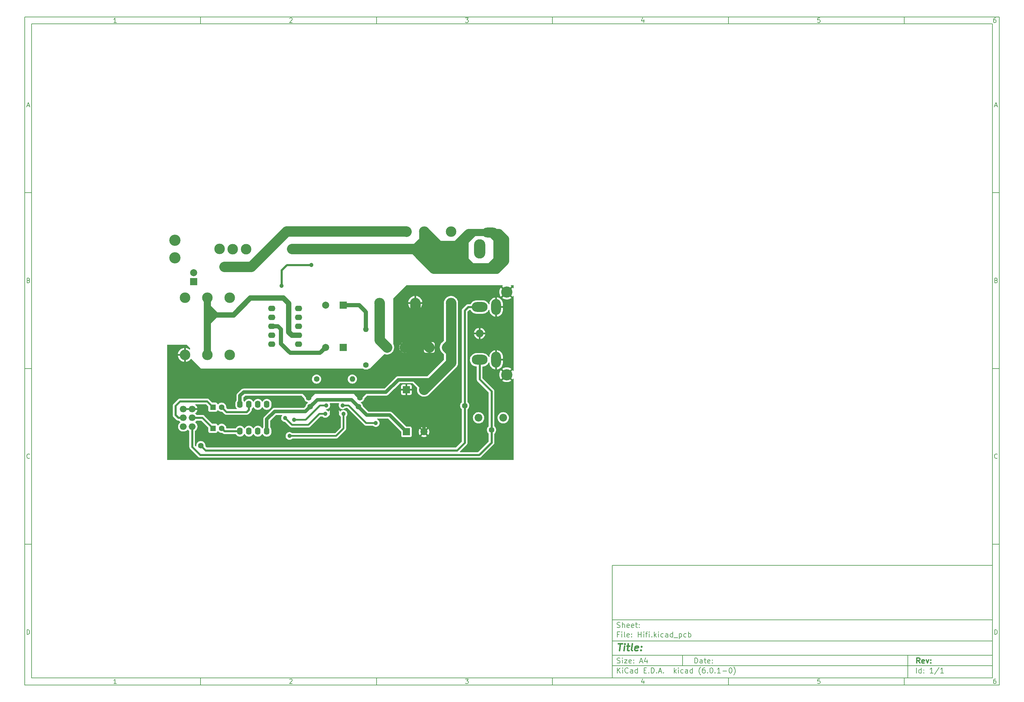
<source format=gbl>
G04 #@! TF.GenerationSoftware,KiCad,Pcbnew,(6.0.1-0)*
G04 #@! TF.CreationDate,2022-01-26T00:05:36+08:00*
G04 #@! TF.ProjectId,Hifi,48696669-2e6b-4696-9361-645f70636258,rev?*
G04 #@! TF.SameCoordinates,Original*
G04 #@! TF.FileFunction,Copper,L2,Bot*
G04 #@! TF.FilePolarity,Positive*
%FSLAX46Y46*%
G04 Gerber Fmt 4.6, Leading zero omitted, Abs format (unit mm)*
G04 Created by KiCad (PCBNEW (6.0.1-0)) date 2022-01-26 00:05:36*
%MOMM*%
%LPD*%
G01*
G04 APERTURE LIST*
%ADD10C,0.100000*%
%ADD11C,0.150000*%
%ADD12C,0.300000*%
%ADD13C,0.400000*%
G04 #@! TA.AperFunction,ComponentPad*
%ADD14R,2.000000X2.000000*%
G04 #@! TD*
G04 #@! TA.AperFunction,ComponentPad*
%ADD15C,2.000000*%
G04 #@! TD*
G04 #@! TA.AperFunction,ComponentPad*
%ADD16C,1.600000*%
G04 #@! TD*
G04 #@! TA.AperFunction,ComponentPad*
%ADD17O,1.600000X1.600000*%
G04 #@! TD*
G04 #@! TA.AperFunction,ComponentPad*
%ADD18C,1.000000*%
G04 #@! TD*
G04 #@! TA.AperFunction,ComponentPad*
%ADD19O,1.600000X2.100000*%
G04 #@! TD*
G04 #@! TA.AperFunction,ComponentPad*
%ADD20O,2.000000X1.800000*%
G04 #@! TD*
G04 #@! TA.AperFunction,ComponentPad*
%ADD21O,3.000000X3.000000*%
G04 #@! TD*
G04 #@! TA.AperFunction,ComponentPad*
%ADD22O,2.200000X2.200000*%
G04 #@! TD*
G04 #@! TA.AperFunction,ComponentPad*
%ADD23C,3.200000*%
G04 #@! TD*
G04 #@! TA.AperFunction,ComponentPad*
%ADD24O,2.800000X4.500000*%
G04 #@! TD*
G04 #@! TA.AperFunction,ComponentPad*
%ADD25O,4.500000X2.800000*%
G04 #@! TD*
G04 #@! TA.AperFunction,ComponentPad*
%ADD26O,3.200000X5.500000*%
G04 #@! TD*
G04 #@! TA.AperFunction,ComponentPad*
%ADD27O,3.200000X5.200000*%
G04 #@! TD*
G04 #@! TA.AperFunction,ComponentPad*
%ADD28O,4.600000X2.800000*%
G04 #@! TD*
G04 #@! TA.AperFunction,ComponentPad*
%ADD29C,3.000000*%
G04 #@! TD*
G04 #@! TA.AperFunction,ComponentPad*
%ADD30O,2.100000X1.600000*%
G04 #@! TD*
G04 #@! TA.AperFunction,ComponentPad*
%ADD31R,1.600000X1.600000*%
G04 #@! TD*
G04 #@! TA.AperFunction,ViaPad*
%ADD32C,1.200000*%
G04 #@! TD*
G04 #@! TA.AperFunction,ViaPad*
%ADD33C,1.600000*%
G04 #@! TD*
G04 #@! TA.AperFunction,ViaPad*
%ADD34C,2.000000*%
G04 #@! TD*
G04 #@! TA.AperFunction,Conductor*
%ADD35C,0.600000*%
G04 #@! TD*
G04 #@! TA.AperFunction,Conductor*
%ADD36C,1.500000*%
G04 #@! TD*
G04 #@! TA.AperFunction,Conductor*
%ADD37C,1.000000*%
G04 #@! TD*
G04 #@! TA.AperFunction,Conductor*
%ADD38C,2.000000*%
G04 #@! TD*
G04 #@! TA.AperFunction,Conductor*
%ADD39C,3.000000*%
G04 #@! TD*
G04 #@! TA.AperFunction,Conductor*
%ADD40C,0.500000*%
G04 #@! TD*
G04 #@! TA.AperFunction,Conductor*
%ADD41C,1.200000*%
G04 #@! TD*
G04 APERTURE END LIST*
D10*
D11*
X177002200Y-166007200D02*
X177002200Y-198007200D01*
X285002200Y-198007200D01*
X285002200Y-166007200D01*
X177002200Y-166007200D01*
D10*
D11*
X10000000Y-10000000D02*
X10000000Y-200007200D01*
X287002200Y-200007200D01*
X287002200Y-10000000D01*
X10000000Y-10000000D01*
D10*
D11*
X12000000Y-12000000D02*
X12000000Y-198007200D01*
X285002200Y-198007200D01*
X285002200Y-12000000D01*
X12000000Y-12000000D01*
D10*
D11*
X60000000Y-12000000D02*
X60000000Y-10000000D01*
D10*
D11*
X110000000Y-12000000D02*
X110000000Y-10000000D01*
D10*
D11*
X160000000Y-12000000D02*
X160000000Y-10000000D01*
D10*
D11*
X210000000Y-12000000D02*
X210000000Y-10000000D01*
D10*
D11*
X260000000Y-12000000D02*
X260000000Y-10000000D01*
D10*
D11*
X36065476Y-11588095D02*
X35322619Y-11588095D01*
X35694047Y-11588095D02*
X35694047Y-10288095D01*
X35570238Y-10473809D01*
X35446428Y-10597619D01*
X35322619Y-10659523D01*
D10*
D11*
X85322619Y-10411904D02*
X85384523Y-10350000D01*
X85508333Y-10288095D01*
X85817857Y-10288095D01*
X85941666Y-10350000D01*
X86003571Y-10411904D01*
X86065476Y-10535714D01*
X86065476Y-10659523D01*
X86003571Y-10845238D01*
X85260714Y-11588095D01*
X86065476Y-11588095D01*
D10*
D11*
X135260714Y-10288095D02*
X136065476Y-10288095D01*
X135632142Y-10783333D01*
X135817857Y-10783333D01*
X135941666Y-10845238D01*
X136003571Y-10907142D01*
X136065476Y-11030952D01*
X136065476Y-11340476D01*
X136003571Y-11464285D01*
X135941666Y-11526190D01*
X135817857Y-11588095D01*
X135446428Y-11588095D01*
X135322619Y-11526190D01*
X135260714Y-11464285D01*
D10*
D11*
X185941666Y-10721428D02*
X185941666Y-11588095D01*
X185632142Y-10226190D02*
X185322619Y-11154761D01*
X186127380Y-11154761D01*
D10*
D11*
X236003571Y-10288095D02*
X235384523Y-10288095D01*
X235322619Y-10907142D01*
X235384523Y-10845238D01*
X235508333Y-10783333D01*
X235817857Y-10783333D01*
X235941666Y-10845238D01*
X236003571Y-10907142D01*
X236065476Y-11030952D01*
X236065476Y-11340476D01*
X236003571Y-11464285D01*
X235941666Y-11526190D01*
X235817857Y-11588095D01*
X235508333Y-11588095D01*
X235384523Y-11526190D01*
X235322619Y-11464285D01*
D10*
D11*
X285941666Y-10288095D02*
X285694047Y-10288095D01*
X285570238Y-10350000D01*
X285508333Y-10411904D01*
X285384523Y-10597619D01*
X285322619Y-10845238D01*
X285322619Y-11340476D01*
X285384523Y-11464285D01*
X285446428Y-11526190D01*
X285570238Y-11588095D01*
X285817857Y-11588095D01*
X285941666Y-11526190D01*
X286003571Y-11464285D01*
X286065476Y-11340476D01*
X286065476Y-11030952D01*
X286003571Y-10907142D01*
X285941666Y-10845238D01*
X285817857Y-10783333D01*
X285570238Y-10783333D01*
X285446428Y-10845238D01*
X285384523Y-10907142D01*
X285322619Y-11030952D01*
D10*
D11*
X60000000Y-198007200D02*
X60000000Y-200007200D01*
D10*
D11*
X110000000Y-198007200D02*
X110000000Y-200007200D01*
D10*
D11*
X160000000Y-198007200D02*
X160000000Y-200007200D01*
D10*
D11*
X210000000Y-198007200D02*
X210000000Y-200007200D01*
D10*
D11*
X260000000Y-198007200D02*
X260000000Y-200007200D01*
D10*
D11*
X36065476Y-199595295D02*
X35322619Y-199595295D01*
X35694047Y-199595295D02*
X35694047Y-198295295D01*
X35570238Y-198481009D01*
X35446428Y-198604819D01*
X35322619Y-198666723D01*
D10*
D11*
X85322619Y-198419104D02*
X85384523Y-198357200D01*
X85508333Y-198295295D01*
X85817857Y-198295295D01*
X85941666Y-198357200D01*
X86003571Y-198419104D01*
X86065476Y-198542914D01*
X86065476Y-198666723D01*
X86003571Y-198852438D01*
X85260714Y-199595295D01*
X86065476Y-199595295D01*
D10*
D11*
X135260714Y-198295295D02*
X136065476Y-198295295D01*
X135632142Y-198790533D01*
X135817857Y-198790533D01*
X135941666Y-198852438D01*
X136003571Y-198914342D01*
X136065476Y-199038152D01*
X136065476Y-199347676D01*
X136003571Y-199471485D01*
X135941666Y-199533390D01*
X135817857Y-199595295D01*
X135446428Y-199595295D01*
X135322619Y-199533390D01*
X135260714Y-199471485D01*
D10*
D11*
X185941666Y-198728628D02*
X185941666Y-199595295D01*
X185632142Y-198233390D02*
X185322619Y-199161961D01*
X186127380Y-199161961D01*
D10*
D11*
X236003571Y-198295295D02*
X235384523Y-198295295D01*
X235322619Y-198914342D01*
X235384523Y-198852438D01*
X235508333Y-198790533D01*
X235817857Y-198790533D01*
X235941666Y-198852438D01*
X236003571Y-198914342D01*
X236065476Y-199038152D01*
X236065476Y-199347676D01*
X236003571Y-199471485D01*
X235941666Y-199533390D01*
X235817857Y-199595295D01*
X235508333Y-199595295D01*
X235384523Y-199533390D01*
X235322619Y-199471485D01*
D10*
D11*
X285941666Y-198295295D02*
X285694047Y-198295295D01*
X285570238Y-198357200D01*
X285508333Y-198419104D01*
X285384523Y-198604819D01*
X285322619Y-198852438D01*
X285322619Y-199347676D01*
X285384523Y-199471485D01*
X285446428Y-199533390D01*
X285570238Y-199595295D01*
X285817857Y-199595295D01*
X285941666Y-199533390D01*
X286003571Y-199471485D01*
X286065476Y-199347676D01*
X286065476Y-199038152D01*
X286003571Y-198914342D01*
X285941666Y-198852438D01*
X285817857Y-198790533D01*
X285570238Y-198790533D01*
X285446428Y-198852438D01*
X285384523Y-198914342D01*
X285322619Y-199038152D01*
D10*
D11*
X10000000Y-60000000D02*
X12000000Y-60000000D01*
D10*
D11*
X10000000Y-110000000D02*
X12000000Y-110000000D01*
D10*
D11*
X10000000Y-160000000D02*
X12000000Y-160000000D01*
D10*
D11*
X10690476Y-35216666D02*
X11309523Y-35216666D01*
X10566666Y-35588095D02*
X11000000Y-34288095D01*
X11433333Y-35588095D01*
D10*
D11*
X11092857Y-84907142D02*
X11278571Y-84969047D01*
X11340476Y-85030952D01*
X11402380Y-85154761D01*
X11402380Y-85340476D01*
X11340476Y-85464285D01*
X11278571Y-85526190D01*
X11154761Y-85588095D01*
X10659523Y-85588095D01*
X10659523Y-84288095D01*
X11092857Y-84288095D01*
X11216666Y-84350000D01*
X11278571Y-84411904D01*
X11340476Y-84535714D01*
X11340476Y-84659523D01*
X11278571Y-84783333D01*
X11216666Y-84845238D01*
X11092857Y-84907142D01*
X10659523Y-84907142D01*
D10*
D11*
X11402380Y-135464285D02*
X11340476Y-135526190D01*
X11154761Y-135588095D01*
X11030952Y-135588095D01*
X10845238Y-135526190D01*
X10721428Y-135402380D01*
X10659523Y-135278571D01*
X10597619Y-135030952D01*
X10597619Y-134845238D01*
X10659523Y-134597619D01*
X10721428Y-134473809D01*
X10845238Y-134350000D01*
X11030952Y-134288095D01*
X11154761Y-134288095D01*
X11340476Y-134350000D01*
X11402380Y-134411904D01*
D10*
D11*
X10659523Y-185588095D02*
X10659523Y-184288095D01*
X10969047Y-184288095D01*
X11154761Y-184350000D01*
X11278571Y-184473809D01*
X11340476Y-184597619D01*
X11402380Y-184845238D01*
X11402380Y-185030952D01*
X11340476Y-185278571D01*
X11278571Y-185402380D01*
X11154761Y-185526190D01*
X10969047Y-185588095D01*
X10659523Y-185588095D01*
D10*
D11*
X287002200Y-60000000D02*
X285002200Y-60000000D01*
D10*
D11*
X287002200Y-110000000D02*
X285002200Y-110000000D01*
D10*
D11*
X287002200Y-160000000D02*
X285002200Y-160000000D01*
D10*
D11*
X285692676Y-35216666D02*
X286311723Y-35216666D01*
X285568866Y-35588095D02*
X286002200Y-34288095D01*
X286435533Y-35588095D01*
D10*
D11*
X286095057Y-84907142D02*
X286280771Y-84969047D01*
X286342676Y-85030952D01*
X286404580Y-85154761D01*
X286404580Y-85340476D01*
X286342676Y-85464285D01*
X286280771Y-85526190D01*
X286156961Y-85588095D01*
X285661723Y-85588095D01*
X285661723Y-84288095D01*
X286095057Y-84288095D01*
X286218866Y-84350000D01*
X286280771Y-84411904D01*
X286342676Y-84535714D01*
X286342676Y-84659523D01*
X286280771Y-84783333D01*
X286218866Y-84845238D01*
X286095057Y-84907142D01*
X285661723Y-84907142D01*
D10*
D11*
X286404580Y-135464285D02*
X286342676Y-135526190D01*
X286156961Y-135588095D01*
X286033152Y-135588095D01*
X285847438Y-135526190D01*
X285723628Y-135402380D01*
X285661723Y-135278571D01*
X285599819Y-135030952D01*
X285599819Y-134845238D01*
X285661723Y-134597619D01*
X285723628Y-134473809D01*
X285847438Y-134350000D01*
X286033152Y-134288095D01*
X286156961Y-134288095D01*
X286342676Y-134350000D01*
X286404580Y-134411904D01*
D10*
D11*
X285661723Y-185588095D02*
X285661723Y-184288095D01*
X285971247Y-184288095D01*
X286156961Y-184350000D01*
X286280771Y-184473809D01*
X286342676Y-184597619D01*
X286404580Y-184845238D01*
X286404580Y-185030952D01*
X286342676Y-185278571D01*
X286280771Y-185402380D01*
X286156961Y-185526190D01*
X285971247Y-185588095D01*
X285661723Y-185588095D01*
D10*
D11*
X200434342Y-193785771D02*
X200434342Y-192285771D01*
X200791485Y-192285771D01*
X201005771Y-192357200D01*
X201148628Y-192500057D01*
X201220057Y-192642914D01*
X201291485Y-192928628D01*
X201291485Y-193142914D01*
X201220057Y-193428628D01*
X201148628Y-193571485D01*
X201005771Y-193714342D01*
X200791485Y-193785771D01*
X200434342Y-193785771D01*
X202577200Y-193785771D02*
X202577200Y-193000057D01*
X202505771Y-192857200D01*
X202362914Y-192785771D01*
X202077200Y-192785771D01*
X201934342Y-192857200D01*
X202577200Y-193714342D02*
X202434342Y-193785771D01*
X202077200Y-193785771D01*
X201934342Y-193714342D01*
X201862914Y-193571485D01*
X201862914Y-193428628D01*
X201934342Y-193285771D01*
X202077200Y-193214342D01*
X202434342Y-193214342D01*
X202577200Y-193142914D01*
X203077200Y-192785771D02*
X203648628Y-192785771D01*
X203291485Y-192285771D02*
X203291485Y-193571485D01*
X203362914Y-193714342D01*
X203505771Y-193785771D01*
X203648628Y-193785771D01*
X204720057Y-193714342D02*
X204577200Y-193785771D01*
X204291485Y-193785771D01*
X204148628Y-193714342D01*
X204077200Y-193571485D01*
X204077200Y-193000057D01*
X204148628Y-192857200D01*
X204291485Y-192785771D01*
X204577200Y-192785771D01*
X204720057Y-192857200D01*
X204791485Y-193000057D01*
X204791485Y-193142914D01*
X204077200Y-193285771D01*
X205434342Y-193642914D02*
X205505771Y-193714342D01*
X205434342Y-193785771D01*
X205362914Y-193714342D01*
X205434342Y-193642914D01*
X205434342Y-193785771D01*
X205434342Y-192857200D02*
X205505771Y-192928628D01*
X205434342Y-193000057D01*
X205362914Y-192928628D01*
X205434342Y-192857200D01*
X205434342Y-193000057D01*
D10*
D11*
X177002200Y-194507200D02*
X285002200Y-194507200D01*
D10*
D11*
X178434342Y-196585771D02*
X178434342Y-195085771D01*
X179291485Y-196585771D02*
X178648628Y-195728628D01*
X179291485Y-195085771D02*
X178434342Y-195942914D01*
X179934342Y-196585771D02*
X179934342Y-195585771D01*
X179934342Y-195085771D02*
X179862914Y-195157200D01*
X179934342Y-195228628D01*
X180005771Y-195157200D01*
X179934342Y-195085771D01*
X179934342Y-195228628D01*
X181505771Y-196442914D02*
X181434342Y-196514342D01*
X181220057Y-196585771D01*
X181077200Y-196585771D01*
X180862914Y-196514342D01*
X180720057Y-196371485D01*
X180648628Y-196228628D01*
X180577200Y-195942914D01*
X180577200Y-195728628D01*
X180648628Y-195442914D01*
X180720057Y-195300057D01*
X180862914Y-195157200D01*
X181077200Y-195085771D01*
X181220057Y-195085771D01*
X181434342Y-195157200D01*
X181505771Y-195228628D01*
X182791485Y-196585771D02*
X182791485Y-195800057D01*
X182720057Y-195657200D01*
X182577200Y-195585771D01*
X182291485Y-195585771D01*
X182148628Y-195657200D01*
X182791485Y-196514342D02*
X182648628Y-196585771D01*
X182291485Y-196585771D01*
X182148628Y-196514342D01*
X182077200Y-196371485D01*
X182077200Y-196228628D01*
X182148628Y-196085771D01*
X182291485Y-196014342D01*
X182648628Y-196014342D01*
X182791485Y-195942914D01*
X184148628Y-196585771D02*
X184148628Y-195085771D01*
X184148628Y-196514342D02*
X184005771Y-196585771D01*
X183720057Y-196585771D01*
X183577200Y-196514342D01*
X183505771Y-196442914D01*
X183434342Y-196300057D01*
X183434342Y-195871485D01*
X183505771Y-195728628D01*
X183577200Y-195657200D01*
X183720057Y-195585771D01*
X184005771Y-195585771D01*
X184148628Y-195657200D01*
X186005771Y-195800057D02*
X186505771Y-195800057D01*
X186720057Y-196585771D02*
X186005771Y-196585771D01*
X186005771Y-195085771D01*
X186720057Y-195085771D01*
X187362914Y-196442914D02*
X187434342Y-196514342D01*
X187362914Y-196585771D01*
X187291485Y-196514342D01*
X187362914Y-196442914D01*
X187362914Y-196585771D01*
X188077200Y-196585771D02*
X188077200Y-195085771D01*
X188434342Y-195085771D01*
X188648628Y-195157200D01*
X188791485Y-195300057D01*
X188862914Y-195442914D01*
X188934342Y-195728628D01*
X188934342Y-195942914D01*
X188862914Y-196228628D01*
X188791485Y-196371485D01*
X188648628Y-196514342D01*
X188434342Y-196585771D01*
X188077200Y-196585771D01*
X189577200Y-196442914D02*
X189648628Y-196514342D01*
X189577200Y-196585771D01*
X189505771Y-196514342D01*
X189577200Y-196442914D01*
X189577200Y-196585771D01*
X190220057Y-196157200D02*
X190934342Y-196157200D01*
X190077200Y-196585771D02*
X190577200Y-195085771D01*
X191077200Y-196585771D01*
X191577200Y-196442914D02*
X191648628Y-196514342D01*
X191577200Y-196585771D01*
X191505771Y-196514342D01*
X191577200Y-196442914D01*
X191577200Y-196585771D01*
X194577200Y-196585771D02*
X194577200Y-195085771D01*
X194720057Y-196014342D02*
X195148628Y-196585771D01*
X195148628Y-195585771D02*
X194577200Y-196157200D01*
X195791485Y-196585771D02*
X195791485Y-195585771D01*
X195791485Y-195085771D02*
X195720057Y-195157200D01*
X195791485Y-195228628D01*
X195862914Y-195157200D01*
X195791485Y-195085771D01*
X195791485Y-195228628D01*
X197148628Y-196514342D02*
X197005771Y-196585771D01*
X196720057Y-196585771D01*
X196577200Y-196514342D01*
X196505771Y-196442914D01*
X196434342Y-196300057D01*
X196434342Y-195871485D01*
X196505771Y-195728628D01*
X196577200Y-195657200D01*
X196720057Y-195585771D01*
X197005771Y-195585771D01*
X197148628Y-195657200D01*
X198434342Y-196585771D02*
X198434342Y-195800057D01*
X198362914Y-195657200D01*
X198220057Y-195585771D01*
X197934342Y-195585771D01*
X197791485Y-195657200D01*
X198434342Y-196514342D02*
X198291485Y-196585771D01*
X197934342Y-196585771D01*
X197791485Y-196514342D01*
X197720057Y-196371485D01*
X197720057Y-196228628D01*
X197791485Y-196085771D01*
X197934342Y-196014342D01*
X198291485Y-196014342D01*
X198434342Y-195942914D01*
X199791485Y-196585771D02*
X199791485Y-195085771D01*
X199791485Y-196514342D02*
X199648628Y-196585771D01*
X199362914Y-196585771D01*
X199220057Y-196514342D01*
X199148628Y-196442914D01*
X199077200Y-196300057D01*
X199077200Y-195871485D01*
X199148628Y-195728628D01*
X199220057Y-195657200D01*
X199362914Y-195585771D01*
X199648628Y-195585771D01*
X199791485Y-195657200D01*
X202077200Y-197157200D02*
X202005771Y-197085771D01*
X201862914Y-196871485D01*
X201791485Y-196728628D01*
X201720057Y-196514342D01*
X201648628Y-196157200D01*
X201648628Y-195871485D01*
X201720057Y-195514342D01*
X201791485Y-195300057D01*
X201862914Y-195157200D01*
X202005771Y-194942914D01*
X202077200Y-194871485D01*
X203291485Y-195085771D02*
X203005771Y-195085771D01*
X202862914Y-195157200D01*
X202791485Y-195228628D01*
X202648628Y-195442914D01*
X202577200Y-195728628D01*
X202577200Y-196300057D01*
X202648628Y-196442914D01*
X202720057Y-196514342D01*
X202862914Y-196585771D01*
X203148628Y-196585771D01*
X203291485Y-196514342D01*
X203362914Y-196442914D01*
X203434342Y-196300057D01*
X203434342Y-195942914D01*
X203362914Y-195800057D01*
X203291485Y-195728628D01*
X203148628Y-195657200D01*
X202862914Y-195657200D01*
X202720057Y-195728628D01*
X202648628Y-195800057D01*
X202577200Y-195942914D01*
X204077200Y-196442914D02*
X204148628Y-196514342D01*
X204077200Y-196585771D01*
X204005771Y-196514342D01*
X204077200Y-196442914D01*
X204077200Y-196585771D01*
X205077200Y-195085771D02*
X205220057Y-195085771D01*
X205362914Y-195157200D01*
X205434342Y-195228628D01*
X205505771Y-195371485D01*
X205577200Y-195657200D01*
X205577200Y-196014342D01*
X205505771Y-196300057D01*
X205434342Y-196442914D01*
X205362914Y-196514342D01*
X205220057Y-196585771D01*
X205077200Y-196585771D01*
X204934342Y-196514342D01*
X204862914Y-196442914D01*
X204791485Y-196300057D01*
X204720057Y-196014342D01*
X204720057Y-195657200D01*
X204791485Y-195371485D01*
X204862914Y-195228628D01*
X204934342Y-195157200D01*
X205077200Y-195085771D01*
X206220057Y-196442914D02*
X206291485Y-196514342D01*
X206220057Y-196585771D01*
X206148628Y-196514342D01*
X206220057Y-196442914D01*
X206220057Y-196585771D01*
X207720057Y-196585771D02*
X206862914Y-196585771D01*
X207291485Y-196585771D02*
X207291485Y-195085771D01*
X207148628Y-195300057D01*
X207005771Y-195442914D01*
X206862914Y-195514342D01*
X208362914Y-196014342D02*
X209505771Y-196014342D01*
X210505771Y-195085771D02*
X210648628Y-195085771D01*
X210791485Y-195157200D01*
X210862914Y-195228628D01*
X210934342Y-195371485D01*
X211005771Y-195657200D01*
X211005771Y-196014342D01*
X210934342Y-196300057D01*
X210862914Y-196442914D01*
X210791485Y-196514342D01*
X210648628Y-196585771D01*
X210505771Y-196585771D01*
X210362914Y-196514342D01*
X210291485Y-196442914D01*
X210220057Y-196300057D01*
X210148628Y-196014342D01*
X210148628Y-195657200D01*
X210220057Y-195371485D01*
X210291485Y-195228628D01*
X210362914Y-195157200D01*
X210505771Y-195085771D01*
X211505771Y-197157200D02*
X211577200Y-197085771D01*
X211720057Y-196871485D01*
X211791485Y-196728628D01*
X211862914Y-196514342D01*
X211934342Y-196157200D01*
X211934342Y-195871485D01*
X211862914Y-195514342D01*
X211791485Y-195300057D01*
X211720057Y-195157200D01*
X211577200Y-194942914D01*
X211505771Y-194871485D01*
D10*
D11*
X177002200Y-191507200D02*
X285002200Y-191507200D01*
D10*
D12*
X264411485Y-193785771D02*
X263911485Y-193071485D01*
X263554342Y-193785771D02*
X263554342Y-192285771D01*
X264125771Y-192285771D01*
X264268628Y-192357200D01*
X264340057Y-192428628D01*
X264411485Y-192571485D01*
X264411485Y-192785771D01*
X264340057Y-192928628D01*
X264268628Y-193000057D01*
X264125771Y-193071485D01*
X263554342Y-193071485D01*
X265625771Y-193714342D02*
X265482914Y-193785771D01*
X265197200Y-193785771D01*
X265054342Y-193714342D01*
X264982914Y-193571485D01*
X264982914Y-193000057D01*
X265054342Y-192857200D01*
X265197200Y-192785771D01*
X265482914Y-192785771D01*
X265625771Y-192857200D01*
X265697200Y-193000057D01*
X265697200Y-193142914D01*
X264982914Y-193285771D01*
X266197200Y-192785771D02*
X266554342Y-193785771D01*
X266911485Y-192785771D01*
X267482914Y-193642914D02*
X267554342Y-193714342D01*
X267482914Y-193785771D01*
X267411485Y-193714342D01*
X267482914Y-193642914D01*
X267482914Y-193785771D01*
X267482914Y-192857200D02*
X267554342Y-192928628D01*
X267482914Y-193000057D01*
X267411485Y-192928628D01*
X267482914Y-192857200D01*
X267482914Y-193000057D01*
D10*
D11*
X178362914Y-193714342D02*
X178577200Y-193785771D01*
X178934342Y-193785771D01*
X179077200Y-193714342D01*
X179148628Y-193642914D01*
X179220057Y-193500057D01*
X179220057Y-193357200D01*
X179148628Y-193214342D01*
X179077200Y-193142914D01*
X178934342Y-193071485D01*
X178648628Y-193000057D01*
X178505771Y-192928628D01*
X178434342Y-192857200D01*
X178362914Y-192714342D01*
X178362914Y-192571485D01*
X178434342Y-192428628D01*
X178505771Y-192357200D01*
X178648628Y-192285771D01*
X179005771Y-192285771D01*
X179220057Y-192357200D01*
X179862914Y-193785771D02*
X179862914Y-192785771D01*
X179862914Y-192285771D02*
X179791485Y-192357200D01*
X179862914Y-192428628D01*
X179934342Y-192357200D01*
X179862914Y-192285771D01*
X179862914Y-192428628D01*
X180434342Y-192785771D02*
X181220057Y-192785771D01*
X180434342Y-193785771D01*
X181220057Y-193785771D01*
X182362914Y-193714342D02*
X182220057Y-193785771D01*
X181934342Y-193785771D01*
X181791485Y-193714342D01*
X181720057Y-193571485D01*
X181720057Y-193000057D01*
X181791485Y-192857200D01*
X181934342Y-192785771D01*
X182220057Y-192785771D01*
X182362914Y-192857200D01*
X182434342Y-193000057D01*
X182434342Y-193142914D01*
X181720057Y-193285771D01*
X183077200Y-193642914D02*
X183148628Y-193714342D01*
X183077200Y-193785771D01*
X183005771Y-193714342D01*
X183077200Y-193642914D01*
X183077200Y-193785771D01*
X183077200Y-192857200D02*
X183148628Y-192928628D01*
X183077200Y-193000057D01*
X183005771Y-192928628D01*
X183077200Y-192857200D01*
X183077200Y-193000057D01*
X184862914Y-193357200D02*
X185577200Y-193357200D01*
X184720057Y-193785771D02*
X185220057Y-192285771D01*
X185720057Y-193785771D01*
X186862914Y-192785771D02*
X186862914Y-193785771D01*
X186505771Y-192214342D02*
X186148628Y-193285771D01*
X187077200Y-193285771D01*
D10*
D11*
X263434342Y-196585771D02*
X263434342Y-195085771D01*
X264791485Y-196585771D02*
X264791485Y-195085771D01*
X264791485Y-196514342D02*
X264648628Y-196585771D01*
X264362914Y-196585771D01*
X264220057Y-196514342D01*
X264148628Y-196442914D01*
X264077200Y-196300057D01*
X264077200Y-195871485D01*
X264148628Y-195728628D01*
X264220057Y-195657200D01*
X264362914Y-195585771D01*
X264648628Y-195585771D01*
X264791485Y-195657200D01*
X265505771Y-196442914D02*
X265577200Y-196514342D01*
X265505771Y-196585771D01*
X265434342Y-196514342D01*
X265505771Y-196442914D01*
X265505771Y-196585771D01*
X265505771Y-195657200D02*
X265577200Y-195728628D01*
X265505771Y-195800057D01*
X265434342Y-195728628D01*
X265505771Y-195657200D01*
X265505771Y-195800057D01*
X268148628Y-196585771D02*
X267291485Y-196585771D01*
X267720057Y-196585771D02*
X267720057Y-195085771D01*
X267577200Y-195300057D01*
X267434342Y-195442914D01*
X267291485Y-195514342D01*
X269862914Y-195014342D02*
X268577200Y-196942914D01*
X271148628Y-196585771D02*
X270291485Y-196585771D01*
X270720057Y-196585771D02*
X270720057Y-195085771D01*
X270577200Y-195300057D01*
X270434342Y-195442914D01*
X270291485Y-195514342D01*
D10*
D11*
X177002200Y-187507200D02*
X285002200Y-187507200D01*
D10*
D13*
X178714580Y-188211961D02*
X179857438Y-188211961D01*
X179036009Y-190211961D02*
X179286009Y-188211961D01*
X180274104Y-190211961D02*
X180440771Y-188878628D01*
X180524104Y-188211961D02*
X180416961Y-188307200D01*
X180500295Y-188402438D01*
X180607438Y-188307200D01*
X180524104Y-188211961D01*
X180500295Y-188402438D01*
X181107438Y-188878628D02*
X181869342Y-188878628D01*
X181476485Y-188211961D02*
X181262200Y-189926247D01*
X181333628Y-190116723D01*
X181512200Y-190211961D01*
X181702676Y-190211961D01*
X182655057Y-190211961D02*
X182476485Y-190116723D01*
X182405057Y-189926247D01*
X182619342Y-188211961D01*
X184190771Y-190116723D02*
X183988390Y-190211961D01*
X183607438Y-190211961D01*
X183428866Y-190116723D01*
X183357438Y-189926247D01*
X183452676Y-189164342D01*
X183571723Y-188973866D01*
X183774104Y-188878628D01*
X184155057Y-188878628D01*
X184333628Y-188973866D01*
X184405057Y-189164342D01*
X184381247Y-189354819D01*
X183405057Y-189545295D01*
X185155057Y-190021485D02*
X185238390Y-190116723D01*
X185131247Y-190211961D01*
X185047914Y-190116723D01*
X185155057Y-190021485D01*
X185131247Y-190211961D01*
X185286009Y-188973866D02*
X185369342Y-189069104D01*
X185262200Y-189164342D01*
X185178866Y-189069104D01*
X185286009Y-188973866D01*
X185262200Y-189164342D01*
D10*
D11*
X178934342Y-185600057D02*
X178434342Y-185600057D01*
X178434342Y-186385771D02*
X178434342Y-184885771D01*
X179148628Y-184885771D01*
X179720057Y-186385771D02*
X179720057Y-185385771D01*
X179720057Y-184885771D02*
X179648628Y-184957200D01*
X179720057Y-185028628D01*
X179791485Y-184957200D01*
X179720057Y-184885771D01*
X179720057Y-185028628D01*
X180648628Y-186385771D02*
X180505771Y-186314342D01*
X180434342Y-186171485D01*
X180434342Y-184885771D01*
X181791485Y-186314342D02*
X181648628Y-186385771D01*
X181362914Y-186385771D01*
X181220057Y-186314342D01*
X181148628Y-186171485D01*
X181148628Y-185600057D01*
X181220057Y-185457200D01*
X181362914Y-185385771D01*
X181648628Y-185385771D01*
X181791485Y-185457200D01*
X181862914Y-185600057D01*
X181862914Y-185742914D01*
X181148628Y-185885771D01*
X182505771Y-186242914D02*
X182577200Y-186314342D01*
X182505771Y-186385771D01*
X182434342Y-186314342D01*
X182505771Y-186242914D01*
X182505771Y-186385771D01*
X182505771Y-185457200D02*
X182577200Y-185528628D01*
X182505771Y-185600057D01*
X182434342Y-185528628D01*
X182505771Y-185457200D01*
X182505771Y-185600057D01*
X184362914Y-186385771D02*
X184362914Y-184885771D01*
X184362914Y-185600057D02*
X185220057Y-185600057D01*
X185220057Y-186385771D02*
X185220057Y-184885771D01*
X185934342Y-186385771D02*
X185934342Y-185385771D01*
X185934342Y-184885771D02*
X185862914Y-184957200D01*
X185934342Y-185028628D01*
X186005771Y-184957200D01*
X185934342Y-184885771D01*
X185934342Y-185028628D01*
X186434342Y-185385771D02*
X187005771Y-185385771D01*
X186648628Y-186385771D02*
X186648628Y-185100057D01*
X186720057Y-184957200D01*
X186862914Y-184885771D01*
X187005771Y-184885771D01*
X187505771Y-186385771D02*
X187505771Y-185385771D01*
X187505771Y-184885771D02*
X187434342Y-184957200D01*
X187505771Y-185028628D01*
X187577200Y-184957200D01*
X187505771Y-184885771D01*
X187505771Y-185028628D01*
X188220057Y-186242914D02*
X188291485Y-186314342D01*
X188220057Y-186385771D01*
X188148628Y-186314342D01*
X188220057Y-186242914D01*
X188220057Y-186385771D01*
X188934342Y-186385771D02*
X188934342Y-184885771D01*
X189077200Y-185814342D02*
X189505771Y-186385771D01*
X189505771Y-185385771D02*
X188934342Y-185957200D01*
X190148628Y-186385771D02*
X190148628Y-185385771D01*
X190148628Y-184885771D02*
X190077200Y-184957200D01*
X190148628Y-185028628D01*
X190220057Y-184957200D01*
X190148628Y-184885771D01*
X190148628Y-185028628D01*
X191505771Y-186314342D02*
X191362914Y-186385771D01*
X191077200Y-186385771D01*
X190934342Y-186314342D01*
X190862914Y-186242914D01*
X190791485Y-186100057D01*
X190791485Y-185671485D01*
X190862914Y-185528628D01*
X190934342Y-185457200D01*
X191077200Y-185385771D01*
X191362914Y-185385771D01*
X191505771Y-185457200D01*
X192791485Y-186385771D02*
X192791485Y-185600057D01*
X192720057Y-185457200D01*
X192577200Y-185385771D01*
X192291485Y-185385771D01*
X192148628Y-185457200D01*
X192791485Y-186314342D02*
X192648628Y-186385771D01*
X192291485Y-186385771D01*
X192148628Y-186314342D01*
X192077200Y-186171485D01*
X192077200Y-186028628D01*
X192148628Y-185885771D01*
X192291485Y-185814342D01*
X192648628Y-185814342D01*
X192791485Y-185742914D01*
X194148628Y-186385771D02*
X194148628Y-184885771D01*
X194148628Y-186314342D02*
X194005771Y-186385771D01*
X193720057Y-186385771D01*
X193577200Y-186314342D01*
X193505771Y-186242914D01*
X193434342Y-186100057D01*
X193434342Y-185671485D01*
X193505771Y-185528628D01*
X193577200Y-185457200D01*
X193720057Y-185385771D01*
X194005771Y-185385771D01*
X194148628Y-185457200D01*
X194505771Y-186528628D02*
X195648628Y-186528628D01*
X196005771Y-185385771D02*
X196005771Y-186885771D01*
X196005771Y-185457200D02*
X196148628Y-185385771D01*
X196434342Y-185385771D01*
X196577200Y-185457200D01*
X196648628Y-185528628D01*
X196720057Y-185671485D01*
X196720057Y-186100057D01*
X196648628Y-186242914D01*
X196577200Y-186314342D01*
X196434342Y-186385771D01*
X196148628Y-186385771D01*
X196005771Y-186314342D01*
X198005771Y-186314342D02*
X197862914Y-186385771D01*
X197577200Y-186385771D01*
X197434342Y-186314342D01*
X197362914Y-186242914D01*
X197291485Y-186100057D01*
X197291485Y-185671485D01*
X197362914Y-185528628D01*
X197434342Y-185457200D01*
X197577200Y-185385771D01*
X197862914Y-185385771D01*
X198005771Y-185457200D01*
X198648628Y-186385771D02*
X198648628Y-184885771D01*
X198648628Y-185457200D02*
X198791485Y-185385771D01*
X199077200Y-185385771D01*
X199220057Y-185457200D01*
X199291485Y-185528628D01*
X199362914Y-185671485D01*
X199362914Y-186100057D01*
X199291485Y-186242914D01*
X199220057Y-186314342D01*
X199077200Y-186385771D01*
X198791485Y-186385771D01*
X198648628Y-186314342D01*
D10*
D11*
X177002200Y-181507200D02*
X285002200Y-181507200D01*
D10*
D11*
X178362914Y-183614342D02*
X178577200Y-183685771D01*
X178934342Y-183685771D01*
X179077200Y-183614342D01*
X179148628Y-183542914D01*
X179220057Y-183400057D01*
X179220057Y-183257200D01*
X179148628Y-183114342D01*
X179077200Y-183042914D01*
X178934342Y-182971485D01*
X178648628Y-182900057D01*
X178505771Y-182828628D01*
X178434342Y-182757200D01*
X178362914Y-182614342D01*
X178362914Y-182471485D01*
X178434342Y-182328628D01*
X178505771Y-182257200D01*
X178648628Y-182185771D01*
X179005771Y-182185771D01*
X179220057Y-182257200D01*
X179862914Y-183685771D02*
X179862914Y-182185771D01*
X180505771Y-183685771D02*
X180505771Y-182900057D01*
X180434342Y-182757200D01*
X180291485Y-182685771D01*
X180077200Y-182685771D01*
X179934342Y-182757200D01*
X179862914Y-182828628D01*
X181791485Y-183614342D02*
X181648628Y-183685771D01*
X181362914Y-183685771D01*
X181220057Y-183614342D01*
X181148628Y-183471485D01*
X181148628Y-182900057D01*
X181220057Y-182757200D01*
X181362914Y-182685771D01*
X181648628Y-182685771D01*
X181791485Y-182757200D01*
X181862914Y-182900057D01*
X181862914Y-183042914D01*
X181148628Y-183185771D01*
X183077200Y-183614342D02*
X182934342Y-183685771D01*
X182648628Y-183685771D01*
X182505771Y-183614342D01*
X182434342Y-183471485D01*
X182434342Y-182900057D01*
X182505771Y-182757200D01*
X182648628Y-182685771D01*
X182934342Y-182685771D01*
X183077200Y-182757200D01*
X183148628Y-182900057D01*
X183148628Y-183042914D01*
X182434342Y-183185771D01*
X183577200Y-182685771D02*
X184148628Y-182685771D01*
X183791485Y-182185771D02*
X183791485Y-183471485D01*
X183862914Y-183614342D01*
X184005771Y-183685771D01*
X184148628Y-183685771D01*
X184648628Y-183542914D02*
X184720057Y-183614342D01*
X184648628Y-183685771D01*
X184577200Y-183614342D01*
X184648628Y-183542914D01*
X184648628Y-183685771D01*
X184648628Y-182757200D02*
X184720057Y-182828628D01*
X184648628Y-182900057D01*
X184577200Y-182828628D01*
X184648628Y-182757200D01*
X184648628Y-182900057D01*
D10*
D12*
D10*
D11*
D10*
D11*
D10*
D11*
D10*
D11*
D10*
D11*
X197002200Y-191507200D02*
X197002200Y-194507200D01*
D10*
D11*
X261002200Y-191507200D02*
X261002200Y-198007200D01*
D14*
X125000000Y-104000000D03*
D15*
X130000000Y-104000000D03*
D14*
X113000000Y-104000000D03*
D15*
X118000000Y-104000000D03*
D16*
X92960000Y-113000000D03*
D17*
X103120000Y-113000000D03*
D16*
X107000000Y-109000000D03*
D17*
X107000000Y-98840000D03*
D18*
X97450000Y-125650000D03*
X97450000Y-124550000D03*
X98550000Y-125650000D03*
X98550000Y-124550000D03*
X98550000Y-123450000D03*
X97450000Y-123450000D03*
X97450000Y-122350000D03*
X98550000Y-122350000D03*
D19*
X78810000Y-120190000D03*
X76270000Y-120190000D03*
X73730000Y-120190000D03*
X71190000Y-120190000D03*
X71190000Y-127810000D03*
X73730000Y-127810000D03*
X76270000Y-127810000D03*
X78810000Y-127810000D03*
D20*
X55100000Y-121500000D03*
X55100000Y-124000000D03*
X55100000Y-126500000D03*
X57600000Y-121500000D03*
X57600000Y-124000000D03*
X57600000Y-126500000D03*
D21*
X123540000Y-71040000D03*
X118460000Y-71040000D03*
X110840000Y-91360000D03*
X121000000Y-91360000D03*
X131160000Y-91360000D03*
X131160000Y-71040000D03*
X55550000Y-89885000D03*
X61900000Y-89885000D03*
X68250000Y-89885000D03*
X68250000Y-106115000D03*
X61900000Y-106115000D03*
X55550000Y-106115000D03*
D22*
X139000000Y-124000000D03*
X146000000Y-124000000D03*
D23*
X147000000Y-88250000D03*
D24*
X144000000Y-92500000D03*
D25*
X139300000Y-92500000D03*
D22*
X139300000Y-100000000D03*
D25*
X139300000Y-107500000D03*
D24*
X144000000Y-107500000D03*
D23*
X147000000Y-111750000D03*
D26*
X139300000Y-76000000D03*
D27*
X145500000Y-76000000D03*
D28*
X142300000Y-71300000D03*
D23*
X52660000Y-73500000D03*
X52660000Y-78500000D03*
D29*
X65360000Y-76000000D03*
X69160000Y-76020000D03*
X72960000Y-76080000D03*
D30*
X80190000Y-92920000D03*
X80190000Y-95460000D03*
X80190000Y-98000000D03*
X80190000Y-100540000D03*
X80190000Y-103080000D03*
X87810000Y-103080000D03*
X87810000Y-100540000D03*
X87810000Y-98000000D03*
X87810000Y-95460000D03*
X87810000Y-92920000D03*
D14*
X58000000Y-85270000D03*
D15*
X58000000Y-82730000D03*
D14*
X118500000Y-128000000D03*
D15*
X123500000Y-128000000D03*
D14*
X118500000Y-116000000D03*
D15*
X123500000Y-116000000D03*
D14*
X100500000Y-104000000D03*
D15*
X95500000Y-104000000D03*
D14*
X98000000Y-71000000D03*
D15*
X98000000Y-76000000D03*
D14*
X86000000Y-71000000D03*
D15*
X86000000Y-76000000D03*
D14*
X100500000Y-92000000D03*
D15*
X95500000Y-92000000D03*
D31*
X63500000Y-127000000D03*
D16*
X66000000Y-127000000D03*
D31*
X63500000Y-121000000D03*
D16*
X66000000Y-121000000D03*
D32*
X98010000Y-114830000D03*
X74630000Y-112375000D03*
X98010000Y-113390000D03*
D33*
X97980000Y-131310000D03*
D32*
X84860000Y-112375000D03*
X68580000Y-112375000D03*
X71440000Y-112375000D03*
X78010000Y-112375000D03*
X81330000Y-112375000D03*
X108500000Y-121050000D03*
X65640000Y-112375000D03*
D33*
X104825000Y-120825000D03*
X91175000Y-120825000D03*
X105280000Y-118285000D03*
X90715000Y-118285000D03*
D32*
X95690000Y-120480000D03*
X86580000Y-124560000D03*
X100360000Y-120470000D03*
X109760000Y-125500000D03*
D33*
X142680000Y-127440000D03*
X60070000Y-131920000D03*
X135050000Y-120560000D03*
D32*
X126490000Y-80920000D03*
X84000000Y-124070000D03*
X95430000Y-122890000D03*
X100600000Y-122890000D03*
X85270000Y-129160000D03*
X91480000Y-80530000D03*
X83000000Y-86490000D03*
D34*
X66790000Y-81090000D03*
D32*
X105270000Y-71130000D03*
D35*
X53670000Y-124000000D02*
X52870000Y-123200000D01*
X52870000Y-123200000D02*
X52870000Y-120620000D01*
X52870000Y-120620000D02*
X54150000Y-119340000D01*
X54150000Y-119340000D02*
X61840000Y-119340000D01*
X61840000Y-119340000D02*
X63500000Y-121000000D01*
X55100000Y-124000000D02*
X53670000Y-124000000D01*
D36*
X65645000Y-112370000D02*
X65640000Y-112375000D01*
X65650000Y-112370000D02*
X65645000Y-112370000D01*
X68580000Y-112375000D02*
X68580000Y-112370000D01*
X71440000Y-112375000D02*
X71440000Y-112370000D01*
X74630000Y-112375000D02*
X74630000Y-112370000D01*
D35*
X78010000Y-112375000D02*
X78010000Y-112370000D01*
X81330000Y-112375000D02*
X81330000Y-112380000D01*
X84860000Y-112375000D02*
X84860000Y-112370000D01*
D37*
X121000000Y-101000000D02*
X118000000Y-104000000D01*
X124000000Y-104000000D02*
X121000000Y-101000000D01*
D38*
X121000000Y-101000000D02*
X118000000Y-104000000D01*
X120310000Y-104000000D02*
X121780000Y-102530000D01*
D36*
X97450000Y-121430000D02*
X97510000Y-121370000D01*
X97510000Y-121370000D02*
X98470000Y-121370000D01*
X97450000Y-123500000D02*
X95450000Y-125500000D01*
X97450000Y-125260000D02*
X95950000Y-126760000D01*
X97450000Y-126870000D02*
X97220000Y-127100000D01*
X98550000Y-126470000D02*
X98460000Y-126560000D01*
X98550000Y-123490002D02*
X98983186Y-123923188D01*
X98983186Y-123923188D02*
X98983186Y-125976812D01*
X98983186Y-125976812D02*
X97859998Y-127100000D01*
X97859998Y-127100000D02*
X97220000Y-127100000D01*
D39*
X121000000Y-101000000D02*
X118000000Y-104000000D01*
X121000000Y-100000000D02*
X125000000Y-104000000D01*
D37*
X108500000Y-121050000D02*
X108510000Y-121050000D01*
X118570000Y-121050000D02*
X123500000Y-125980000D01*
X123500000Y-125980000D02*
X123500000Y-128000000D01*
D39*
X121000000Y-91360000D02*
X121000000Y-101000000D01*
D36*
X98550000Y-122350000D02*
X98550000Y-126470000D01*
D39*
X121000000Y-91360000D02*
X121000000Y-100000000D01*
D36*
X97450000Y-122350000D02*
X97450000Y-125650000D01*
X98550000Y-122350000D02*
X98550000Y-125650000D01*
D35*
X98010000Y-114830000D02*
X98010000Y-113390000D01*
D37*
X113770000Y-121050000D02*
X118570000Y-121050000D01*
D36*
X98550000Y-122350000D02*
X98550000Y-123490002D01*
D38*
X118000000Y-104000000D02*
X120310000Y-104000000D01*
D36*
X97450000Y-122350000D02*
X97450000Y-123500000D01*
D37*
X108500000Y-121050000D02*
X113770000Y-121050000D01*
D36*
X97450000Y-122350000D02*
X97450000Y-125260000D01*
X97450000Y-122350000D02*
X97450000Y-126870000D01*
X97450000Y-125650000D02*
X98550000Y-125650000D01*
X97450000Y-122350000D02*
X97450000Y-121430000D01*
D37*
X125000000Y-104000000D02*
X124000000Y-104000000D01*
D35*
X60500000Y-124000000D02*
X63500000Y-127000000D01*
X57600000Y-124000000D02*
X60500000Y-124000000D01*
X91175000Y-120825000D02*
X91180000Y-120820000D01*
X104825000Y-120825000D02*
X104830000Y-120830000D01*
D37*
X102870000Y-118870000D02*
X104825000Y-120825000D01*
X93130000Y-118870000D02*
X89820000Y-122180000D01*
X89820000Y-122180000D02*
X81580000Y-122180000D01*
X78810000Y-124410000D02*
X81040000Y-122180000D01*
X81040000Y-122180000D02*
X81580000Y-122180000D01*
X110840000Y-101840000D02*
X113000000Y-104000000D01*
D38*
X110840000Y-101840000D02*
X113000000Y-104000000D01*
D39*
X110840000Y-101840000D02*
X113000000Y-104000000D01*
D37*
X107260000Y-123260000D02*
X113760000Y-123260000D01*
X113760000Y-123260000D02*
X118500000Y-128000000D01*
D39*
X110840000Y-91360000D02*
X110840000Y-101840000D01*
D37*
X95340000Y-118870000D02*
X93130000Y-118870000D01*
X95340000Y-118870000D02*
X102870000Y-118870000D01*
X78810000Y-127810000D02*
X78810000Y-124410000D01*
X91175000Y-120825000D02*
X93130000Y-118870000D01*
X104825000Y-120825000D02*
X107260000Y-123260000D01*
X112670000Y-116720000D02*
X116200000Y-113190000D01*
X116200000Y-113190000D02*
X118280000Y-113190000D01*
X118280000Y-113190000D02*
X119480000Y-113190000D01*
X126020000Y-113190000D02*
X127510000Y-111700000D01*
X127510000Y-111700000D02*
X127510000Y-111990000D01*
D39*
X127510000Y-111990000D02*
X124600000Y-114900000D01*
D37*
X121810000Y-113190000D02*
X124060000Y-115440000D01*
X124060000Y-115440000D02*
X123500000Y-116000000D01*
X120880000Y-113190000D02*
X126020000Y-113190000D01*
X122890000Y-113190000D02*
X124600000Y-114900000D01*
D39*
X124600000Y-114900000D02*
X123500000Y-116000000D01*
D37*
X120690000Y-113190000D02*
X123500000Y-116000000D01*
X90715000Y-118285000D02*
X90720000Y-118290000D01*
X105280000Y-118285000D02*
X105280000Y-118290000D01*
X92280000Y-116720000D02*
X94340000Y-116720000D01*
X103715000Y-116720000D02*
X104707500Y-117712500D01*
X94340000Y-116720000D02*
X100910000Y-116720000D01*
X72220000Y-116720000D02*
X71190000Y-117750000D01*
X71190000Y-117750000D02*
X71190000Y-120190000D01*
X88430000Y-116720000D02*
X72220000Y-116720000D01*
X89150000Y-116720000D02*
X90715000Y-118285000D01*
X90715000Y-117515000D02*
X89920000Y-116720000D01*
X89920000Y-116720000D02*
X88430000Y-116720000D01*
X131160000Y-102840000D02*
X130000000Y-104000000D01*
D38*
X131160000Y-102840000D02*
X130000000Y-104000000D01*
D39*
X131160000Y-102840000D02*
X130000000Y-104000000D01*
X131160000Y-98040000D02*
X131160000Y-102840000D01*
X131160000Y-108340000D02*
X127510000Y-111990000D01*
X131160000Y-107370000D02*
X131160000Y-108340000D01*
X131160000Y-105160000D02*
X130000000Y-104000000D01*
D37*
X100910000Y-116720000D02*
X103715000Y-116720000D01*
X106845000Y-116720000D02*
X105280000Y-118285000D01*
X107540000Y-116720000D02*
X108890000Y-116720000D01*
X105700000Y-116720000D02*
X104707500Y-117712500D01*
X104707500Y-117712500D02*
X105280000Y-118285000D01*
X108890000Y-116720000D02*
X108390000Y-116720000D01*
X119480000Y-113190000D02*
X120690000Y-113190000D01*
X107540000Y-116720000D02*
X105700000Y-116720000D01*
D39*
X131160000Y-91360000D02*
X131160000Y-98040000D01*
D37*
X94340000Y-116720000D02*
X89920000Y-116720000D01*
X90715000Y-118285000D02*
X90715000Y-117515000D01*
X108890000Y-116720000D02*
X112670000Y-116720000D01*
D39*
X131160000Y-98040000D02*
X131160000Y-107370000D01*
D37*
X120880000Y-113190000D02*
X122890000Y-113190000D01*
X108390000Y-116720000D02*
X106845000Y-116720000D01*
X90715000Y-118285000D02*
X92280000Y-116720000D01*
X119480000Y-113190000D02*
X121810000Y-113190000D01*
X88430000Y-116720000D02*
X89150000Y-116720000D01*
X118280000Y-113190000D02*
X120880000Y-113190000D01*
D39*
X131160000Y-107370000D02*
X131160000Y-105160000D01*
D37*
X100910000Y-116720000D02*
X107540000Y-116720000D01*
D40*
X89880000Y-124560000D02*
X93960000Y-120480000D01*
X93960000Y-120480000D02*
X95690000Y-120480000D01*
X86580000Y-124560000D02*
X89880000Y-124560000D01*
X107070000Y-125500000D02*
X102040000Y-120470000D01*
X102040000Y-120470000D02*
X100360000Y-120470000D01*
X109760000Y-125500000D02*
X107070000Y-125500000D01*
D35*
X142680000Y-116470000D02*
X139300000Y-113090000D01*
X139300000Y-113090000D02*
X139300000Y-107500000D01*
X142680000Y-131050000D02*
X139170000Y-134560000D01*
X139170000Y-134560000D02*
X62560000Y-134560000D01*
X57600000Y-132240000D02*
X59920000Y-134560000D01*
X59920000Y-134560000D02*
X60170000Y-134560000D01*
X142680000Y-127440000D02*
X142680000Y-131050000D01*
X57600000Y-126500000D02*
X57600000Y-132240000D01*
X62560000Y-134560000D02*
X60170000Y-134560000D01*
X142680000Y-127440000D02*
X142680000Y-116470000D01*
X135050000Y-120560000D02*
X135050000Y-124250000D01*
X135050000Y-93470000D02*
X136020000Y-92500000D01*
X136020000Y-92500000D02*
X139300000Y-92500000D01*
X135050000Y-131084693D02*
X132874693Y-133260000D01*
X132874693Y-133260000D02*
X64780000Y-133260000D01*
X60070000Y-131920000D02*
X61410000Y-133260000D01*
X61410000Y-133260000D02*
X64780000Y-133260000D01*
X135050000Y-95290000D02*
X135050000Y-93470000D01*
X135050000Y-124250000D02*
X135050000Y-131084693D01*
X135050000Y-120560000D02*
X135050000Y-95290000D01*
D41*
X93940000Y-105560000D02*
X95500000Y-104000000D01*
X82860000Y-103000000D02*
X85420000Y-105560000D01*
X85420000Y-105560000D02*
X88160000Y-105560000D01*
X82009998Y-98000000D02*
X82860000Y-98850002D01*
X82860000Y-98850002D02*
X82860000Y-103000000D01*
X80190000Y-98000000D02*
X82009998Y-98000000D01*
X88160000Y-105560000D02*
X93940000Y-105560000D01*
D36*
X85950000Y-100540000D02*
X85060000Y-99650000D01*
X74150000Y-89950000D02*
X69350000Y-94750000D01*
D38*
X61900000Y-92600000D02*
X64000000Y-94700000D01*
D36*
X83540000Y-89950000D02*
X74150000Y-89950000D01*
X85060000Y-99650000D02*
X85060000Y-91470000D01*
D38*
X64000000Y-94700000D02*
X61950000Y-96750000D01*
D36*
X69350000Y-94750000D02*
X61900000Y-94750000D01*
D38*
X61900000Y-94750000D02*
X61900000Y-106115000D01*
D36*
X85060000Y-91470000D02*
X83540000Y-89950000D01*
X87810000Y-100540000D02*
X85950000Y-100540000D01*
D38*
X61900000Y-92600000D02*
X61900000Y-94750000D01*
X61900000Y-89885000D02*
X61900000Y-92600000D01*
X144110000Y-71300000D02*
X145500000Y-72690000D01*
X145500000Y-72690000D02*
X145500000Y-76000000D01*
X145500000Y-79750000D02*
X143720000Y-81530000D01*
X143720000Y-81530000D02*
X142350000Y-81530000D01*
X134030000Y-81530000D02*
X132870000Y-80370000D01*
X128210000Y-75710000D02*
X123540000Y-71040000D01*
X131640000Y-75710000D02*
X130550000Y-75710000D01*
X136050000Y-71300000D02*
X131640000Y-75710000D01*
X131640000Y-75710000D02*
X128210000Y-75710000D01*
X142350000Y-81530000D02*
X140530000Y-81530000D01*
X136370000Y-81530000D02*
X131610000Y-76770000D01*
X130550000Y-75710000D02*
X128210000Y-75710000D01*
X136050000Y-71300000D02*
X132630000Y-74720000D01*
X132630000Y-74720000D02*
X127220000Y-74720000D01*
X127220000Y-74720000D02*
X123540000Y-71040000D01*
X137680000Y-71300000D02*
X132870000Y-76110000D01*
X132870000Y-76110000D02*
X132870000Y-80370000D01*
X132870000Y-80370000D02*
X134030000Y-81530000D01*
X137060000Y-71300000D02*
X134620000Y-73740000D01*
X134620000Y-73740000D02*
X134620000Y-81300000D01*
X134620000Y-81300000D02*
X134390000Y-81530000D01*
X134390000Y-81530000D02*
X134030000Y-81530000D01*
X144230000Y-73230000D02*
X144230000Y-79060000D01*
X144230000Y-79060000D02*
X142260000Y-81030000D01*
X142260000Y-81030000D02*
X135540000Y-81030000D01*
X135540000Y-81030000D02*
X131550000Y-77040000D01*
X131550000Y-77040000D02*
X131550000Y-76710000D01*
X131550000Y-76710000D02*
X130550000Y-75710000D01*
X136960000Y-71300000D02*
X135180000Y-73080000D01*
X135180000Y-73080000D02*
X135180000Y-79110000D01*
X135180000Y-79110000D02*
X137300000Y-81230000D01*
X137300000Y-81230000D02*
X140530000Y-81230000D01*
X140530000Y-81230000D02*
X140530000Y-81530000D01*
X140530000Y-81530000D02*
X139440000Y-81530000D01*
D39*
X134030000Y-81530000D02*
X143610000Y-81530000D01*
X143610000Y-81530000D02*
X145500000Y-79640000D01*
X145500000Y-79640000D02*
X145500000Y-76000000D01*
D38*
X131610000Y-76770000D02*
X131550000Y-76710000D01*
X137830000Y-71300000D02*
X136050000Y-71300000D01*
X144910000Y-71300000D02*
X146710000Y-73100000D01*
X146710000Y-73100000D02*
X146710000Y-79510000D01*
X146710000Y-79510000D02*
X144190000Y-82030000D01*
X144190000Y-82030000D02*
X134890000Y-82030000D01*
X134890000Y-82030000D02*
X132870000Y-80010000D01*
X132870000Y-80010000D02*
X132870000Y-80370000D01*
X132870000Y-80370000D02*
X128210000Y-75710000D01*
D39*
X122020000Y-76000000D02*
X123540000Y-74480000D01*
X123540000Y-74480000D02*
X123540000Y-71040000D01*
X123540000Y-73690000D02*
X121230000Y-76000000D01*
X121230000Y-76000000D02*
X98000000Y-76000000D01*
X116480000Y-76000000D02*
X120780000Y-76000000D01*
X128500000Y-76000000D02*
X134030000Y-81530000D01*
D38*
X139440000Y-81530000D02*
X137920000Y-81530000D01*
D39*
X130370000Y-81530000D02*
X124840000Y-76000000D01*
X124840000Y-76000000D02*
X128500000Y-76000000D01*
D38*
X137920000Y-81530000D02*
X134390000Y-81530000D01*
D39*
X126310000Y-81530000D02*
X120780000Y-76000000D01*
X120780000Y-76000000D02*
X122020000Y-76000000D01*
D35*
X126490000Y-80920000D02*
X126490000Y-81530000D01*
X126490000Y-81530000D02*
X126490000Y-80920000D01*
X126490000Y-80920000D02*
X126490000Y-81530000D01*
D39*
X126490000Y-81530000D02*
X126310000Y-81530000D01*
D38*
X142300000Y-71300000D02*
X144110000Y-71300000D01*
D39*
X123540000Y-71040000D02*
X123540000Y-73690000D01*
D38*
X142300000Y-71300000D02*
X136960000Y-71300000D01*
D39*
X123540000Y-71040000D02*
X134030000Y-81530000D01*
X137920000Y-81530000D02*
X126490000Y-81530000D01*
D38*
X142300000Y-71300000D02*
X137680000Y-71300000D01*
X142300000Y-71300000D02*
X137060000Y-71300000D01*
X142300000Y-71300000D02*
X144230000Y-73230000D01*
X145500000Y-76000000D02*
X145500000Y-79750000D01*
X142300000Y-71300000D02*
X137830000Y-71300000D01*
D39*
X86000000Y-76000000D02*
X116480000Y-76000000D01*
X139440000Y-81530000D02*
X130370000Y-81530000D01*
D38*
X137830000Y-71300000D02*
X144910000Y-71300000D01*
D39*
X116480000Y-76000000D02*
X124840000Y-76000000D01*
D38*
X142350000Y-81530000D02*
X136370000Y-81530000D01*
D35*
X66810000Y-127810000D02*
X66000000Y-127000000D01*
X71190000Y-127810000D02*
X66810000Y-127810000D01*
D40*
X85950000Y-126020000D02*
X90610000Y-126020000D01*
X90610000Y-126020000D02*
X93740000Y-122890000D01*
X93740000Y-122890000D02*
X95430000Y-122890000D01*
X84000000Y-124070000D02*
X85950000Y-126020000D01*
X100600000Y-122890000D02*
X100600000Y-127040000D01*
X100600000Y-127040000D02*
X98480000Y-129160000D01*
X98480000Y-129160000D02*
X85270000Y-129160000D01*
D35*
X84490000Y-80530000D02*
X83000000Y-82020000D01*
X83000000Y-82020000D02*
X83000000Y-86490000D01*
X86790000Y-80530000D02*
X84490000Y-80530000D01*
X91480000Y-80530000D02*
X86790000Y-80530000D01*
X67350000Y-122350000D02*
X70940000Y-122350000D01*
X73060000Y-122350000D02*
X73730000Y-121680000D01*
X73730000Y-121680000D02*
X73730000Y-120190000D01*
X66000000Y-121000000D02*
X67350000Y-122350000D01*
X70940000Y-122350000D02*
X73060000Y-122350000D01*
D37*
X66790000Y-81090000D02*
X66800000Y-81100000D01*
D38*
X118120000Y-71000000D02*
X118460000Y-71340000D01*
D39*
X118420000Y-71000000D02*
X118460000Y-71040000D01*
D38*
X87900000Y-71000000D02*
X86000000Y-71000000D01*
D39*
X74330000Y-81090000D02*
X84420000Y-71000000D01*
D35*
X105270000Y-71130000D02*
X105270000Y-71000000D01*
X105270000Y-71000000D02*
X105270000Y-71130000D01*
X105270000Y-71130000D02*
X105270000Y-71000000D01*
D38*
X105270000Y-71000000D02*
X118120000Y-71000000D01*
X98000000Y-71000000D02*
X87900000Y-71000000D01*
X98000000Y-71000000D02*
X105270000Y-71000000D01*
D39*
X66790000Y-81090000D02*
X74330000Y-81090000D01*
D38*
X87900000Y-71000000D02*
X84420000Y-71000000D01*
D39*
X86000000Y-71000000D02*
X84420000Y-71000000D01*
X86000000Y-71000000D02*
X118420000Y-71000000D01*
D41*
X105110000Y-92000000D02*
X107000000Y-93890000D01*
X107000000Y-93890000D02*
X107000000Y-98840000D01*
X100500000Y-92000000D02*
X105110000Y-92000000D01*
G04 #@! TA.AperFunction,Conductor*
G36*
X145798969Y-86300002D02*
G01*
X145845462Y-86353658D01*
X145855566Y-86423932D01*
X145826072Y-86488512D01*
X145800869Y-86509659D01*
X145801329Y-86510320D01*
X145790771Y-86517658D01*
X145713912Y-86579233D01*
X145705442Y-86591359D01*
X145711837Y-86602627D01*
X146987188Y-87877978D01*
X147001132Y-87885592D01*
X147002965Y-87885461D01*
X147009580Y-87881210D01*
X148287667Y-86603123D01*
X148294858Y-86589954D01*
X148287535Y-86579716D01*
X148227298Y-86530413D01*
X148220322Y-86525454D01*
X148200704Y-86513432D01*
X148153073Y-86460784D01*
X148141467Y-86390743D01*
X148169571Y-86325545D01*
X148228462Y-86285892D01*
X148266540Y-86280000D01*
X148874000Y-86280000D01*
X148942121Y-86300002D01*
X148988614Y-86353658D01*
X149000000Y-86406000D01*
X149000000Y-87031193D01*
X148979998Y-87099314D01*
X148926342Y-87145807D01*
X148856068Y-87155911D01*
X148791488Y-87126417D01*
X148770913Y-87103643D01*
X148671813Y-86962638D01*
X148661290Y-86954256D01*
X148647902Y-86961308D01*
X147372022Y-88237188D01*
X147364408Y-88251132D01*
X147364539Y-88252965D01*
X147368790Y-88259580D01*
X148647264Y-89538054D01*
X148659474Y-89544721D01*
X148670973Y-89536032D01*
X148772453Y-89397884D01*
X148828902Y-89354825D01*
X148899669Y-89349120D01*
X148962286Y-89382581D01*
X148996873Y-89444583D01*
X149000000Y-89472478D01*
X149000000Y-110531193D01*
X148979998Y-110599314D01*
X148926342Y-110645807D01*
X148856068Y-110655911D01*
X148791488Y-110626417D01*
X148770913Y-110603643D01*
X148671813Y-110462638D01*
X148661290Y-110454256D01*
X148647902Y-110461308D01*
X147372022Y-111737188D01*
X147364408Y-111751132D01*
X147364539Y-111752965D01*
X147368790Y-111759580D01*
X148647264Y-113038054D01*
X148659474Y-113044721D01*
X148670973Y-113036032D01*
X148772453Y-112897884D01*
X148828902Y-112854825D01*
X148899669Y-112849120D01*
X148962286Y-112882581D01*
X148996873Y-112944583D01*
X149000000Y-112972478D01*
X149000000Y-135864000D01*
X148979998Y-135932121D01*
X148926342Y-135978614D01*
X148874000Y-135990000D01*
X50626000Y-135990000D01*
X50557879Y-135969998D01*
X50511386Y-135916342D01*
X50500000Y-135864000D01*
X50500000Y-123281407D01*
X52068559Y-123281407D01*
X52077494Y-123322733D01*
X52077615Y-123323292D01*
X52079676Y-123335874D01*
X52082484Y-123360905D01*
X52084454Y-123378472D01*
X52095350Y-123409759D01*
X52099511Y-123424564D01*
X52102944Y-123440441D01*
X52106511Y-123456942D01*
X52124630Y-123495799D01*
X52129414Y-123507582D01*
X52143515Y-123548073D01*
X52155729Y-123567619D01*
X52161070Y-123576167D01*
X52168408Y-123589682D01*
X52182409Y-123619707D01*
X52186728Y-123625274D01*
X52186728Y-123625275D01*
X52208674Y-123653567D01*
X52215969Y-123664024D01*
X52233667Y-123692346D01*
X52238684Y-123700375D01*
X52243646Y-123705372D01*
X52243647Y-123705373D01*
X52267003Y-123728893D01*
X52267585Y-123729515D01*
X52268099Y-123730177D01*
X52293954Y-123756032D01*
X52354442Y-123816943D01*
X52365230Y-123827807D01*
X52366258Y-123828459D01*
X52367460Y-123829538D01*
X53097468Y-124559545D01*
X53098396Y-124560483D01*
X53146566Y-124609672D01*
X53160859Y-124624268D01*
X53166776Y-124628081D01*
X53166778Y-124628083D01*
X53196886Y-124647487D01*
X53207237Y-124654925D01*
X53235224Y-124677267D01*
X53235233Y-124677273D01*
X53240734Y-124681664D01*
X53247077Y-124684730D01*
X53247078Y-124684731D01*
X53270559Y-124696082D01*
X53283974Y-124703611D01*
X53311817Y-124721554D01*
X53350386Y-124735592D01*
X53352089Y-124736212D01*
X53363831Y-124741172D01*
X53378182Y-124748109D01*
X53402422Y-124759827D01*
X53409277Y-124761410D01*
X53409281Y-124761411D01*
X53428243Y-124765788D01*
X53434698Y-124767279D01*
X53449446Y-124771648D01*
X53473955Y-124780568D01*
X53473959Y-124780569D01*
X53480578Y-124782978D01*
X53523118Y-124788352D01*
X53535637Y-124790582D01*
X53577411Y-124800226D01*
X53584452Y-124800251D01*
X53584455Y-124800251D01*
X53617582Y-124800367D01*
X53618455Y-124800396D01*
X53619283Y-124800500D01*
X53655738Y-124800500D01*
X53656178Y-124800501D01*
X53753507Y-124800841D01*
X53753510Y-124800841D01*
X53757000Y-124800853D01*
X53758188Y-124800587D01*
X53759800Y-124800500D01*
X53782835Y-124800500D01*
X53850956Y-124820502D01*
X53878000Y-124843919D01*
X53906369Y-124876611D01*
X53967817Y-124947424D01*
X54020090Y-125007664D01*
X54024216Y-125011047D01*
X54024220Y-125011051D01*
X54199676Y-125154915D01*
X54239670Y-125213574D01*
X54241602Y-125284545D01*
X54204858Y-125345293D01*
X54190154Y-125356868D01*
X54119268Y-125404591D01*
X54115411Y-125408270D01*
X54115409Y-125408272D01*
X54088924Y-125433538D01*
X53947295Y-125568645D01*
X53805421Y-125759330D01*
X53697705Y-125971193D01*
X53696124Y-125976284D01*
X53696123Y-125976287D01*
X53628807Y-126193081D01*
X53627225Y-126198176D01*
X53626524Y-126203465D01*
X53620558Y-126248480D01*
X53595996Y-126433789D01*
X53596196Y-126439118D01*
X53596196Y-126439119D01*
X53597283Y-126468072D01*
X53604913Y-126671295D01*
X53653719Y-126903904D01*
X53655677Y-126908863D01*
X53655678Y-126908865D01*
X53738592Y-127118814D01*
X53741020Y-127124963D01*
X53743787Y-127129522D01*
X53743788Y-127129525D01*
X53808344Y-127235910D01*
X53864319Y-127328153D01*
X53867816Y-127332183D01*
X53967836Y-127447446D01*
X54020090Y-127507664D01*
X54024216Y-127511047D01*
X54024220Y-127511051D01*
X54116894Y-127587038D01*
X54203880Y-127658362D01*
X54208516Y-127661001D01*
X54208519Y-127661003D01*
X54240652Y-127679294D01*
X54410433Y-127775939D01*
X54633844Y-127857034D01*
X54639092Y-127857983D01*
X54863641Y-127898588D01*
X54863648Y-127898589D01*
X54867725Y-127899326D01*
X54885991Y-127900187D01*
X54891131Y-127900430D01*
X54891138Y-127900430D01*
X54892619Y-127900500D01*
X55259680Y-127900500D01*
X55342026Y-127893513D01*
X55431512Y-127885920D01*
X55431516Y-127885919D01*
X55436823Y-127885469D01*
X55441978Y-127884131D01*
X55441984Y-127884130D01*
X55661703Y-127827102D01*
X55661702Y-127827102D01*
X55666874Y-127825760D01*
X55783327Y-127773302D01*
X55878715Y-127730333D01*
X55878718Y-127730332D01*
X55883576Y-127728143D01*
X56080732Y-127595409D01*
X56133257Y-127545303D01*
X56248851Y-127435032D01*
X56248854Y-127435029D01*
X56252705Y-127431355D01*
X56255884Y-127427082D01*
X56258679Y-127423923D01*
X56318798Y-127386157D01*
X56389790Y-127386889D01*
X56448213Y-127424833D01*
X56467836Y-127447446D01*
X56520090Y-127507664D01*
X56524216Y-127511047D01*
X56524220Y-127511051D01*
X56616894Y-127587038D01*
X56703880Y-127658362D01*
X56727851Y-127672007D01*
X56735832Y-127676550D01*
X56785138Y-127727632D01*
X56799500Y-127786052D01*
X56799500Y-132230917D01*
X56799493Y-132232237D01*
X56798559Y-132321407D01*
X56803785Y-132345578D01*
X56807615Y-132363292D01*
X56809675Y-132375870D01*
X56814454Y-132418472D01*
X56825350Y-132449759D01*
X56829511Y-132464563D01*
X56836511Y-132496942D01*
X56854630Y-132535799D01*
X56859414Y-132547582D01*
X56873515Y-132588073D01*
X56877249Y-132594048D01*
X56891070Y-132616167D01*
X56898408Y-132629682D01*
X56912409Y-132659707D01*
X56916728Y-132665274D01*
X56916728Y-132665275D01*
X56938674Y-132693567D01*
X56945969Y-132704024D01*
X56964950Y-132734400D01*
X56968684Y-132740375D01*
X56973646Y-132745372D01*
X56973647Y-132745373D01*
X56997003Y-132768893D01*
X56997585Y-132769515D01*
X56998099Y-132770177D01*
X57023959Y-132796037D01*
X57095230Y-132867807D01*
X57096257Y-132868459D01*
X57097465Y-132869543D01*
X59347481Y-135119559D01*
X59348410Y-135120497D01*
X59410859Y-135184268D01*
X59446904Y-135207498D01*
X59457229Y-135214917D01*
X59490734Y-135241663D01*
X59497074Y-135244728D01*
X59520553Y-135256079D01*
X59533964Y-135263605D01*
X59555893Y-135277737D01*
X59555898Y-135277739D01*
X59561817Y-135281554D01*
X59568437Y-135283964D01*
X59568438Y-135283964D01*
X59579406Y-135287956D01*
X59602099Y-135296216D01*
X59613829Y-135301170D01*
X59652422Y-135319827D01*
X59659283Y-135321411D01*
X59659286Y-135321412D01*
X59684700Y-135327279D01*
X59699444Y-135331646D01*
X59730578Y-135342978D01*
X59773120Y-135348352D01*
X59785636Y-135350582D01*
X59827410Y-135360226D01*
X59834451Y-135360251D01*
X59834454Y-135360251D01*
X59867582Y-135360367D01*
X59868455Y-135360396D01*
X59869283Y-135360500D01*
X59905737Y-135360500D01*
X59906177Y-135360501D01*
X60003507Y-135360841D01*
X60003510Y-135360841D01*
X60007000Y-135360853D01*
X60008188Y-135360587D01*
X60009800Y-135360500D01*
X139160917Y-135360500D01*
X139162238Y-135360507D01*
X139251407Y-135361441D01*
X139293296Y-135352384D01*
X139305870Y-135350325D01*
X139323492Y-135348348D01*
X139341476Y-135346331D01*
X139341478Y-135346330D01*
X139348472Y-135345546D01*
X139379759Y-135334650D01*
X139394564Y-135330489D01*
X139420061Y-135324977D01*
X139420064Y-135324976D01*
X139426942Y-135323489D01*
X139465799Y-135305370D01*
X139477582Y-135300586D01*
X139518073Y-135286485D01*
X139546167Y-135268930D01*
X139559682Y-135261592D01*
X139589707Y-135247591D01*
X139623567Y-135221326D01*
X139634024Y-135214031D01*
X139664400Y-135195050D01*
X139664403Y-135195048D01*
X139670375Y-135191316D01*
X139675373Y-135186353D01*
X139698893Y-135162997D01*
X139699515Y-135162415D01*
X139700177Y-135161901D01*
X139726037Y-135136041D01*
X139797807Y-135064770D01*
X139798459Y-135063743D01*
X139799543Y-135062535D01*
X143239559Y-131622519D01*
X143240497Y-131621590D01*
X143263807Y-131598763D01*
X143304268Y-131559141D01*
X143308083Y-131553221D01*
X143308088Y-131553215D01*
X143327490Y-131523109D01*
X143334930Y-131512755D01*
X143357269Y-131484771D01*
X143361664Y-131479266D01*
X143364728Y-131472928D01*
X143364731Y-131472923D01*
X143376079Y-131449447D01*
X143383610Y-131436027D01*
X143397736Y-131414109D01*
X143397740Y-131414101D01*
X143401554Y-131408183D01*
X143416212Y-131367912D01*
X143421173Y-131356168D01*
X143436763Y-131323919D01*
X143436765Y-131323913D01*
X143439828Y-131317577D01*
X143442677Y-131305239D01*
X143447282Y-131285290D01*
X143451652Y-131270540D01*
X143460568Y-131246045D01*
X143460569Y-131246040D01*
X143462978Y-131239422D01*
X143468351Y-131196888D01*
X143470581Y-131184372D01*
X143480227Y-131142589D01*
X143480251Y-131135551D01*
X143480252Y-131135546D01*
X143480367Y-131102407D01*
X143480396Y-131101540D01*
X143480500Y-131100717D01*
X143480500Y-131064269D01*
X143480853Y-130962999D01*
X143480587Y-130961811D01*
X143480500Y-130960198D01*
X143480500Y-128530597D01*
X143500502Y-128462476D01*
X143519730Y-128440638D01*
X143519139Y-128440047D01*
X143680047Y-128279139D01*
X143810568Y-128092734D01*
X143824916Y-128061966D01*
X143904416Y-127891478D01*
X143904417Y-127891476D01*
X143906739Y-127886496D01*
X143922654Y-127827102D01*
X143964211Y-127672007D01*
X143964211Y-127672005D01*
X143965635Y-127666692D01*
X143985468Y-127440000D01*
X143965635Y-127213308D01*
X143935235Y-127099854D01*
X143908162Y-126998814D01*
X143908161Y-126998812D01*
X143906739Y-126993504D01*
X143904416Y-126988522D01*
X143812891Y-126792247D01*
X143812889Y-126792244D01*
X143810568Y-126787266D01*
X143680047Y-126600861D01*
X143519139Y-126439953D01*
X143520578Y-126438514D01*
X143486182Y-126386815D01*
X143480500Y-126349403D01*
X143480500Y-124000000D01*
X144394551Y-124000000D01*
X144414317Y-124251148D01*
X144415471Y-124255955D01*
X144415472Y-124255961D01*
X144442026Y-124366565D01*
X144473127Y-124496111D01*
X144475020Y-124500682D01*
X144475021Y-124500684D01*
X144551256Y-124684731D01*
X144569534Y-124728859D01*
X144701164Y-124943659D01*
X144704376Y-124947419D01*
X144704379Y-124947424D01*
X144833316Y-125098389D01*
X144864776Y-125135224D01*
X144868538Y-125138437D01*
X145052576Y-125295621D01*
X145052581Y-125295624D01*
X145056341Y-125298836D01*
X145271141Y-125430466D01*
X145275711Y-125432359D01*
X145275715Y-125432361D01*
X145499316Y-125524979D01*
X145503889Y-125526873D01*
X145588289Y-125547135D01*
X145744039Y-125584528D01*
X145744045Y-125584529D01*
X145748852Y-125585683D01*
X146000000Y-125605449D01*
X146251148Y-125585683D01*
X146255955Y-125584529D01*
X146255961Y-125584528D01*
X146411711Y-125547135D01*
X146496111Y-125526873D01*
X146500684Y-125524979D01*
X146724285Y-125432361D01*
X146724289Y-125432359D01*
X146728859Y-125430466D01*
X146943659Y-125298836D01*
X146947419Y-125295624D01*
X146947424Y-125295621D01*
X147131462Y-125138437D01*
X147135224Y-125135224D01*
X147166684Y-125098389D01*
X147295621Y-124947424D01*
X147295624Y-124947419D01*
X147298836Y-124943659D01*
X147430466Y-124728859D01*
X147448745Y-124684731D01*
X147524979Y-124500684D01*
X147524980Y-124500682D01*
X147526873Y-124496111D01*
X147557974Y-124366565D01*
X147584528Y-124255961D01*
X147584529Y-124255955D01*
X147585683Y-124251148D01*
X147605449Y-124000000D01*
X147585683Y-123748852D01*
X147581596Y-123731825D01*
X147538915Y-123554048D01*
X147526873Y-123503889D01*
X147522167Y-123492527D01*
X147432361Y-123275715D01*
X147432359Y-123275711D01*
X147430466Y-123271141D01*
X147298836Y-123056341D01*
X147295624Y-123052581D01*
X147295621Y-123052576D01*
X147138437Y-122868538D01*
X147135224Y-122864776D01*
X147078386Y-122816232D01*
X146947424Y-122704379D01*
X146947419Y-122704376D01*
X146943659Y-122701164D01*
X146728859Y-122569534D01*
X146724289Y-122567641D01*
X146724285Y-122567639D01*
X146500684Y-122475021D01*
X146500682Y-122475020D01*
X146496111Y-122473127D01*
X146411711Y-122452865D01*
X146255961Y-122415472D01*
X146255955Y-122415471D01*
X146251148Y-122414317D01*
X146000000Y-122394551D01*
X145748852Y-122414317D01*
X145744045Y-122415471D01*
X145744039Y-122415472D01*
X145588289Y-122452865D01*
X145503889Y-122473127D01*
X145499318Y-122475020D01*
X145499316Y-122475021D01*
X145275715Y-122567639D01*
X145275711Y-122567641D01*
X145271141Y-122569534D01*
X145056341Y-122701164D01*
X145052581Y-122704376D01*
X145052576Y-122704379D01*
X144921614Y-122816232D01*
X144864776Y-122864776D01*
X144861563Y-122868538D01*
X144704379Y-123052576D01*
X144704376Y-123052581D01*
X144701164Y-123056341D01*
X144569534Y-123271141D01*
X144567641Y-123275711D01*
X144567639Y-123275715D01*
X144477833Y-123492527D01*
X144473127Y-123503889D01*
X144461085Y-123554048D01*
X144418405Y-123731825D01*
X144414317Y-123748852D01*
X144394551Y-124000000D01*
X143480500Y-124000000D01*
X143480500Y-116479083D01*
X143480507Y-116477763D01*
X143481367Y-116395640D01*
X143481441Y-116388593D01*
X143472384Y-116346704D01*
X143470324Y-116334126D01*
X143466331Y-116298524D01*
X143466330Y-116298522D01*
X143465546Y-116291528D01*
X143454650Y-116260241D01*
X143450489Y-116245436D01*
X143444977Y-116219939D01*
X143444976Y-116219936D01*
X143443489Y-116213058D01*
X143425370Y-116174201D01*
X143420586Y-116162418D01*
X143406485Y-116121927D01*
X143388930Y-116093833D01*
X143381589Y-116080313D01*
X143370568Y-116056677D01*
X143370567Y-116056676D01*
X143367591Y-116050293D01*
X143341326Y-116016433D01*
X143334031Y-116005976D01*
X143315050Y-115975600D01*
X143315048Y-115975597D01*
X143311316Y-115969625D01*
X143282997Y-115941107D01*
X143282415Y-115940485D01*
X143281901Y-115939823D01*
X143256041Y-115913963D01*
X143184770Y-115842193D01*
X143183743Y-115841541D01*
X143182535Y-115840457D01*
X140752725Y-113410647D01*
X145704625Y-113410647D01*
X145711680Y-113420620D01*
X145754757Y-113456637D01*
X145761694Y-113461677D01*
X145997895Y-113609846D01*
X146005446Y-113613895D01*
X146259581Y-113728640D01*
X146267612Y-113731627D01*
X146534967Y-113810822D01*
X146543318Y-113812689D01*
X146818954Y-113854867D01*
X146827487Y-113855583D01*
X147106291Y-113859963D01*
X147114842Y-113859514D01*
X147391659Y-113826016D01*
X147400073Y-113824411D01*
X147669786Y-113753654D01*
X147677902Y-113750923D01*
X147935521Y-113644213D01*
X147943183Y-113640410D01*
X148183933Y-113499727D01*
X148191020Y-113494910D01*
X148285883Y-113420529D01*
X148294353Y-113408670D01*
X148287836Y-113397046D01*
X147012812Y-112122022D01*
X146998868Y-112114408D01*
X146997035Y-112114539D01*
X146990420Y-112118790D01*
X145711917Y-113397293D01*
X145704625Y-113410647D01*
X140752725Y-113410647D01*
X140137405Y-112795327D01*
X140103379Y-112733015D01*
X140100500Y-112706232D01*
X140100500Y-111732154D01*
X144887437Y-111732154D01*
X144903488Y-112010533D01*
X144904561Y-112019033D01*
X144958246Y-112292664D01*
X144960457Y-112300916D01*
X145050782Y-112564736D01*
X145054097Y-112572621D01*
X145179389Y-112821736D01*
X145183745Y-112829102D01*
X145327432Y-113038166D01*
X145337685Y-113046510D01*
X145351426Y-113039364D01*
X146627978Y-111762812D01*
X146635592Y-111748868D01*
X146635461Y-111747035D01*
X146631210Y-111740420D01*
X145352160Y-110461370D01*
X145340150Y-110454811D01*
X145328410Y-110463779D01*
X145206748Y-110633091D01*
X145202226Y-110640385D01*
X145071757Y-110886799D01*
X145068271Y-110894627D01*
X144972446Y-111156481D01*
X144970057Y-111164704D01*
X144910654Y-111437151D01*
X144909405Y-111445607D01*
X144887526Y-111723604D01*
X144887437Y-111732154D01*
X140100500Y-111732154D01*
X140100500Y-109526267D01*
X140120502Y-109458146D01*
X140174158Y-109411653D01*
X140220091Y-109400790D01*
X140220070Y-109400500D01*
X140425083Y-109385625D01*
X140429538Y-109384641D01*
X140429541Y-109384641D01*
X140689947Y-109327148D01*
X140689950Y-109327147D01*
X140694403Y-109326164D01*
X140952319Y-109228449D01*
X140963307Y-109222346D01*
X141189435Y-109096743D01*
X141189436Y-109096742D01*
X141193428Y-109094525D01*
X141412678Y-108927198D01*
X141415873Y-108923930D01*
X141602283Y-108733242D01*
X141602287Y-108733237D01*
X141605477Y-108729974D01*
X141641568Y-108680390D01*
X141765100Y-108510676D01*
X141765102Y-108510673D01*
X141767787Y-108506984D01*
X141854491Y-108342186D01*
X141903911Y-108291213D01*
X141973043Y-108275050D01*
X142039939Y-108298829D01*
X142083360Y-108354999D01*
X142092000Y-108400853D01*
X142092000Y-108418053D01*
X142092165Y-108422624D01*
X142106604Y-108621617D01*
X142107918Y-108630626D01*
X142165644Y-108892092D01*
X142168247Y-108900822D01*
X142263112Y-109151215D01*
X142266947Y-109159476D01*
X142396965Y-109393552D01*
X142401955Y-109401177D01*
X142564398Y-109614029D01*
X142570438Y-109620856D01*
X142761904Y-109808026D01*
X142768863Y-109813907D01*
X142985348Y-109971482D01*
X142993094Y-109976302D01*
X143230047Y-110100969D01*
X143238399Y-110104618D01*
X143490876Y-110193778D01*
X143499660Y-110196181D01*
X143728225Y-110241231D01*
X143741138Y-110240052D01*
X143746000Y-110224951D01*
X143746000Y-110224404D01*
X144254000Y-110224404D01*
X144258251Y-110238881D01*
X144270512Y-110240944D01*
X144314494Y-110236747D01*
X144323486Y-110235227D01*
X144583571Y-110171584D01*
X144592235Y-110168786D01*
X144783395Y-110091359D01*
X145705442Y-110091359D01*
X145711837Y-110102627D01*
X146987188Y-111377978D01*
X147001132Y-111385592D01*
X147002965Y-111385461D01*
X147009580Y-111381210D01*
X148287667Y-110103123D01*
X148294858Y-110089954D01*
X148287535Y-110079716D01*
X148227298Y-110030413D01*
X148220326Y-110025457D01*
X147982560Y-109879754D01*
X147974990Y-109875796D01*
X147719657Y-109763714D01*
X147711597Y-109760812D01*
X147443432Y-109684424D01*
X147435054Y-109682642D01*
X147158998Y-109643353D01*
X147150451Y-109642726D01*
X146871614Y-109641265D01*
X146863081Y-109641802D01*
X146586622Y-109678200D01*
X146578221Y-109679894D01*
X146309274Y-109753469D01*
X146301179Y-109756288D01*
X146044694Y-109865688D01*
X146037071Y-109869572D01*
X145797809Y-110012767D01*
X145790771Y-110017658D01*
X145713912Y-110079233D01*
X145705442Y-110091359D01*
X144783395Y-110091359D01*
X144840414Y-110068264D01*
X144848588Y-110064242D01*
X145079656Y-109928945D01*
X145087157Y-109923789D01*
X145296276Y-109756554D01*
X145302959Y-109750365D01*
X145485743Y-109554695D01*
X145491463Y-109547606D01*
X145644089Y-109327597D01*
X145648721Y-109319764D01*
X145767988Y-109080027D01*
X145771444Y-109071602D01*
X145854857Y-108817155D01*
X145857057Y-108808330D01*
X145902989Y-108543790D01*
X145903836Y-108536172D01*
X145907922Y-108454098D01*
X145908000Y-108450957D01*
X145908000Y-107772115D01*
X145903525Y-107756876D01*
X145902135Y-107755671D01*
X145894452Y-107754000D01*
X144272115Y-107754000D01*
X144256876Y-107758475D01*
X144255671Y-107759865D01*
X144254000Y-107767548D01*
X144254000Y-110224404D01*
X143746000Y-110224404D01*
X143746000Y-107227885D01*
X144254000Y-107227885D01*
X144258475Y-107243124D01*
X144259865Y-107244329D01*
X144267548Y-107246000D01*
X145889885Y-107246000D01*
X145905124Y-107241525D01*
X145906329Y-107240135D01*
X145908000Y-107232452D01*
X145908000Y-106581947D01*
X145907835Y-106577376D01*
X145893396Y-106378383D01*
X145892082Y-106369374D01*
X145834356Y-106107908D01*
X145831753Y-106099178D01*
X145736888Y-105848785D01*
X145733053Y-105840524D01*
X145603035Y-105606448D01*
X145598045Y-105598823D01*
X145435602Y-105385971D01*
X145429562Y-105379144D01*
X145238096Y-105191974D01*
X145231137Y-105186093D01*
X145014652Y-105028518D01*
X145006906Y-105023698D01*
X144769953Y-104899031D01*
X144761601Y-104895382D01*
X144509124Y-104806222D01*
X144500340Y-104803819D01*
X144271775Y-104758769D01*
X144258862Y-104759948D01*
X144254000Y-104775049D01*
X144254000Y-107227885D01*
X143746000Y-107227885D01*
X143746000Y-104775596D01*
X143741749Y-104761119D01*
X143729488Y-104759056D01*
X143685506Y-104763253D01*
X143676514Y-104764773D01*
X143416429Y-104828416D01*
X143407765Y-104831214D01*
X143159586Y-104931736D01*
X143151412Y-104935758D01*
X142920344Y-105071055D01*
X142912843Y-105076211D01*
X142703724Y-105243446D01*
X142697041Y-105249635D01*
X142514257Y-105445305D01*
X142508537Y-105452394D01*
X142355911Y-105672403D01*
X142351279Y-105680236D01*
X142232012Y-105919973D01*
X142228556Y-105928398D01*
X142145143Y-106182845D01*
X142142943Y-106191670D01*
X142097011Y-106456210D01*
X142096164Y-106463828D01*
X142092078Y-106545902D01*
X142092000Y-106549043D01*
X142092000Y-106590681D01*
X142071998Y-106658802D01*
X142018342Y-106705295D01*
X141948068Y-106715399D01*
X141883488Y-106685905D01*
X141857268Y-106654346D01*
X141722751Y-106424607D01*
X141722745Y-106424598D01*
X141720442Y-106420665D01*
X141602927Y-106273720D01*
X141551036Y-106208834D01*
X141551035Y-106208833D01*
X141548184Y-106205268D01*
X141443961Y-106107908D01*
X141349972Y-106020108D01*
X141349969Y-106020106D01*
X141346636Y-106016992D01*
X141120021Y-105859784D01*
X141115943Y-105857755D01*
X140877173Y-105738968D01*
X140877170Y-105738967D01*
X140873086Y-105736935D01*
X140611002Y-105651020D01*
X140606510Y-105650240D01*
X140343043Y-105604494D01*
X140343035Y-105604493D01*
X140339262Y-105603838D01*
X140329029Y-105603329D01*
X140253695Y-105599578D01*
X140253687Y-105599578D01*
X140252124Y-105599500D01*
X138379930Y-105599500D01*
X138377662Y-105599665D01*
X138377650Y-105599665D01*
X138243397Y-105609406D01*
X138174917Y-105614375D01*
X138170462Y-105615359D01*
X138170459Y-105615359D01*
X137910053Y-105672852D01*
X137910050Y-105672853D01*
X137905597Y-105673836D01*
X137647681Y-105771551D01*
X137406572Y-105905475D01*
X137187322Y-106072802D01*
X137184129Y-106076068D01*
X137184127Y-106076070D01*
X136997717Y-106266758D01*
X136997713Y-106266763D01*
X136994523Y-106270026D01*
X136991836Y-106273718D01*
X136991834Y-106273720D01*
X136863259Y-106450364D01*
X136832213Y-106493016D01*
X136703794Y-106737101D01*
X136611955Y-106997168D01*
X136611075Y-107001634D01*
X136560097Y-107260276D01*
X136558620Y-107267768D01*
X136558393Y-107272322D01*
X136558393Y-107272324D01*
X136549091Y-107459176D01*
X136544906Y-107543233D01*
X136571102Y-107817792D01*
X136572187Y-107822226D01*
X136572188Y-107822232D01*
X136610737Y-107979769D01*
X136636657Y-108085694D01*
X136740199Y-108341326D01*
X136742500Y-108345256D01*
X136742503Y-108345262D01*
X136877255Y-108575403D01*
X136877260Y-108575410D01*
X136879558Y-108579335D01*
X136882405Y-108582895D01*
X137034524Y-108773109D01*
X137051816Y-108794732D01*
X137055157Y-108797853D01*
X137228486Y-108959768D01*
X137253364Y-108983008D01*
X137479979Y-109140216D01*
X137484055Y-109142244D01*
X137484057Y-109142245D01*
X137722827Y-109261032D01*
X137722830Y-109261033D01*
X137726914Y-109263065D01*
X137988998Y-109348980D01*
X137993489Y-109349760D01*
X137993490Y-109349760D01*
X138256957Y-109395506D01*
X138256965Y-109395507D01*
X138260738Y-109396162D01*
X138264575Y-109396353D01*
X138346305Y-109400422D01*
X138346313Y-109400422D01*
X138347876Y-109400500D01*
X138373500Y-109400500D01*
X138441621Y-109420502D01*
X138488114Y-109474158D01*
X138499500Y-109526500D01*
X138499500Y-113080917D01*
X138499493Y-113082237D01*
X138498559Y-113171407D01*
X138507615Y-113213292D01*
X138509675Y-113225870D01*
X138514454Y-113268472D01*
X138525350Y-113299759D01*
X138529511Y-113314563D01*
X138536511Y-113346942D01*
X138554630Y-113385799D01*
X138559414Y-113397582D01*
X138573515Y-113438073D01*
X138585115Y-113456637D01*
X138591070Y-113466167D01*
X138598408Y-113479682D01*
X138612409Y-113509707D01*
X138616728Y-113515274D01*
X138616728Y-113515275D01*
X138638674Y-113543567D01*
X138645969Y-113554024D01*
X138664950Y-113584400D01*
X138668684Y-113590375D01*
X138673646Y-113595372D01*
X138673647Y-113595373D01*
X138697003Y-113618893D01*
X138697585Y-113619515D01*
X138698099Y-113620177D01*
X138723958Y-113646036D01*
X138795230Y-113717807D01*
X138796257Y-113718459D01*
X138797465Y-113719543D01*
X141842595Y-116764672D01*
X141876621Y-116826984D01*
X141879500Y-116853767D01*
X141879500Y-126349403D01*
X141859498Y-126417524D01*
X141840270Y-126439362D01*
X141840861Y-126439953D01*
X141679953Y-126600861D01*
X141549432Y-126787266D01*
X141547111Y-126792244D01*
X141547109Y-126792247D01*
X141455584Y-126988522D01*
X141453261Y-126993504D01*
X141451839Y-126998812D01*
X141451838Y-126998814D01*
X141424765Y-127099854D01*
X141394365Y-127213308D01*
X141374532Y-127440000D01*
X141394365Y-127666692D01*
X141395789Y-127672005D01*
X141395789Y-127672007D01*
X141437347Y-127827102D01*
X141453261Y-127886496D01*
X141455583Y-127891476D01*
X141455584Y-127891478D01*
X141535085Y-128061966D01*
X141549432Y-128092734D01*
X141679953Y-128279139D01*
X141840861Y-128440047D01*
X141839422Y-128441486D01*
X141873818Y-128493185D01*
X141879500Y-128530597D01*
X141879500Y-130666232D01*
X141859498Y-130734353D01*
X141842595Y-130755327D01*
X138875327Y-133722595D01*
X138813015Y-133756621D01*
X138786232Y-133759500D01*
X133811461Y-133759500D01*
X133743340Y-133739498D01*
X133696847Y-133685842D01*
X133686743Y-133615568D01*
X133716237Y-133550988D01*
X133722366Y-133544405D01*
X135609559Y-131657212D01*
X135610497Y-131656283D01*
X135610768Y-131656018D01*
X135674268Y-131593834D01*
X135678083Y-131587914D01*
X135678088Y-131587908D01*
X135697490Y-131557802D01*
X135704930Y-131547448D01*
X135727267Y-131519468D01*
X135727270Y-131519463D01*
X135731664Y-131513959D01*
X135734730Y-131507616D01*
X135734733Y-131507612D01*
X135746084Y-131484132D01*
X135753611Y-131470719D01*
X135767736Y-131448800D01*
X135771554Y-131442876D01*
X135786214Y-131402599D01*
X135791173Y-131390859D01*
X135806763Y-131358609D01*
X135806764Y-131358606D01*
X135809827Y-131352270D01*
X135817279Y-131319991D01*
X135821646Y-131305249D01*
X135832978Y-131274115D01*
X135838350Y-131231587D01*
X135840585Y-131219045D01*
X135850227Y-131177282D01*
X135850367Y-131137100D01*
X135850396Y-131136233D01*
X135850500Y-131135410D01*
X135850500Y-131098962D01*
X135850853Y-130997692D01*
X135850587Y-130996504D01*
X135850500Y-130994891D01*
X135850500Y-124000000D01*
X137394551Y-124000000D01*
X137414317Y-124251148D01*
X137415471Y-124255955D01*
X137415472Y-124255961D01*
X137442026Y-124366565D01*
X137473127Y-124496111D01*
X137475020Y-124500682D01*
X137475021Y-124500684D01*
X137551256Y-124684731D01*
X137569534Y-124728859D01*
X137701164Y-124943659D01*
X137704376Y-124947419D01*
X137704379Y-124947424D01*
X137833316Y-125098389D01*
X137864776Y-125135224D01*
X137868538Y-125138437D01*
X138052576Y-125295621D01*
X138052581Y-125295624D01*
X138056341Y-125298836D01*
X138271141Y-125430466D01*
X138275711Y-125432359D01*
X138275715Y-125432361D01*
X138499316Y-125524979D01*
X138503889Y-125526873D01*
X138588289Y-125547135D01*
X138744039Y-125584528D01*
X138744045Y-125584529D01*
X138748852Y-125585683D01*
X139000000Y-125605449D01*
X139251148Y-125585683D01*
X139255955Y-125584529D01*
X139255961Y-125584528D01*
X139411711Y-125547135D01*
X139496111Y-125526873D01*
X139500684Y-125524979D01*
X139724285Y-125432361D01*
X139724289Y-125432359D01*
X139728859Y-125430466D01*
X139943659Y-125298836D01*
X139947419Y-125295624D01*
X139947424Y-125295621D01*
X140131462Y-125138437D01*
X140135224Y-125135224D01*
X140166684Y-125098389D01*
X140295621Y-124947424D01*
X140295624Y-124947419D01*
X140298836Y-124943659D01*
X140430466Y-124728859D01*
X140448745Y-124684731D01*
X140524979Y-124500684D01*
X140524980Y-124500682D01*
X140526873Y-124496111D01*
X140557974Y-124366565D01*
X140584528Y-124255961D01*
X140584529Y-124255955D01*
X140585683Y-124251148D01*
X140605449Y-124000000D01*
X140585683Y-123748852D01*
X140581596Y-123731825D01*
X140538915Y-123554048D01*
X140526873Y-123503889D01*
X140522167Y-123492527D01*
X140432361Y-123275715D01*
X140432359Y-123275711D01*
X140430466Y-123271141D01*
X140298836Y-123056341D01*
X140295624Y-123052581D01*
X140295621Y-123052576D01*
X140138437Y-122868538D01*
X140135224Y-122864776D01*
X140078386Y-122816232D01*
X139947424Y-122704379D01*
X139947419Y-122704376D01*
X139943659Y-122701164D01*
X139728859Y-122569534D01*
X139724289Y-122567641D01*
X139724285Y-122567639D01*
X139500684Y-122475021D01*
X139500682Y-122475020D01*
X139496111Y-122473127D01*
X139411711Y-122452865D01*
X139255961Y-122415472D01*
X139255955Y-122415471D01*
X139251148Y-122414317D01*
X139000000Y-122394551D01*
X138748852Y-122414317D01*
X138744045Y-122415471D01*
X138744039Y-122415472D01*
X138588289Y-122452865D01*
X138503889Y-122473127D01*
X138499318Y-122475020D01*
X138499316Y-122475021D01*
X138275715Y-122567639D01*
X138275711Y-122567641D01*
X138271141Y-122569534D01*
X138056341Y-122701164D01*
X138052581Y-122704376D01*
X138052576Y-122704379D01*
X137921614Y-122816232D01*
X137864776Y-122864776D01*
X137861563Y-122868538D01*
X137704379Y-123052576D01*
X137704376Y-123052581D01*
X137701164Y-123056341D01*
X137569534Y-123271141D01*
X137567641Y-123275711D01*
X137567639Y-123275715D01*
X137477833Y-123492527D01*
X137473127Y-123503889D01*
X137461085Y-123554048D01*
X137418405Y-123731825D01*
X137414317Y-123748852D01*
X137394551Y-124000000D01*
X135850500Y-124000000D01*
X135850500Y-121650597D01*
X135870502Y-121582476D01*
X135889730Y-121560638D01*
X135889139Y-121560047D01*
X136050047Y-121399139D01*
X136180568Y-121212734D01*
X136186046Y-121200988D01*
X136274416Y-121011478D01*
X136274417Y-121011476D01*
X136276739Y-121006496D01*
X136287626Y-120965867D01*
X136334211Y-120792007D01*
X136334211Y-120792005D01*
X136335635Y-120786692D01*
X136355468Y-120560000D01*
X136335635Y-120333308D01*
X136312228Y-120245950D01*
X136278162Y-120118814D01*
X136278161Y-120118812D01*
X136276739Y-120113504D01*
X136273207Y-120105930D01*
X136182891Y-119912247D01*
X136182889Y-119912244D01*
X136180568Y-119907266D01*
X136050047Y-119720861D01*
X135889139Y-119559953D01*
X135890578Y-119558514D01*
X135856182Y-119506815D01*
X135850500Y-119469403D01*
X135850500Y-100267431D01*
X137710512Y-100267431D01*
X137764817Y-100493624D01*
X137767866Y-100503009D01*
X137860936Y-100727700D01*
X137865417Y-100736494D01*
X137992496Y-100943867D01*
X137998289Y-100951840D01*
X138156249Y-101136787D01*
X138163213Y-101143751D01*
X138348160Y-101301711D01*
X138356133Y-101307504D01*
X138563506Y-101434583D01*
X138572300Y-101439064D01*
X138796991Y-101532134D01*
X138806376Y-101535183D01*
X139028385Y-101588483D01*
X139042470Y-101587778D01*
X139046000Y-101578899D01*
X139046000Y-101574597D01*
X139554000Y-101574597D01*
X139557973Y-101588128D01*
X139567431Y-101589488D01*
X139793624Y-101535183D01*
X139803009Y-101532134D01*
X140027700Y-101439064D01*
X140036494Y-101434583D01*
X140243867Y-101307504D01*
X140251840Y-101301711D01*
X140436787Y-101143751D01*
X140443751Y-101136787D01*
X140601711Y-100951840D01*
X140607504Y-100943867D01*
X140734583Y-100736494D01*
X140739064Y-100727700D01*
X140832134Y-100503009D01*
X140835183Y-100493624D01*
X140888483Y-100271615D01*
X140887778Y-100257530D01*
X140878899Y-100254000D01*
X139572115Y-100254000D01*
X139556876Y-100258475D01*
X139555671Y-100259865D01*
X139554000Y-100267548D01*
X139554000Y-101574597D01*
X139046000Y-101574597D01*
X139046000Y-100272115D01*
X139041525Y-100256876D01*
X139040135Y-100255671D01*
X139032452Y-100254000D01*
X137725403Y-100254000D01*
X137711872Y-100257973D01*
X137710512Y-100267431D01*
X135850500Y-100267431D01*
X135850500Y-99728385D01*
X137711517Y-99728385D01*
X137712222Y-99742470D01*
X137721101Y-99746000D01*
X139027885Y-99746000D01*
X139043124Y-99741525D01*
X139044329Y-99740135D01*
X139046000Y-99732452D01*
X139046000Y-99727885D01*
X139554000Y-99727885D01*
X139558475Y-99743124D01*
X139559865Y-99744329D01*
X139567548Y-99746000D01*
X140874597Y-99746000D01*
X140888128Y-99742027D01*
X140889488Y-99732569D01*
X140835183Y-99506376D01*
X140832134Y-99496991D01*
X140739064Y-99272300D01*
X140734583Y-99263506D01*
X140607504Y-99056133D01*
X140601711Y-99048160D01*
X140443751Y-98863213D01*
X140436787Y-98856249D01*
X140251840Y-98698289D01*
X140243867Y-98692496D01*
X140036494Y-98565417D01*
X140027700Y-98560936D01*
X139803009Y-98467866D01*
X139793624Y-98464817D01*
X139571615Y-98411517D01*
X139557530Y-98412222D01*
X139554000Y-98421101D01*
X139554000Y-99727885D01*
X139046000Y-99727885D01*
X139046000Y-98425403D01*
X139042027Y-98411872D01*
X139032569Y-98410512D01*
X138806376Y-98464817D01*
X138796991Y-98467866D01*
X138572300Y-98560936D01*
X138563506Y-98565417D01*
X138356133Y-98692496D01*
X138348160Y-98698289D01*
X138163213Y-98856249D01*
X138156249Y-98863213D01*
X137998289Y-99048160D01*
X137992496Y-99056133D01*
X137865417Y-99263506D01*
X137860936Y-99272300D01*
X137767866Y-99496991D01*
X137764817Y-99506376D01*
X137711517Y-99728385D01*
X135850500Y-99728385D01*
X135850500Y-93853768D01*
X135870502Y-93785647D01*
X135887405Y-93764673D01*
X136314673Y-93337405D01*
X136376985Y-93303379D01*
X136403768Y-93300500D01*
X136644060Y-93300500D01*
X136712181Y-93320502D01*
X136752793Y-93362835D01*
X136877255Y-93575403D01*
X136877260Y-93575410D01*
X136879558Y-93579335D01*
X136882405Y-93582895D01*
X137044551Y-93785647D01*
X137051816Y-93794732D01*
X137055157Y-93797853D01*
X137165385Y-93900822D01*
X137253364Y-93983008D01*
X137479979Y-94140216D01*
X137484055Y-94142244D01*
X137484057Y-94142245D01*
X137722827Y-94261032D01*
X137722830Y-94261033D01*
X137726914Y-94263065D01*
X137988998Y-94348980D01*
X137993489Y-94349760D01*
X137993490Y-94349760D01*
X138256957Y-94395506D01*
X138256965Y-94395507D01*
X138260738Y-94396162D01*
X138264575Y-94396353D01*
X138346305Y-94400422D01*
X138346313Y-94400422D01*
X138347876Y-94400500D01*
X140220070Y-94400500D01*
X140222338Y-94400335D01*
X140222350Y-94400335D01*
X140356603Y-94390594D01*
X140425083Y-94385625D01*
X140429538Y-94384641D01*
X140429541Y-94384641D01*
X140689947Y-94327148D01*
X140689950Y-94327147D01*
X140694403Y-94326164D01*
X140952319Y-94228449D01*
X141021541Y-94190000D01*
X141189435Y-94096743D01*
X141189436Y-94096742D01*
X141193428Y-94094525D01*
X141343633Y-93979892D01*
X141409046Y-93929970D01*
X141409047Y-93929969D01*
X141412678Y-93927198D01*
X141419669Y-93920047D01*
X141602283Y-93733242D01*
X141602287Y-93733237D01*
X141605477Y-93729974D01*
X141641158Y-93680954D01*
X141765100Y-93510676D01*
X141765102Y-93510673D01*
X141767787Y-93506984D01*
X141854491Y-93342186D01*
X141903911Y-93291213D01*
X141973043Y-93275050D01*
X142039939Y-93298829D01*
X142083360Y-93354999D01*
X142092000Y-93400853D01*
X142092000Y-93418053D01*
X142092165Y-93422624D01*
X142106604Y-93621617D01*
X142107918Y-93630626D01*
X142165644Y-93892092D01*
X142168247Y-93900822D01*
X142263112Y-94151215D01*
X142266947Y-94159476D01*
X142396965Y-94393552D01*
X142401955Y-94401177D01*
X142564398Y-94614029D01*
X142570438Y-94620856D01*
X142761904Y-94808026D01*
X142768863Y-94813907D01*
X142985348Y-94971482D01*
X142993094Y-94976302D01*
X143230047Y-95100969D01*
X143238399Y-95104618D01*
X143490876Y-95193778D01*
X143499660Y-95196181D01*
X143728225Y-95241231D01*
X143741138Y-95240052D01*
X143746000Y-95224951D01*
X143746000Y-95224404D01*
X144254000Y-95224404D01*
X144258251Y-95238881D01*
X144270512Y-95240944D01*
X144314494Y-95236747D01*
X144323486Y-95235227D01*
X144583571Y-95171584D01*
X144592235Y-95168786D01*
X144840414Y-95068264D01*
X144848588Y-95064242D01*
X145079656Y-94928945D01*
X145087157Y-94923789D01*
X145296276Y-94756554D01*
X145302959Y-94750365D01*
X145485743Y-94554695D01*
X145491463Y-94547606D01*
X145644089Y-94327597D01*
X145648721Y-94319764D01*
X145767988Y-94080027D01*
X145771444Y-94071602D01*
X145854857Y-93817155D01*
X145857057Y-93808330D01*
X145902989Y-93543790D01*
X145903836Y-93536172D01*
X145907922Y-93454098D01*
X145908000Y-93450957D01*
X145908000Y-92772115D01*
X145903525Y-92756876D01*
X145902135Y-92755671D01*
X145894452Y-92754000D01*
X144272115Y-92754000D01*
X144256876Y-92758475D01*
X144255671Y-92759865D01*
X144254000Y-92767548D01*
X144254000Y-95224404D01*
X143746000Y-95224404D01*
X143746000Y-92227885D01*
X144254000Y-92227885D01*
X144258475Y-92243124D01*
X144259865Y-92244329D01*
X144267548Y-92246000D01*
X145889885Y-92246000D01*
X145905124Y-92241525D01*
X145906329Y-92240135D01*
X145908000Y-92232452D01*
X145908000Y-91581947D01*
X145907835Y-91577376D01*
X145893396Y-91378383D01*
X145892082Y-91369374D01*
X145834356Y-91107908D01*
X145831753Y-91099178D01*
X145736888Y-90848785D01*
X145733053Y-90840524D01*
X145603035Y-90606448D01*
X145598045Y-90598823D01*
X145435602Y-90385971D01*
X145429562Y-90379144D01*
X145238096Y-90191974D01*
X145231137Y-90186093D01*
X145014652Y-90028518D01*
X145006906Y-90023698D01*
X144792031Y-89910647D01*
X145704625Y-89910647D01*
X145711680Y-89920620D01*
X145754757Y-89956637D01*
X145761694Y-89961677D01*
X145997895Y-90109846D01*
X146005446Y-90113895D01*
X146259581Y-90228640D01*
X146267612Y-90231627D01*
X146534967Y-90310822D01*
X146543318Y-90312689D01*
X146818954Y-90354867D01*
X146827487Y-90355583D01*
X147106291Y-90359963D01*
X147114842Y-90359514D01*
X147391659Y-90326016D01*
X147400073Y-90324411D01*
X147669786Y-90253654D01*
X147677902Y-90250923D01*
X147935521Y-90144213D01*
X147943183Y-90140410D01*
X148183933Y-89999727D01*
X148191020Y-89994910D01*
X148285883Y-89920529D01*
X148294353Y-89908670D01*
X148287836Y-89897046D01*
X147012812Y-88622022D01*
X146998868Y-88614408D01*
X146997035Y-88614539D01*
X146990420Y-88618790D01*
X145711917Y-89897293D01*
X145704625Y-89910647D01*
X144792031Y-89910647D01*
X144769953Y-89899031D01*
X144761601Y-89895382D01*
X144509124Y-89806222D01*
X144500340Y-89803819D01*
X144271775Y-89758769D01*
X144258862Y-89759948D01*
X144254000Y-89775049D01*
X144254000Y-92227885D01*
X143746000Y-92227885D01*
X143746000Y-89775596D01*
X143741749Y-89761119D01*
X143729488Y-89759056D01*
X143685506Y-89763253D01*
X143676514Y-89764773D01*
X143416429Y-89828416D01*
X143407765Y-89831214D01*
X143159586Y-89931736D01*
X143151412Y-89935758D01*
X142920344Y-90071055D01*
X142912843Y-90076211D01*
X142703724Y-90243446D01*
X142697041Y-90249635D01*
X142514257Y-90445305D01*
X142508537Y-90452394D01*
X142355911Y-90672403D01*
X142351279Y-90680236D01*
X142232012Y-90919973D01*
X142228556Y-90928398D01*
X142145143Y-91182845D01*
X142142943Y-91191670D01*
X142097011Y-91456210D01*
X142096164Y-91463828D01*
X142092079Y-91545879D01*
X142092000Y-91549043D01*
X142092000Y-91590681D01*
X142071998Y-91658802D01*
X142018342Y-91705295D01*
X141948068Y-91715399D01*
X141883488Y-91685905D01*
X141857268Y-91654346D01*
X141722751Y-91424607D01*
X141722745Y-91424598D01*
X141720442Y-91420665D01*
X141705408Y-91401866D01*
X141551036Y-91208834D01*
X141551035Y-91208833D01*
X141548184Y-91205268D01*
X141470206Y-91132425D01*
X141349972Y-91020108D01*
X141349969Y-91020106D01*
X141346636Y-91016992D01*
X141120021Y-90859784D01*
X141115943Y-90857755D01*
X140877173Y-90738968D01*
X140877170Y-90738967D01*
X140873086Y-90736935D01*
X140611002Y-90651020D01*
X140602795Y-90649595D01*
X140343043Y-90604494D01*
X140343035Y-90604493D01*
X140339262Y-90603838D01*
X140329029Y-90603329D01*
X140253695Y-90599578D01*
X140253687Y-90599578D01*
X140252124Y-90599500D01*
X138379930Y-90599500D01*
X138377662Y-90599665D01*
X138377650Y-90599665D01*
X138243397Y-90609406D01*
X138174917Y-90614375D01*
X138170462Y-90615359D01*
X138170459Y-90615359D01*
X137910053Y-90672852D01*
X137910050Y-90672853D01*
X137905597Y-90673836D01*
X137647681Y-90771551D01*
X137643694Y-90773765D01*
X137643693Y-90773766D01*
X137591656Y-90802670D01*
X137406572Y-90905475D01*
X137402940Y-90908247D01*
X137262829Y-91015177D01*
X137187322Y-91072802D01*
X137184129Y-91076068D01*
X137184127Y-91076070D01*
X136997717Y-91266758D01*
X136997713Y-91266763D01*
X136994523Y-91270026D01*
X136991836Y-91273718D01*
X136991834Y-91273720D01*
X136837369Y-91485933D01*
X136832213Y-91493016D01*
X136830091Y-91497050D01*
X136830085Y-91497059D01*
X136759001Y-91632168D01*
X136709582Y-91683140D01*
X136647493Y-91699500D01*
X136029083Y-91699500D01*
X136027763Y-91699493D01*
X136026425Y-91699479D01*
X135938593Y-91698559D01*
X135896704Y-91707616D01*
X135884130Y-91709675D01*
X135869523Y-91711314D01*
X135848524Y-91713669D01*
X135848522Y-91713670D01*
X135841528Y-91714454D01*
X135810241Y-91725350D01*
X135795436Y-91729511D01*
X135769944Y-91735022D01*
X135769942Y-91735023D01*
X135763058Y-91736511D01*
X135756673Y-91739488D01*
X135756674Y-91739488D01*
X135724215Y-91754624D01*
X135712404Y-91759420D01*
X135697645Y-91764559D01*
X135678580Y-91771198D01*
X135678578Y-91771199D01*
X135671927Y-91773515D01*
X135643838Y-91791067D01*
X135630319Y-91798407D01*
X135600292Y-91812409D01*
X135594723Y-91816729D01*
X135594721Y-91816730D01*
X135566424Y-91838679D01*
X135555972Y-91845972D01*
X135519625Y-91868684D01*
X135514628Y-91873646D01*
X135514627Y-91873647D01*
X135491107Y-91897003D01*
X135490485Y-91897585D01*
X135489823Y-91898099D01*
X135463963Y-91923959D01*
X135392193Y-91995230D01*
X135391541Y-91996257D01*
X135390457Y-91997465D01*
X134490441Y-92897481D01*
X134489503Y-92898410D01*
X134425732Y-92960859D01*
X134421917Y-92966779D01*
X134421912Y-92966785D01*
X134402510Y-92996891D01*
X134395070Y-93007245D01*
X134368336Y-93040734D01*
X134365269Y-93047079D01*
X134353918Y-93070559D01*
X134346389Y-93083974D01*
X134328446Y-93111817D01*
X134326036Y-93118437D01*
X134326036Y-93118438D01*
X134313788Y-93152089D01*
X134308828Y-93163831D01*
X134290173Y-93202422D01*
X134288590Y-93209277D01*
X134288589Y-93209281D01*
X134282722Y-93234696D01*
X134278352Y-93249446D01*
X134269432Y-93273955D01*
X134269431Y-93273959D01*
X134267022Y-93280578D01*
X134261648Y-93323118D01*
X134259418Y-93335637D01*
X134249774Y-93377411D01*
X134249749Y-93384452D01*
X134249749Y-93384455D01*
X134249633Y-93417582D01*
X134249604Y-93418455D01*
X134249500Y-93419283D01*
X134249500Y-93455892D01*
X134249147Y-93557000D01*
X134249413Y-93558188D01*
X134249500Y-93559800D01*
X134249500Y-119469403D01*
X134229498Y-119537524D01*
X134210270Y-119559362D01*
X134210861Y-119559953D01*
X134049953Y-119720861D01*
X133919432Y-119907266D01*
X133917111Y-119912244D01*
X133917109Y-119912247D01*
X133826793Y-120105930D01*
X133823261Y-120113504D01*
X133821839Y-120118812D01*
X133821838Y-120118814D01*
X133787772Y-120245950D01*
X133764365Y-120333308D01*
X133744532Y-120560000D01*
X133764365Y-120786692D01*
X133765789Y-120792005D01*
X133765789Y-120792007D01*
X133812375Y-120965867D01*
X133823261Y-121006496D01*
X133825583Y-121011476D01*
X133825584Y-121011478D01*
X133913955Y-121200988D01*
X133919432Y-121212734D01*
X134049953Y-121399139D01*
X134210861Y-121560047D01*
X134209422Y-121561486D01*
X134243818Y-121613185D01*
X134249500Y-121650597D01*
X134249500Y-130700925D01*
X134229498Y-130769046D01*
X134212595Y-130790020D01*
X132580020Y-132422595D01*
X132517708Y-132456621D01*
X132490925Y-132459500D01*
X61793768Y-132459500D01*
X61725647Y-132439498D01*
X61704673Y-132422595D01*
X61403066Y-132120988D01*
X61369040Y-132058676D01*
X61366640Y-132020912D01*
X61374989Y-131925475D01*
X61375468Y-131920000D01*
X61355635Y-131693308D01*
X61319685Y-131559141D01*
X61298162Y-131478814D01*
X61298161Y-131478812D01*
X61296739Y-131473504D01*
X61282457Y-131442876D01*
X61202891Y-131272247D01*
X61202889Y-131272244D01*
X61200568Y-131267266D01*
X61070047Y-131080861D01*
X60909139Y-130919953D01*
X60722734Y-130789432D01*
X60717756Y-130787111D01*
X60717753Y-130787109D01*
X60521478Y-130695584D01*
X60521476Y-130695583D01*
X60516496Y-130693261D01*
X60511188Y-130691839D01*
X60511186Y-130691838D01*
X60302007Y-130635789D01*
X60302005Y-130635789D01*
X60296692Y-130634365D01*
X60070000Y-130614532D01*
X59843308Y-130634365D01*
X59837995Y-130635789D01*
X59837993Y-130635789D01*
X59628814Y-130691838D01*
X59628812Y-130691839D01*
X59623504Y-130693261D01*
X59618524Y-130695583D01*
X59618522Y-130695584D01*
X59422247Y-130787109D01*
X59422244Y-130787111D01*
X59417266Y-130789432D01*
X59230861Y-130919953D01*
X59069953Y-131080861D01*
X58939432Y-131267266D01*
X58937111Y-131272244D01*
X58937109Y-131272247D01*
X58857543Y-131442876D01*
X58843261Y-131473504D01*
X58841839Y-131478812D01*
X58841838Y-131478814D01*
X58820315Y-131559141D01*
X58784365Y-131693308D01*
X58764532Y-131920000D01*
X58765011Y-131925475D01*
X58765011Y-131925477D01*
X58768152Y-131961382D01*
X58754162Y-132030987D01*
X58704762Y-132081979D01*
X58635636Y-132098169D01*
X58568731Y-132074416D01*
X58553536Y-132061458D01*
X58437405Y-131945327D01*
X58403379Y-131883015D01*
X58400500Y-131856232D01*
X58400500Y-127783814D01*
X58420502Y-127715693D01*
X58456132Y-127679295D01*
X58580732Y-127595409D01*
X58641570Y-127537373D01*
X58669162Y-127511051D01*
X58752705Y-127431355D01*
X58894579Y-127240670D01*
X59002295Y-127028807D01*
X59023230Y-126961387D01*
X59071193Y-126806919D01*
X59072775Y-126801824D01*
X59081370Y-126736979D01*
X59103304Y-126571494D01*
X59103304Y-126571491D01*
X59104004Y-126566211D01*
X59103651Y-126556794D01*
X59098834Y-126428506D01*
X59095087Y-126328705D01*
X59046281Y-126096096D01*
X59039567Y-126079094D01*
X58960941Y-125880002D01*
X58960940Y-125880000D01*
X58958980Y-125875037D01*
X58954881Y-125868281D01*
X58838448Y-125676407D01*
X58835681Y-125671847D01*
X58809783Y-125642002D01*
X58683410Y-125496369D01*
X58683408Y-125496367D01*
X58679910Y-125492336D01*
X58675784Y-125488953D01*
X58675780Y-125488949D01*
X58500324Y-125345085D01*
X58460330Y-125286426D01*
X58458398Y-125215455D01*
X58495142Y-125154707D01*
X58509848Y-125143131D01*
X58580732Y-125095409D01*
X58641288Y-125037642D01*
X58669162Y-125011051D01*
X58752705Y-124931355D01*
X58812277Y-124851287D01*
X58868987Y-124808574D01*
X58913366Y-124800500D01*
X60116232Y-124800500D01*
X60184353Y-124820502D01*
X60205327Y-124837405D01*
X62162595Y-126794673D01*
X62196621Y-126856985D01*
X62199500Y-126883768D01*
X62199501Y-127847376D01*
X62199870Y-127850770D01*
X62199870Y-127850776D01*
X62205264Y-127900430D01*
X62206149Y-127908580D01*
X62256474Y-128042824D01*
X62261854Y-128050003D01*
X62261856Y-128050006D01*
X62301154Y-128102440D01*
X62342454Y-128157546D01*
X62349635Y-128162928D01*
X62449994Y-128238144D01*
X62449997Y-128238146D01*
X62457176Y-128243526D01*
X62526922Y-128269672D01*
X62584025Y-128291079D01*
X62584027Y-128291079D01*
X62591420Y-128293851D01*
X62599270Y-128294704D01*
X62599271Y-128294704D01*
X62617092Y-128296640D01*
X62652623Y-128300500D01*
X63499876Y-128300500D01*
X64347376Y-128300499D01*
X64350770Y-128300130D01*
X64350776Y-128300130D01*
X64400722Y-128294705D01*
X64400726Y-128294704D01*
X64408580Y-128293851D01*
X64542824Y-128243526D01*
X64550003Y-128238146D01*
X64550006Y-128238144D01*
X64650365Y-128162928D01*
X64657546Y-128157546D01*
X64698846Y-128102440D01*
X64738144Y-128050006D01*
X64738146Y-128050003D01*
X64743526Y-128042824D01*
X64793851Y-127908580D01*
X64794401Y-127903513D01*
X64829005Y-127842947D01*
X64891961Y-127810129D01*
X64962666Y-127816558D01*
X65005462Y-127844648D01*
X65160861Y-128000047D01*
X65347266Y-128130568D01*
X65352244Y-128132889D01*
X65352247Y-128132891D01*
X65548522Y-128224416D01*
X65553504Y-128226739D01*
X65558812Y-128228161D01*
X65558814Y-128228162D01*
X65767993Y-128284211D01*
X65767995Y-128284211D01*
X65773308Y-128285635D01*
X66000000Y-128305468D01*
X66005475Y-128304989D01*
X66100912Y-128296640D01*
X66170517Y-128310630D01*
X66200988Y-128333066D01*
X66237481Y-128369559D01*
X66238410Y-128370497D01*
X66300859Y-128434268D01*
X66306779Y-128438083D01*
X66306785Y-128438088D01*
X66336891Y-128457490D01*
X66347245Y-128464930D01*
X66375226Y-128487267D01*
X66380734Y-128491664D01*
X66400431Y-128501186D01*
X66410559Y-128506082D01*
X66423974Y-128513611D01*
X66451817Y-128531554D01*
X66458437Y-128533964D01*
X66458438Y-128533964D01*
X66492089Y-128546212D01*
X66503831Y-128551172D01*
X66518074Y-128558057D01*
X66542422Y-128569827D01*
X66549277Y-128571410D01*
X66549281Y-128571411D01*
X66568243Y-128575788D01*
X66574698Y-128577279D01*
X66589446Y-128581648D01*
X66613955Y-128590568D01*
X66613959Y-128590569D01*
X66620578Y-128592978D01*
X66663118Y-128598352D01*
X66675637Y-128600582D01*
X66717411Y-128610226D01*
X66724452Y-128610251D01*
X66724455Y-128610251D01*
X66757582Y-128610367D01*
X66758455Y-128610396D01*
X66759283Y-128610500D01*
X66795738Y-128610500D01*
X66796178Y-128610501D01*
X66893507Y-128610841D01*
X66893510Y-128610841D01*
X66897000Y-128610853D01*
X66898188Y-128610587D01*
X66899800Y-128610500D01*
X69931488Y-128610500D01*
X69999609Y-128630502D01*
X70045682Y-128683249D01*
X70057106Y-128707748D01*
X70057109Y-128707753D01*
X70059432Y-128712734D01*
X70189953Y-128899139D01*
X70350861Y-129060047D01*
X70537266Y-129190568D01*
X70542244Y-129192889D01*
X70542247Y-129192891D01*
X70664730Y-129250006D01*
X70743504Y-129286739D01*
X70748812Y-129288161D01*
X70748814Y-129288162D01*
X70957993Y-129344211D01*
X70957995Y-129344211D01*
X70963308Y-129345635D01*
X71190000Y-129365468D01*
X71416692Y-129345635D01*
X71422005Y-129344211D01*
X71422007Y-129344211D01*
X71631186Y-129288162D01*
X71631188Y-129288161D01*
X71636496Y-129286739D01*
X71715270Y-129250006D01*
X71837753Y-129192891D01*
X71837756Y-129192889D01*
X71842734Y-129190568D01*
X72029139Y-129060047D01*
X72190047Y-128899139D01*
X72320568Y-128712734D01*
X72330723Y-128690958D01*
X72345805Y-128658613D01*
X72392722Y-128605328D01*
X72461000Y-128585867D01*
X72528959Y-128606409D01*
X72574195Y-128658613D01*
X72589278Y-128690958D01*
X72599432Y-128712734D01*
X72729953Y-128899139D01*
X72890861Y-129060047D01*
X73077266Y-129190568D01*
X73082244Y-129192889D01*
X73082247Y-129192891D01*
X73204730Y-129250006D01*
X73283504Y-129286739D01*
X73288812Y-129288161D01*
X73288814Y-129288162D01*
X73497993Y-129344211D01*
X73497995Y-129344211D01*
X73503308Y-129345635D01*
X73730000Y-129365468D01*
X73956692Y-129345635D01*
X73962005Y-129344211D01*
X73962007Y-129344211D01*
X74171186Y-129288162D01*
X74171188Y-129288161D01*
X74176496Y-129286739D01*
X74255270Y-129250006D01*
X74377753Y-129192891D01*
X74377756Y-129192889D01*
X74382734Y-129190568D01*
X74569139Y-129060047D01*
X74730047Y-128899139D01*
X74860568Y-128712734D01*
X74870723Y-128690958D01*
X74885805Y-128658613D01*
X74932722Y-128605328D01*
X75001000Y-128585867D01*
X75068959Y-128606409D01*
X75114195Y-128658613D01*
X75129278Y-128690958D01*
X75139432Y-128712734D01*
X75269953Y-128899139D01*
X75430861Y-129060047D01*
X75617266Y-129190568D01*
X75622244Y-129192889D01*
X75622247Y-129192891D01*
X75744730Y-129250006D01*
X75823504Y-129286739D01*
X75828812Y-129288161D01*
X75828814Y-129288162D01*
X76037993Y-129344211D01*
X76037995Y-129344211D01*
X76043308Y-129345635D01*
X76270000Y-129365468D01*
X76496692Y-129345635D01*
X76502005Y-129344211D01*
X76502007Y-129344211D01*
X76711186Y-129288162D01*
X76711188Y-129288161D01*
X76716496Y-129286739D01*
X76795270Y-129250006D01*
X76917753Y-129192891D01*
X76917756Y-129192889D01*
X76922734Y-129190568D01*
X77109139Y-129060047D01*
X77270047Y-128899139D01*
X77400568Y-128712734D01*
X77410723Y-128690958D01*
X77425805Y-128658613D01*
X77472722Y-128605328D01*
X77541000Y-128585867D01*
X77608959Y-128606409D01*
X77654195Y-128658613D01*
X77669278Y-128690958D01*
X77679432Y-128712734D01*
X77809953Y-128899139D01*
X77970861Y-129060047D01*
X78157266Y-129190568D01*
X78162244Y-129192889D01*
X78162247Y-129192891D01*
X78284730Y-129250006D01*
X78363504Y-129286739D01*
X78368812Y-129288161D01*
X78368814Y-129288162D01*
X78577993Y-129344211D01*
X78577995Y-129344211D01*
X78583308Y-129345635D01*
X78810000Y-129365468D01*
X79036692Y-129345635D01*
X79042005Y-129344211D01*
X79042007Y-129344211D01*
X79251186Y-129288162D01*
X79251188Y-129288161D01*
X79256496Y-129286739D01*
X79335270Y-129250006D01*
X79457753Y-129192891D01*
X79457756Y-129192889D01*
X79462734Y-129190568D01*
X79649139Y-129060047D01*
X79810047Y-128899139D01*
X79940568Y-128712734D01*
X79950723Y-128690958D01*
X80034416Y-128511478D01*
X80034417Y-128511476D01*
X80036739Y-128506496D01*
X80039892Y-128494731D01*
X80094211Y-128292007D01*
X80094211Y-128292005D01*
X80095635Y-128286692D01*
X80110500Y-128116784D01*
X80110500Y-127503216D01*
X80095635Y-127333308D01*
X80084227Y-127290731D01*
X80038162Y-127118814D01*
X80038161Y-127118812D01*
X80036739Y-127113504D01*
X80030374Y-127099854D01*
X79942891Y-126912247D01*
X79942889Y-126912244D01*
X79940568Y-126907266D01*
X79833285Y-126754049D01*
X79810500Y-126681781D01*
X79810500Y-124876611D01*
X79830502Y-124808490D01*
X79847405Y-124787516D01*
X81417515Y-123217405D01*
X81479827Y-123183380D01*
X81506610Y-123180500D01*
X83040006Y-123180500D01*
X83108127Y-123200502D01*
X83154620Y-123254158D01*
X83164724Y-123324432D01*
X83138957Y-123384503D01*
X83073089Y-123468057D01*
X82978914Y-123647053D01*
X82930255Y-123803762D01*
X82922621Y-123828350D01*
X82918937Y-123840213D01*
X82895164Y-124041069D01*
X82908392Y-124242894D01*
X82958178Y-124438928D01*
X83042856Y-124622607D01*
X83060439Y-124647487D01*
X83145808Y-124768281D01*
X83159588Y-124787780D01*
X83163730Y-124791815D01*
X83180934Y-124808574D01*
X83304466Y-124928913D01*
X83472637Y-125041282D01*
X83477940Y-125043560D01*
X83477943Y-125043562D01*
X83631605Y-125109580D01*
X83658470Y-125121122D01*
X83734991Y-125138437D01*
X83850104Y-125164485D01*
X83850107Y-125164485D01*
X83855740Y-125165760D01*
X83861511Y-125165987D01*
X83861513Y-125165987D01*
X83992422Y-125171130D01*
X84059705Y-125193791D01*
X84076571Y-125207938D01*
X85372322Y-126503689D01*
X85384709Y-126518102D01*
X85393041Y-126529425D01*
X85393045Y-126529429D01*
X85397383Y-126535324D01*
X85437200Y-126569151D01*
X85444704Y-126576071D01*
X85450303Y-126581670D01*
X85472351Y-126599114D01*
X85475727Y-126601883D01*
X85525175Y-126643892D01*
X85525178Y-126643894D01*
X85530755Y-126648632D01*
X85537274Y-126651960D01*
X85542184Y-126655235D01*
X85547204Y-126658336D01*
X85552949Y-126662881D01*
X85559587Y-126665983D01*
X85559588Y-126665984D01*
X85618343Y-126693444D01*
X85622289Y-126695372D01*
X85686616Y-126728219D01*
X85693725Y-126729958D01*
X85699260Y-126732017D01*
X85704868Y-126733883D01*
X85711493Y-126736979D01*
X85718653Y-126738468D01*
X85718655Y-126738469D01*
X85782184Y-126751683D01*
X85786468Y-126752653D01*
X85856606Y-126769815D01*
X85862206Y-126770162D01*
X85862210Y-126770163D01*
X85867648Y-126770500D01*
X85867646Y-126770531D01*
X85871770Y-126770780D01*
X85875672Y-126771128D01*
X85882830Y-126772617D01*
X85959378Y-126770546D01*
X85962786Y-126770500D01*
X90543546Y-126770500D01*
X90562496Y-126771933D01*
X90576396Y-126774048D01*
X90576400Y-126774048D01*
X90583630Y-126775148D01*
X90590922Y-126774555D01*
X90590925Y-126774555D01*
X90635675Y-126770915D01*
X90645889Y-126770500D01*
X90653822Y-126770500D01*
X90663118Y-126769416D01*
X90681736Y-126767246D01*
X90686111Y-126766813D01*
X90716274Y-126764360D01*
X90758059Y-126760961D01*
X90765021Y-126758706D01*
X90770816Y-126757548D01*
X90776558Y-126756191D01*
X90783828Y-126755343D01*
X90851736Y-126730694D01*
X90855864Y-126729277D01*
X90917583Y-126709283D01*
X90917585Y-126709282D01*
X90924546Y-126707027D01*
X90930800Y-126703232D01*
X90936179Y-126700769D01*
X90941455Y-126698127D01*
X90948331Y-126695631D01*
X91008709Y-126656046D01*
X91012419Y-126653705D01*
X91069361Y-126619152D01*
X91069368Y-126619147D01*
X91074160Y-126616239D01*
X91082452Y-126608915D01*
X91082474Y-126608940D01*
X91085569Y-126606194D01*
X91088563Y-126603691D01*
X91094685Y-126599677D01*
X91147384Y-126544047D01*
X91149761Y-126541606D01*
X91172235Y-126519132D01*
X96945698Y-126519132D01*
X96950607Y-126525690D01*
X97039118Y-126575157D01*
X97050357Y-126580067D01*
X97226641Y-126637345D01*
X97238615Y-126639978D01*
X97422676Y-126661926D01*
X97434925Y-126662183D01*
X97619742Y-126647962D01*
X97631822Y-126645831D01*
X97810337Y-126595988D01*
X97821787Y-126591548D01*
X97944073Y-126529777D01*
X98013895Y-126516917D01*
X98062353Y-126532255D01*
X98139116Y-126575156D01*
X98150356Y-126580067D01*
X98326641Y-126637345D01*
X98338615Y-126639978D01*
X98522676Y-126661926D01*
X98534925Y-126662183D01*
X98719742Y-126647962D01*
X98731822Y-126645831D01*
X98910345Y-126595986D01*
X98921778Y-126591552D01*
X99045507Y-126529052D01*
X99055791Y-126519407D01*
X99053553Y-126512763D01*
X98012812Y-125472022D01*
X97998868Y-125464408D01*
X97997035Y-125464539D01*
X97990420Y-125468790D01*
X96952458Y-126506752D01*
X96945698Y-126519132D01*
X91172235Y-126519132D01*
X94013962Y-123677405D01*
X94076274Y-123643379D01*
X94103057Y-123640500D01*
X94571950Y-123640500D01*
X94640071Y-123660502D01*
X94659869Y-123676244D01*
X94734466Y-123748913D01*
X94902637Y-123861282D01*
X94907940Y-123863560D01*
X94907943Y-123863562D01*
X95051506Y-123925241D01*
X95088470Y-123941122D01*
X95285740Y-123985760D01*
X95291509Y-123985987D01*
X95291512Y-123985987D01*
X95367683Y-123988979D01*
X95487842Y-123993700D01*
X95574132Y-123981189D01*
X95682286Y-123965508D01*
X95682291Y-123965507D01*
X95688007Y-123964678D01*
X95693479Y-123962820D01*
X95693481Y-123962820D01*
X95874067Y-123901519D01*
X95874069Y-123901518D01*
X95879531Y-123899664D01*
X96012265Y-123825330D01*
X96050964Y-123803658D01*
X96050965Y-123803657D01*
X96056001Y-123800837D01*
X96118433Y-123748913D01*
X96183977Y-123694400D01*
X96211505Y-123671505D01*
X96215191Y-123667073D01*
X96215196Y-123667068D01*
X96247567Y-123628146D01*
X96306504Y-123588562D01*
X96377486Y-123587125D01*
X96437977Y-123624293D01*
X96465560Y-123673985D01*
X96506553Y-123816943D01*
X96511069Y-123828350D01*
X96569990Y-123942998D01*
X96583338Y-124012728D01*
X96568338Y-124061294D01*
X96521997Y-124145586D01*
X96517166Y-124156858D01*
X96461120Y-124333538D01*
X96458570Y-124345532D01*
X96437909Y-124529733D01*
X96437738Y-124542002D01*
X96453248Y-124726705D01*
X96455461Y-124738764D01*
X96506554Y-124916945D01*
X96511069Y-124928350D01*
X96569990Y-125042998D01*
X96583338Y-125112728D01*
X96568338Y-125161294D01*
X96521997Y-125245586D01*
X96517166Y-125256858D01*
X96461120Y-125433538D01*
X96458570Y-125445532D01*
X96437909Y-125629733D01*
X96437738Y-125642002D01*
X96453248Y-125826705D01*
X96455461Y-125838764D01*
X96506554Y-126016945D01*
X96511066Y-126028342D01*
X96571148Y-126145250D01*
X96580865Y-126155468D01*
X96587666Y-126153124D01*
X97627978Y-125112812D01*
X97635592Y-125098868D01*
X97635461Y-125097035D01*
X97631210Y-125090420D01*
X97179885Y-124639095D01*
X97145859Y-124576783D01*
X97147694Y-124551132D01*
X97814408Y-124551132D01*
X97814539Y-124552965D01*
X97818790Y-124559580D01*
X97987188Y-124727978D01*
X98001132Y-124735592D01*
X98002965Y-124735461D01*
X98009580Y-124731210D01*
X98177978Y-124562812D01*
X98185592Y-124548868D01*
X98185461Y-124547035D01*
X98181210Y-124540420D01*
X98012812Y-124372022D01*
X97998868Y-124364408D01*
X97997035Y-124364539D01*
X97990420Y-124368790D01*
X97822022Y-124537188D01*
X97814408Y-124551132D01*
X97147694Y-124551132D01*
X97150924Y-124505968D01*
X97179885Y-124460905D01*
X97627978Y-124012812D01*
X97635592Y-123998868D01*
X97635461Y-123997035D01*
X97631210Y-123990420D01*
X97179885Y-123539095D01*
X97145859Y-123476783D01*
X97147694Y-123451132D01*
X97814408Y-123451132D01*
X97814539Y-123452965D01*
X97818790Y-123459580D01*
X97987188Y-123627978D01*
X98001132Y-123635592D01*
X98002965Y-123635461D01*
X98009580Y-123631210D01*
X98177978Y-123462812D01*
X98185592Y-123448868D01*
X98185461Y-123447035D01*
X98181210Y-123440420D01*
X98012812Y-123272022D01*
X97998868Y-123264408D01*
X97997035Y-123264539D01*
X97990420Y-123268790D01*
X97822022Y-123437188D01*
X97814408Y-123451132D01*
X97147694Y-123451132D01*
X97150924Y-123405968D01*
X97179885Y-123360905D01*
X97627978Y-122912812D01*
X97635592Y-122898868D01*
X97635461Y-122897035D01*
X97631210Y-122890420D01*
X96593121Y-121852331D01*
X96580741Y-121845571D01*
X96574353Y-121850353D01*
X96521997Y-121945586D01*
X96517166Y-121956858D01*
X96468834Y-122109221D01*
X96429171Y-122168105D01*
X96363969Y-122196198D01*
X96293929Y-122184581D01*
X96255095Y-122155433D01*
X96254792Y-122155097D01*
X96251335Y-122150467D01*
X96142657Y-122050006D01*
X96107053Y-122017094D01*
X96107051Y-122017092D01*
X96102812Y-122013174D01*
X96075374Y-121995862D01*
X95936637Y-121908325D01*
X95931757Y-121905246D01*
X95743898Y-121830298D01*
X95738232Y-121829171D01*
X95735653Y-121828407D01*
X95676019Y-121789881D01*
X95646680Y-121725230D01*
X95656952Y-121654981D01*
X95703572Y-121601436D01*
X95753360Y-121582900D01*
X95942286Y-121555508D01*
X95942291Y-121555507D01*
X95948007Y-121554678D01*
X95953479Y-121552820D01*
X95953481Y-121552820D01*
X96134067Y-121491519D01*
X96134069Y-121491518D01*
X96139531Y-121489664D01*
X96154822Y-121481101D01*
X96944820Y-121481101D01*
X96947274Y-121488064D01*
X97987188Y-122527978D01*
X98001132Y-122535592D01*
X98002965Y-122535461D01*
X98009580Y-122531210D01*
X99047834Y-121492956D01*
X99054594Y-121480576D01*
X99049935Y-121474353D01*
X98947924Y-121419196D01*
X98936619Y-121414444D01*
X98759554Y-121359633D01*
X98747541Y-121357167D01*
X98563199Y-121337792D01*
X98550931Y-121337707D01*
X98366345Y-121354505D01*
X98354296Y-121356803D01*
X98176479Y-121409138D01*
X98165110Y-121413731D01*
X98058080Y-121469685D01*
X97988444Y-121483519D01*
X97939777Y-121468859D01*
X97847929Y-121419198D01*
X97836619Y-121414444D01*
X97659554Y-121359633D01*
X97647541Y-121357167D01*
X97463199Y-121337792D01*
X97450931Y-121337707D01*
X97266345Y-121354505D01*
X97254296Y-121356803D01*
X97076483Y-121409137D01*
X97065108Y-121413732D01*
X96954969Y-121471312D01*
X96944820Y-121481101D01*
X96154822Y-121481101D01*
X96275119Y-121413732D01*
X96310964Y-121393658D01*
X96310965Y-121393657D01*
X96316001Y-121390837D01*
X96363775Y-121351104D01*
X96420556Y-121303879D01*
X96471505Y-121261505D01*
X96600837Y-121106001D01*
X96699664Y-120929531D01*
X96712582Y-120891478D01*
X96762820Y-120743481D01*
X96762820Y-120743479D01*
X96764678Y-120738007D01*
X96765507Y-120732291D01*
X96765508Y-120732286D01*
X96791429Y-120553504D01*
X96793700Y-120537842D01*
X96795215Y-120480000D01*
X96776708Y-120278591D01*
X96762298Y-120227495D01*
X96725043Y-120095401D01*
X96721807Y-120083926D01*
X96706175Y-120052227D01*
X96693985Y-119982287D01*
X96721544Y-119916857D01*
X96780101Y-119876714D01*
X96819181Y-119870500D01*
X99224044Y-119870500D01*
X99292165Y-119890502D01*
X99338658Y-119944158D01*
X99348762Y-120014432D01*
X99340791Y-120043485D01*
X99338914Y-120047053D01*
X99278937Y-120240213D01*
X99255164Y-120441069D01*
X99268392Y-120642894D01*
X99269815Y-120648496D01*
X99306262Y-120792007D01*
X99318178Y-120838928D01*
X99402856Y-121022607D01*
X99406189Y-121027323D01*
X99513702Y-121179451D01*
X99519588Y-121187780D01*
X99523730Y-121191815D01*
X99610733Y-121276569D01*
X99664466Y-121328913D01*
X99832637Y-121441282D01*
X99837940Y-121443560D01*
X99837943Y-121443562D01*
X99998623Y-121512595D01*
X100018470Y-121521122D01*
X100215740Y-121565760D01*
X100221509Y-121565987D01*
X100221512Y-121565987D01*
X100313600Y-121569605D01*
X100380883Y-121592266D01*
X100425233Y-121647706D01*
X100432570Y-121718322D01*
X100400565Y-121781695D01*
X100339377Y-121817705D01*
X100330007Y-121819685D01*
X100313949Y-121822444D01*
X100124193Y-121892449D01*
X100119232Y-121895401D01*
X100119231Y-121895401D01*
X99966664Y-121986169D01*
X99950371Y-121995862D01*
X99798305Y-122129220D01*
X99758562Y-122179634D01*
X99700684Y-122220746D01*
X99629764Y-122224040D01*
X99568321Y-122188469D01*
X99538992Y-122138045D01*
X99488233Y-121969924D01*
X99483559Y-121958584D01*
X99428562Y-121855148D01*
X99418702Y-121845067D01*
X99411575Y-121847635D01*
X98372022Y-122887188D01*
X98364408Y-122901132D01*
X98364539Y-122902965D01*
X98368790Y-122909580D01*
X98820115Y-123360905D01*
X98854141Y-123423217D01*
X98849076Y-123494032D01*
X98820115Y-123539095D01*
X98372022Y-123987188D01*
X98364408Y-124001132D01*
X98364539Y-124002965D01*
X98368790Y-124009580D01*
X98820115Y-124460905D01*
X98854141Y-124523217D01*
X98849076Y-124594032D01*
X98820115Y-124639095D01*
X98372022Y-125087188D01*
X98364408Y-125101132D01*
X98364539Y-125102965D01*
X98368790Y-125109580D01*
X99406661Y-126147451D01*
X99419041Y-126154211D01*
X99425775Y-126149170D01*
X99472262Y-126067337D01*
X99477256Y-126056121D01*
X99535759Y-125880253D01*
X99538479Y-125868281D01*
X99562039Y-125681784D01*
X99562531Y-125674757D01*
X99562828Y-125653523D01*
X99562533Y-125646494D01*
X99544188Y-125459397D01*
X99541805Y-125447362D01*
X99488233Y-125269924D01*
X99483559Y-125258584D01*
X99430627Y-125159032D01*
X99416308Y-125089494D01*
X99432323Y-125037642D01*
X99472263Y-124967337D01*
X99477256Y-124956121D01*
X99535759Y-124780253D01*
X99538479Y-124768281D01*
X99562039Y-124581784D01*
X99562531Y-124574757D01*
X99562828Y-124553523D01*
X99562533Y-124546494D01*
X99544188Y-124359397D01*
X99541805Y-124347362D01*
X99488233Y-124169924D01*
X99483559Y-124158584D01*
X99430627Y-124059032D01*
X99416308Y-123989494D01*
X99432323Y-123937642D01*
X99472263Y-123867337D01*
X99477256Y-123856121D01*
X99535759Y-123680253D01*
X99539843Y-123662278D01*
X99542059Y-123662782D01*
X99566381Y-123607019D01*
X99625442Y-123567619D01*
X99696428Y-123566404D01*
X99758011Y-123605548D01*
X99759588Y-123607780D01*
X99805568Y-123652571D01*
X99811421Y-123658273D01*
X99846259Y-123720134D01*
X99849500Y-123748527D01*
X99849500Y-126676943D01*
X99829498Y-126745064D01*
X99812595Y-126766038D01*
X98206038Y-128372595D01*
X98143726Y-128406621D01*
X98116943Y-128409500D01*
X86128787Y-128409500D01*
X86060666Y-128389498D01*
X86043258Y-128376025D01*
X85947053Y-128287094D01*
X85947051Y-128287092D01*
X85942812Y-128283174D01*
X85915374Y-128265862D01*
X85776637Y-128178325D01*
X85771757Y-128175246D01*
X85583898Y-128100298D01*
X85385526Y-128060839D01*
X85379752Y-128060763D01*
X85379748Y-128060763D01*
X85277257Y-128059422D01*
X85183286Y-128058192D01*
X85177589Y-128059171D01*
X85177588Y-128059171D01*
X84989646Y-128091465D01*
X84989645Y-128091465D01*
X84983949Y-128092444D01*
X84794193Y-128162449D01*
X84789232Y-128165401D01*
X84789231Y-128165401D01*
X84657915Y-128243526D01*
X84620371Y-128265862D01*
X84468305Y-128399220D01*
X84343089Y-128558057D01*
X84248914Y-128737053D01*
X84188937Y-128930213D01*
X84165164Y-129131069D01*
X84178392Y-129332894D01*
X84182657Y-129349687D01*
X84223949Y-129512275D01*
X84228178Y-129528928D01*
X84312856Y-129712607D01*
X84316189Y-129717323D01*
X84423579Y-129869277D01*
X84429588Y-129877780D01*
X84433730Y-129881815D01*
X84453384Y-129900961D01*
X84574466Y-130018913D01*
X84742637Y-130131282D01*
X84747940Y-130133560D01*
X84747943Y-130133562D01*
X84836291Y-130171519D01*
X84928470Y-130211122D01*
X85125740Y-130255760D01*
X85131509Y-130255987D01*
X85131512Y-130255987D01*
X85207683Y-130258979D01*
X85327842Y-130263700D01*
X85414132Y-130251189D01*
X85522286Y-130235508D01*
X85522291Y-130235507D01*
X85528007Y-130234678D01*
X85533479Y-130232820D01*
X85533481Y-130232820D01*
X85714067Y-130171519D01*
X85714069Y-130171518D01*
X85719531Y-130169664D01*
X85896001Y-130070837D01*
X85958433Y-130018913D01*
X86051505Y-129941505D01*
X86052804Y-129943067D01*
X86107171Y-129913379D01*
X86133954Y-129910500D01*
X98413546Y-129910500D01*
X98432496Y-129911933D01*
X98446396Y-129914048D01*
X98446400Y-129914048D01*
X98453630Y-129915148D01*
X98460922Y-129914555D01*
X98460925Y-129914555D01*
X98505675Y-129910915D01*
X98515889Y-129910500D01*
X98523822Y-129910500D01*
X98533118Y-129909416D01*
X98551736Y-129907246D01*
X98556111Y-129906813D01*
X98586274Y-129904360D01*
X98628059Y-129900961D01*
X98635021Y-129898706D01*
X98640816Y-129897548D01*
X98646558Y-129896191D01*
X98653828Y-129895343D01*
X98721736Y-129870694D01*
X98725864Y-129869277D01*
X98787583Y-129849283D01*
X98787585Y-129849282D01*
X98794546Y-129847027D01*
X98800800Y-129843232D01*
X98806179Y-129840769D01*
X98811455Y-129838127D01*
X98818331Y-129835631D01*
X98878709Y-129796046D01*
X98882419Y-129793705D01*
X98939361Y-129759152D01*
X98939368Y-129759147D01*
X98944160Y-129756239D01*
X98952452Y-129748915D01*
X98952474Y-129748940D01*
X98955569Y-129746194D01*
X98958563Y-129743691D01*
X98964685Y-129739677D01*
X99017383Y-129684048D01*
X99019760Y-129681607D01*
X101083693Y-127617675D01*
X101098105Y-127605289D01*
X101109429Y-127596956D01*
X101109433Y-127596953D01*
X101115324Y-127592617D01*
X101149135Y-127552819D01*
X101156065Y-127545303D01*
X101161671Y-127539697D01*
X101163934Y-127536836D01*
X101163939Y-127536831D01*
X101179117Y-127517646D01*
X101181906Y-127514245D01*
X101223891Y-127464826D01*
X101223893Y-127464824D01*
X101228632Y-127459245D01*
X101231963Y-127452722D01*
X101235256Y-127447784D01*
X101238340Y-127442790D01*
X101242881Y-127437051D01*
X101245978Y-127430424D01*
X101245982Y-127430418D01*
X101273454Y-127371637D01*
X101275385Y-127367685D01*
X101304890Y-127309903D01*
X101308219Y-127303384D01*
X101309959Y-127296273D01*
X101312020Y-127290731D01*
X101313881Y-127285138D01*
X101316980Y-127278507D01*
X101331690Y-127207786D01*
X101332660Y-127203502D01*
X101348480Y-127138849D01*
X101349815Y-127133394D01*
X101350500Y-127122352D01*
X101350532Y-127122354D01*
X101350779Y-127118241D01*
X101351128Y-127114334D01*
X101352618Y-127107169D01*
X101350546Y-127030600D01*
X101350500Y-127027192D01*
X101350500Y-123753954D01*
X101370502Y-123685833D01*
X101381831Y-123671776D01*
X101381505Y-123671505D01*
X101507146Y-123520439D01*
X101510837Y-123516001D01*
X101518432Y-123502440D01*
X101543911Y-123456942D01*
X101609664Y-123339531D01*
X101614790Y-123324432D01*
X101672820Y-123153481D01*
X101672820Y-123153479D01*
X101674678Y-123148007D01*
X101675507Y-123142291D01*
X101675508Y-123142286D01*
X101698305Y-122985050D01*
X101703700Y-122947842D01*
X101705215Y-122890000D01*
X101686708Y-122688591D01*
X101673841Y-122642966D01*
X101642322Y-122531210D01*
X101631807Y-122493926D01*
X101562904Y-122354205D01*
X101544906Y-122317708D01*
X101542351Y-122312527D01*
X101533095Y-122300131D01*
X101424788Y-122155091D01*
X101424787Y-122155090D01*
X101421335Y-122150467D01*
X101417099Y-122146551D01*
X101277053Y-122017094D01*
X101277051Y-122017092D01*
X101272812Y-122013174D01*
X101245374Y-121995862D01*
X101106637Y-121908325D01*
X101101757Y-121905246D01*
X100913898Y-121830298D01*
X100715526Y-121790839D01*
X100709751Y-121790763D01*
X100709747Y-121790763D01*
X100656499Y-121790066D01*
X100588646Y-121769174D01*
X100542860Y-121714914D01*
X100533677Y-121644514D01*
X100564013Y-121580325D01*
X100618951Y-121547460D01*
X100618007Y-121544678D01*
X100804067Y-121481519D01*
X100804069Y-121481518D01*
X100809531Y-121479664D01*
X100968145Y-121390837D01*
X100980964Y-121383658D01*
X100980965Y-121383657D01*
X100986001Y-121380837D01*
X101048433Y-121328913D01*
X101141505Y-121251505D01*
X101142804Y-121253067D01*
X101197171Y-121223379D01*
X101223954Y-121220500D01*
X101676943Y-121220500D01*
X101745064Y-121240502D01*
X101766038Y-121257405D01*
X106492322Y-125983689D01*
X106504709Y-125998102D01*
X106513041Y-126009425D01*
X106513045Y-126009429D01*
X106517383Y-126015324D01*
X106557200Y-126049151D01*
X106564704Y-126056071D01*
X106570303Y-126061670D01*
X106592351Y-126079114D01*
X106595727Y-126081883D01*
X106645175Y-126123892D01*
X106645178Y-126123894D01*
X106650755Y-126128632D01*
X106657274Y-126131960D01*
X106662184Y-126135235D01*
X106667204Y-126138336D01*
X106672949Y-126142881D01*
X106679587Y-126145983D01*
X106679588Y-126145984D01*
X106738343Y-126173444D01*
X106742289Y-126175372D01*
X106806616Y-126208219D01*
X106813725Y-126209958D01*
X106819260Y-126212017D01*
X106824868Y-126213883D01*
X106831493Y-126216979D01*
X106838653Y-126218468D01*
X106838655Y-126218469D01*
X106902184Y-126231683D01*
X106906468Y-126232653D01*
X106976606Y-126249815D01*
X106982206Y-126250162D01*
X106982210Y-126250163D01*
X106987648Y-126250500D01*
X106987646Y-126250531D01*
X106991770Y-126250780D01*
X106995672Y-126251128D01*
X107002830Y-126252617D01*
X107079378Y-126250546D01*
X107082786Y-126250500D01*
X108901950Y-126250500D01*
X108970071Y-126270502D01*
X108989869Y-126286244D01*
X109064466Y-126358913D01*
X109232637Y-126471282D01*
X109237940Y-126473560D01*
X109237943Y-126473562D01*
X109381699Y-126535324D01*
X109418470Y-126551122D01*
X109553472Y-126581670D01*
X109609571Y-126594364D01*
X109615740Y-126595760D01*
X109621509Y-126595987D01*
X109621512Y-126595987D01*
X109697683Y-126598979D01*
X109817842Y-126603700D01*
X109904132Y-126591189D01*
X110012286Y-126575508D01*
X110012291Y-126575507D01*
X110018007Y-126574678D01*
X110023479Y-126572820D01*
X110023481Y-126572820D01*
X110204067Y-126511519D01*
X110204069Y-126511518D01*
X110209531Y-126509664D01*
X110352797Y-126429432D01*
X110380964Y-126413658D01*
X110380965Y-126413657D01*
X110386001Y-126410837D01*
X110448433Y-126358913D01*
X110478344Y-126334036D01*
X110541505Y-126281505D01*
X110631379Y-126173444D01*
X110667146Y-126130439D01*
X110670837Y-126126001D01*
X110687585Y-126096096D01*
X110725528Y-126028342D01*
X110769664Y-125949531D01*
X110794952Y-125875037D01*
X110832820Y-125763481D01*
X110832820Y-125763479D01*
X110834678Y-125758007D01*
X110835507Y-125752291D01*
X110835508Y-125752286D01*
X110855580Y-125613843D01*
X110863700Y-125557842D01*
X110865215Y-125500000D01*
X110846708Y-125298591D01*
X110791807Y-125103926D01*
X110702351Y-124922527D01*
X110617196Y-124808490D01*
X110584788Y-124765091D01*
X110584787Y-124765090D01*
X110581335Y-124760467D01*
X110555096Y-124736212D01*
X110437053Y-124627094D01*
X110437051Y-124627092D01*
X110432812Y-124623174D01*
X110405374Y-124605862D01*
X110266637Y-124518325D01*
X110261757Y-124515246D01*
X110232389Y-124503530D01*
X110176531Y-124459709D01*
X110153231Y-124392645D01*
X110169887Y-124323629D01*
X110221212Y-124274575D01*
X110279081Y-124260500D01*
X113293389Y-124260500D01*
X113361510Y-124280502D01*
X113382484Y-124297405D01*
X116962595Y-127877516D01*
X116996621Y-127939828D01*
X116999500Y-127966611D01*
X116999501Y-128506082D01*
X116999501Y-129047376D01*
X117006149Y-129108580D01*
X117056474Y-129242824D01*
X117061854Y-129250003D01*
X117061856Y-129250006D01*
X117090453Y-129288162D01*
X117142454Y-129357546D01*
X117149635Y-129362928D01*
X117249994Y-129438144D01*
X117249997Y-129438146D01*
X117257176Y-129443526D01*
X117346561Y-129477034D01*
X117384025Y-129491079D01*
X117384027Y-129491079D01*
X117391420Y-129493851D01*
X117399270Y-129494704D01*
X117399271Y-129494704D01*
X117449217Y-129500130D01*
X117452623Y-129500500D01*
X118499846Y-129500500D01*
X119547376Y-129500499D01*
X119550770Y-129500130D01*
X119550776Y-129500130D01*
X119600722Y-129494705D01*
X119600726Y-129494704D01*
X119608580Y-129493851D01*
X119742824Y-129443526D01*
X119750003Y-129438146D01*
X119750006Y-129438144D01*
X119850365Y-129362928D01*
X119857546Y-129357546D01*
X119909547Y-129288162D01*
X119938144Y-129250006D01*
X119938146Y-129250003D01*
X119943526Y-129242824D01*
X119947333Y-129232670D01*
X122632160Y-129232670D01*
X122637887Y-129240320D01*
X122809042Y-129345205D01*
X122817837Y-129349687D01*
X123027988Y-129436734D01*
X123037373Y-129439783D01*
X123258554Y-129492885D01*
X123268301Y-129494428D01*
X123495070Y-129512275D01*
X123504930Y-129512275D01*
X123731699Y-129494428D01*
X123741446Y-129492885D01*
X123962627Y-129439783D01*
X123972012Y-129436734D01*
X124182163Y-129349687D01*
X124190958Y-129345205D01*
X124358445Y-129242568D01*
X124367907Y-129232110D01*
X124364124Y-129223334D01*
X123512812Y-128372022D01*
X123498868Y-128364408D01*
X123497035Y-128364539D01*
X123490420Y-128368790D01*
X122638920Y-129220290D01*
X122632160Y-129232670D01*
X119947333Y-129232670D01*
X119983259Y-129136835D01*
X119991079Y-129115975D01*
X119991079Y-129115973D01*
X119993851Y-129108580D01*
X120000500Y-129047377D01*
X120000500Y-128004930D01*
X121987725Y-128004930D01*
X122005572Y-128231699D01*
X122007115Y-128241446D01*
X122060217Y-128462627D01*
X122063266Y-128472012D01*
X122150313Y-128682163D01*
X122154795Y-128690958D01*
X122257432Y-128858445D01*
X122267890Y-128867907D01*
X122276666Y-128864124D01*
X123127978Y-128012812D01*
X123134356Y-128001132D01*
X123864408Y-128001132D01*
X123864539Y-128002965D01*
X123868790Y-128009580D01*
X124720290Y-128861080D01*
X124732670Y-128867840D01*
X124740320Y-128862113D01*
X124845205Y-128690958D01*
X124849687Y-128682163D01*
X124936734Y-128472012D01*
X124939783Y-128462627D01*
X124992885Y-128241446D01*
X124994428Y-128231699D01*
X125012275Y-128004930D01*
X125012275Y-127995070D01*
X124994428Y-127768301D01*
X124992885Y-127758554D01*
X124939783Y-127537373D01*
X124936734Y-127527988D01*
X124849687Y-127317837D01*
X124845205Y-127309042D01*
X124742568Y-127141555D01*
X124732110Y-127132093D01*
X124723334Y-127135876D01*
X123872022Y-127987188D01*
X123864408Y-128001132D01*
X123134356Y-128001132D01*
X123135592Y-127998868D01*
X123135461Y-127997035D01*
X123131210Y-127990420D01*
X122279710Y-127138920D01*
X122267330Y-127132160D01*
X122259680Y-127137887D01*
X122154795Y-127309042D01*
X122150313Y-127317837D01*
X122063266Y-127527988D01*
X122060217Y-127537373D01*
X122007115Y-127758554D01*
X122005572Y-127768301D01*
X121987725Y-127995070D01*
X121987725Y-128004930D01*
X120000500Y-128004930D01*
X120000499Y-126952624D01*
X119996114Y-126912252D01*
X119994705Y-126899278D01*
X119994704Y-126899274D01*
X119993851Y-126891420D01*
X119947542Y-126767890D01*
X122632093Y-126767890D01*
X122635876Y-126776666D01*
X123487188Y-127627978D01*
X123501132Y-127635592D01*
X123502965Y-127635461D01*
X123509580Y-127631210D01*
X124361080Y-126779710D01*
X124367840Y-126767330D01*
X124362113Y-126759680D01*
X124190958Y-126654795D01*
X124182163Y-126650313D01*
X123972012Y-126563266D01*
X123962627Y-126560217D01*
X123741446Y-126507115D01*
X123731699Y-126505572D01*
X123504930Y-126487725D01*
X123495070Y-126487725D01*
X123268301Y-126505572D01*
X123258554Y-126507115D01*
X123037373Y-126560217D01*
X123027988Y-126563266D01*
X122817837Y-126650313D01*
X122809042Y-126654795D01*
X122641555Y-126757432D01*
X122632093Y-126767890D01*
X119947542Y-126767890D01*
X119943526Y-126757176D01*
X119938146Y-126749997D01*
X119938144Y-126749994D01*
X119862928Y-126649635D01*
X119857546Y-126642454D01*
X119850365Y-126637072D01*
X119750006Y-126561856D01*
X119750003Y-126561854D01*
X119742824Y-126556474D01*
X119637304Y-126516917D01*
X119615975Y-126508921D01*
X119615973Y-126508921D01*
X119608580Y-126506149D01*
X119600730Y-126505296D01*
X119600729Y-126505296D01*
X119550774Y-126499869D01*
X119550773Y-126499869D01*
X119547377Y-126499500D01*
X119477758Y-126499500D01*
X118466611Y-126499501D01*
X118398490Y-126479499D01*
X118377516Y-126462596D01*
X114478907Y-122563987D01*
X114476454Y-122561465D01*
X114421508Y-122503361D01*
X114421507Y-122503360D01*
X114417119Y-122498720D01*
X114367705Y-122464120D01*
X114360340Y-122458550D01*
X114318541Y-122424459D01*
X114318539Y-122424458D01*
X114313597Y-122420427D01*
X114307945Y-122417472D01*
X114307940Y-122417469D01*
X114288090Y-122407092D01*
X114274192Y-122398642D01*
X114273692Y-122398292D01*
X114250621Y-122382137D01*
X114244770Y-122379605D01*
X114244759Y-122379599D01*
X114195264Y-122358181D01*
X114186928Y-122354205D01*
X114139128Y-122329215D01*
X114139120Y-122329212D01*
X114133470Y-122326258D01*
X114105796Y-122318323D01*
X114090494Y-122312844D01*
X114064081Y-122301414D01*
X114057837Y-122300110D01*
X114057832Y-122300108D01*
X114016716Y-122291519D01*
X114005033Y-122289078D01*
X113996083Y-122286864D01*
X113938087Y-122270234D01*
X113909388Y-122268026D01*
X113893295Y-122265735D01*
X113865120Y-122259849D01*
X113860281Y-122259595D01*
X113860278Y-122259595D01*
X113860129Y-122259587D01*
X113860113Y-122259587D01*
X113858461Y-122259500D01*
X113803435Y-122259500D01*
X113793768Y-122259129D01*
X113741789Y-122255129D01*
X113741785Y-122255129D01*
X113735429Y-122254640D01*
X113710169Y-122257831D01*
X113704827Y-122258506D01*
X113689035Y-122259500D01*
X107726611Y-122259500D01*
X107658490Y-122239498D01*
X107637516Y-122222595D01*
X106152403Y-120737483D01*
X106118378Y-120675171D01*
X106115977Y-120659369D01*
X106111115Y-120603789D01*
X106111114Y-120603784D01*
X106110635Y-120598308D01*
X106102402Y-120567582D01*
X106053162Y-120383814D01*
X106053161Y-120383812D01*
X106051739Y-120378504D01*
X106037987Y-120349012D01*
X105957891Y-120177247D01*
X105957889Y-120177244D01*
X105955568Y-120172266D01*
X105825047Y-119985861D01*
X105664139Y-119824953D01*
X105579222Y-119765494D01*
X105534893Y-119710037D01*
X105527584Y-119639418D01*
X105559614Y-119576058D01*
X105618880Y-119540574D01*
X105670828Y-119526655D01*
X105721186Y-119513162D01*
X105721188Y-119513161D01*
X105726496Y-119511739D01*
X105731478Y-119509416D01*
X105927753Y-119417891D01*
X105927756Y-119417889D01*
X105932734Y-119415568D01*
X106119139Y-119285047D01*
X106280047Y-119124139D01*
X106410568Y-118937734D01*
X106468926Y-118812587D01*
X106504416Y-118736478D01*
X106504417Y-118736476D01*
X106506739Y-118731496D01*
X106511987Y-118711912D01*
X106564211Y-118517007D01*
X106564211Y-118517005D01*
X106565635Y-118511692D01*
X106570977Y-118450632D01*
X106596840Y-118384514D01*
X106607402Y-118372519D01*
X107222515Y-117757405D01*
X107284828Y-117723380D01*
X107311611Y-117720500D01*
X112653830Y-117720500D01*
X112657349Y-117720549D01*
X112737271Y-117722782D01*
X112737274Y-117722782D01*
X112743653Y-117722960D01*
X112749938Y-117721852D01*
X112749948Y-117721851D01*
X112803066Y-117712484D01*
X112812208Y-117711215D01*
X112872216Y-117705120D01*
X112899693Y-117696509D01*
X112915479Y-117692662D01*
X112919703Y-117691917D01*
X112937535Y-117688773D01*
X112937541Y-117688771D01*
X112943821Y-117687664D01*
X112999898Y-117665462D01*
X113008601Y-117662380D01*
X113060085Y-117646246D01*
X113060089Y-117646244D01*
X113066172Y-117644338D01*
X113091342Y-117630385D01*
X113106049Y-117623433D01*
X113123022Y-117616713D01*
X113132805Y-117612840D01*
X113183277Y-117579812D01*
X113191181Y-117575044D01*
X113238363Y-117548891D01*
X113238366Y-117548889D01*
X113243944Y-117545797D01*
X113265797Y-117527067D01*
X113278800Y-117517304D01*
X113283965Y-117513924D01*
X113302882Y-117501545D01*
X113306475Y-117498310D01*
X113306479Y-117498307D01*
X113306604Y-117498194D01*
X113307838Y-117497083D01*
X113346750Y-117458171D01*
X113353848Y-117451598D01*
X113367305Y-117440064D01*
X113398271Y-117413523D01*
X113405501Y-117404203D01*
X113417182Y-117389143D01*
X113427647Y-117377274D01*
X113760252Y-117044669D01*
X116992001Y-117044669D01*
X116992371Y-117051490D01*
X116997895Y-117102352D01*
X117001521Y-117117604D01*
X117046676Y-117238054D01*
X117055214Y-117253649D01*
X117131715Y-117355724D01*
X117144276Y-117368285D01*
X117246351Y-117444786D01*
X117261946Y-117453324D01*
X117382394Y-117498478D01*
X117397649Y-117502105D01*
X117448514Y-117507631D01*
X117455328Y-117508000D01*
X118227885Y-117508000D01*
X118243124Y-117503525D01*
X118244329Y-117502135D01*
X118246000Y-117494452D01*
X118246000Y-117489884D01*
X118754000Y-117489884D01*
X118758475Y-117505123D01*
X118759865Y-117506328D01*
X118767548Y-117507999D01*
X119544669Y-117507999D01*
X119551490Y-117507629D01*
X119602352Y-117502105D01*
X119617604Y-117498479D01*
X119738054Y-117453324D01*
X119753649Y-117444786D01*
X119855724Y-117368285D01*
X119868285Y-117355724D01*
X119944786Y-117253649D01*
X119953324Y-117238054D01*
X119998478Y-117117606D01*
X120002105Y-117102351D01*
X120007631Y-117051486D01*
X120008000Y-117044672D01*
X120008000Y-116272115D01*
X120003525Y-116256876D01*
X120002135Y-116255671D01*
X119994452Y-116254000D01*
X118772115Y-116254000D01*
X118756876Y-116258475D01*
X118755671Y-116259865D01*
X118754000Y-116267548D01*
X118754000Y-117489884D01*
X118246000Y-117489884D01*
X118246000Y-116272115D01*
X118241525Y-116256876D01*
X118240135Y-116255671D01*
X118232452Y-116254000D01*
X117010116Y-116254000D01*
X116994877Y-116258475D01*
X116993672Y-116259865D01*
X116992001Y-116267548D01*
X116992001Y-117044669D01*
X113760252Y-117044669D01*
X114995306Y-115809615D01*
X115077036Y-115727885D01*
X116992000Y-115727885D01*
X116996475Y-115743124D01*
X116997865Y-115744329D01*
X117005548Y-115746000D01*
X118227885Y-115746000D01*
X118243124Y-115741525D01*
X118244329Y-115740135D01*
X118246000Y-115732452D01*
X118246000Y-115727885D01*
X118754000Y-115727885D01*
X118758475Y-115743124D01*
X118759865Y-115744329D01*
X118767548Y-115746000D01*
X119989884Y-115746000D01*
X120005123Y-115741525D01*
X120006328Y-115740135D01*
X120007999Y-115732452D01*
X120007999Y-114955331D01*
X120007629Y-114948510D01*
X120002105Y-114897648D01*
X119998479Y-114882396D01*
X119953324Y-114761946D01*
X119944786Y-114746351D01*
X119868285Y-114644276D01*
X119855724Y-114631715D01*
X119753649Y-114555214D01*
X119738054Y-114546676D01*
X119617606Y-114501522D01*
X119602351Y-114497895D01*
X119551486Y-114492369D01*
X119544672Y-114492000D01*
X118772115Y-114492000D01*
X118756876Y-114496475D01*
X118755671Y-114497865D01*
X118754000Y-114505548D01*
X118754000Y-115727885D01*
X118246000Y-115727885D01*
X118246000Y-114510116D01*
X118241525Y-114494877D01*
X118240135Y-114493672D01*
X118232452Y-114492001D01*
X117455331Y-114492001D01*
X117448510Y-114492371D01*
X117397648Y-114497895D01*
X117382396Y-114501521D01*
X117261946Y-114546676D01*
X117246351Y-114555214D01*
X117144276Y-114631715D01*
X117131715Y-114644276D01*
X117055214Y-114746351D01*
X117046676Y-114761946D01*
X117001522Y-114882394D01*
X116997895Y-114897649D01*
X116992369Y-114948514D01*
X116992000Y-114955328D01*
X116992000Y-115727885D01*
X115077036Y-115727885D01*
X116577515Y-114227405D01*
X116639827Y-114193379D01*
X116666610Y-114190500D01*
X120223389Y-114190500D01*
X120291510Y-114210502D01*
X120312484Y-114227405D01*
X121513671Y-115428591D01*
X121547696Y-115490903D01*
X121545294Y-115553786D01*
X121542691Y-115562490D01*
X121542030Y-115566886D01*
X121542029Y-115566891D01*
X121502374Y-115830657D01*
X121500572Y-115842642D01*
X121500537Y-115847099D01*
X121499794Y-115941806D01*
X121498348Y-116125933D01*
X121498941Y-116130346D01*
X121498941Y-116130350D01*
X121517982Y-116272115D01*
X121536060Y-116406712D01*
X121612960Y-116679376D01*
X121727511Y-116938485D01*
X121877427Y-117178868D01*
X121880297Y-117182283D01*
X121880299Y-117182285D01*
X121896922Y-117202060D01*
X122059718Y-117395730D01*
X122063035Y-117398701D01*
X122063036Y-117398702D01*
X122267427Y-117581769D01*
X122267431Y-117581772D01*
X122270748Y-117584743D01*
X122274452Y-117587218D01*
X122274456Y-117587221D01*
X122333140Y-117626432D01*
X122506303Y-117742136D01*
X122510321Y-117744065D01*
X122510322Y-117744066D01*
X122757670Y-117862841D01*
X122757675Y-117862843D01*
X122761686Y-117864769D01*
X122765930Y-117866111D01*
X122765932Y-117866112D01*
X122825276Y-117884880D01*
X123031799Y-117950195D01*
X123036197Y-117950927D01*
X123036201Y-117950928D01*
X123306855Y-117995977D01*
X123306862Y-117995978D01*
X123311256Y-117996709D01*
X123594477Y-118003384D01*
X123714047Y-117989232D01*
X123871399Y-117970608D01*
X123871405Y-117970607D01*
X123875814Y-117970085D01*
X123880107Y-117968947D01*
X123880111Y-117968946D01*
X124097092Y-117911414D01*
X124149652Y-117897478D01*
X124153746Y-117895744D01*
X124153753Y-117895742D01*
X124406430Y-117788747D01*
X124406432Y-117788746D01*
X124410527Y-117787012D01*
X124653236Y-117640889D01*
X124656689Y-117638078D01*
X124656693Y-117638075D01*
X124839094Y-117489578D01*
X124839098Y-117489574D01*
X124841587Y-117487548D01*
X125941582Y-116387552D01*
X125941587Y-116387548D01*
X128975599Y-113353536D01*
X132553778Y-109775356D01*
X132555902Y-109773281D01*
X132640189Y-109692876D01*
X132640192Y-109692873D01*
X132643412Y-109689801D01*
X132651222Y-109679894D01*
X132700089Y-109617907D01*
X132703873Y-109613333D01*
X132760934Y-109547575D01*
X132763856Y-109544208D01*
X132786294Y-109509457D01*
X132793192Y-109499805D01*
X132816046Y-109470815D01*
X132816048Y-109470813D01*
X132818801Y-109467320D01*
X132821031Y-109463480D01*
X132821043Y-109463463D01*
X132864772Y-109388178D01*
X132867873Y-109383117D01*
X132915110Y-109309960D01*
X132915118Y-109309946D01*
X132917530Y-109306210D01*
X132919392Y-109302170D01*
X132919399Y-109302158D01*
X132934852Y-109268637D01*
X132940324Y-109258103D01*
X132958855Y-109226200D01*
X132958858Y-109226193D01*
X132961093Y-109222346D01*
X132995450Y-109137522D01*
X132997806Y-109132076D01*
X133014095Y-109096743D01*
X133036136Y-109048933D01*
X133047987Y-109009306D01*
X133051919Y-108998107D01*
X133065774Y-108963901D01*
X133065774Y-108963900D01*
X133067448Y-108959768D01*
X133089511Y-108870947D01*
X133091078Y-108865219D01*
X133116033Y-108781776D01*
X133117309Y-108777510D01*
X133123460Y-108736598D01*
X133125776Y-108724956D01*
X133134670Y-108689150D01*
X133135745Y-108684823D01*
X133145074Y-108593778D01*
X133145818Y-108587890D01*
X133153593Y-108536172D01*
X133159428Y-108497358D01*
X133159753Y-108455984D01*
X133160104Y-108449628D01*
X133160009Y-108449623D01*
X133160174Y-108446397D01*
X133160500Y-108443210D01*
X133160500Y-108361350D01*
X133160504Y-108360360D01*
X133161618Y-108218527D01*
X133161653Y-108214067D01*
X133161060Y-108209651D01*
X133160780Y-108205200D01*
X133161044Y-108205183D01*
X133160500Y-108197055D01*
X133160500Y-105189376D01*
X133160535Y-105186407D01*
X133161407Y-105149416D01*
X133163384Y-105065523D01*
X133161373Y-105048532D01*
X133160500Y-105033723D01*
X133160500Y-102861350D01*
X133160504Y-102860360D01*
X133161618Y-102718527D01*
X133161653Y-102714067D01*
X133161060Y-102709651D01*
X133160780Y-102705200D01*
X133161044Y-102705183D01*
X133160500Y-102697055D01*
X133160500Y-91502937D01*
X133161207Y-91492349D01*
X133160959Y-91492329D01*
X133161225Y-91489115D01*
X133161652Y-91485933D01*
X133163135Y-91438753D01*
X133165509Y-91363222D01*
X133165509Y-91363217D01*
X133165610Y-91360000D01*
X133145601Y-91077407D01*
X133140472Y-91053581D01*
X133086911Y-90804800D01*
X133086911Y-90804798D01*
X133085975Y-90800453D01*
X132996107Y-90556854D01*
X132989461Y-90538840D01*
X132987920Y-90534663D01*
X132907690Y-90385971D01*
X132855506Y-90289256D01*
X132853393Y-90285340D01*
X132685078Y-90057460D01*
X132638554Y-90010199D01*
X132540553Y-89910647D01*
X132486334Y-89855570D01*
X132482794Y-89852869D01*
X132482788Y-89852863D01*
X132264667Y-89686398D01*
X132264663Y-89686395D01*
X132261126Y-89683696D01*
X132197179Y-89647884D01*
X132017837Y-89547448D01*
X132017832Y-89547445D01*
X132013947Y-89545270D01*
X132009789Y-89543662D01*
X132009784Y-89543659D01*
X131753885Y-89444659D01*
X131753879Y-89444657D01*
X131749730Y-89443052D01*
X131745398Y-89442048D01*
X131745395Y-89442047D01*
X131670141Y-89424604D01*
X131473747Y-89379082D01*
X131191503Y-89354637D01*
X131187068Y-89354881D01*
X131187064Y-89354881D01*
X130913073Y-89369960D01*
X130913066Y-89369961D01*
X130908630Y-89370205D01*
X130770743Y-89397632D01*
X130635146Y-89424604D01*
X130635141Y-89424605D01*
X130630774Y-89425474D01*
X130626571Y-89426950D01*
X130367684Y-89517864D01*
X130367681Y-89517865D01*
X130363476Y-89519342D01*
X130359523Y-89521395D01*
X130359517Y-89521398D01*
X130249434Y-89578582D01*
X130112072Y-89649936D01*
X130108457Y-89652519D01*
X130108451Y-89652523D01*
X130028068Y-89709966D01*
X129881576Y-89814651D01*
X129878349Y-89817729D01*
X129878347Y-89817731D01*
X129687566Y-89999727D01*
X129676588Y-90010199D01*
X129501199Y-90232680D01*
X129446985Y-90326016D01*
X129361141Y-90473807D01*
X129361138Y-90473813D01*
X129358907Y-90477654D01*
X129357237Y-90481777D01*
X129280026Y-90672403D01*
X129252552Y-90740232D01*
X129251481Y-90744545D01*
X129251479Y-90744550D01*
X129187193Y-91003348D01*
X129184255Y-91015177D01*
X129183801Y-91019605D01*
X129183801Y-91019607D01*
X129164779Y-91205268D01*
X129155380Y-91297002D01*
X129155555Y-91301454D01*
X129159403Y-91399397D01*
X129159500Y-91404344D01*
X129159500Y-101959176D01*
X129139498Y-102027297D01*
X129122595Y-102048271D01*
X128651270Y-102519596D01*
X128643250Y-102526952D01*
X128604270Y-102559718D01*
X128601299Y-102563035D01*
X128601298Y-102563036D01*
X128547524Y-102623074D01*
X128542762Y-102628104D01*
X128534401Y-102636465D01*
X128532938Y-102638151D01*
X128532937Y-102638152D01*
X128499957Y-102676157D01*
X128498650Y-102677639D01*
X128418235Y-102767422D01*
X128418229Y-102767430D01*
X128415257Y-102770748D01*
X128412785Y-102774448D01*
X128410893Y-102777280D01*
X128401290Y-102789862D01*
X128396145Y-102795791D01*
X128393735Y-102799523D01*
X128393730Y-102799530D01*
X128328356Y-102900777D01*
X128327285Y-102902407D01*
X128257864Y-103006303D01*
X128254941Y-103012390D01*
X128254464Y-103013384D01*
X128246735Y-103027185D01*
X128242471Y-103033789D01*
X128240606Y-103037834D01*
X128240604Y-103037838D01*
X128214908Y-103093578D01*
X128192337Y-103142540D01*
X128190150Y-103147283D01*
X128189312Y-103149064D01*
X128135231Y-103261686D01*
X128133886Y-103265938D01*
X128133884Y-103265944D01*
X128132865Y-103269167D01*
X128127153Y-103283932D01*
X128125733Y-103287012D01*
X128125731Y-103287018D01*
X128123864Y-103291067D01*
X128088062Y-103410782D01*
X128087490Y-103412641D01*
X128049805Y-103531799D01*
X128048518Y-103539534D01*
X128044942Y-103554963D01*
X128042691Y-103562490D01*
X128042030Y-103566887D01*
X128024105Y-103686113D01*
X128023795Y-103688067D01*
X128003291Y-103811256D01*
X128003186Y-103815715D01*
X128003106Y-103819105D01*
X128001742Y-103834858D01*
X128000572Y-103842642D01*
X127999752Y-103947133D01*
X127999591Y-103967575D01*
X127999560Y-103969528D01*
X127996616Y-104094477D01*
X127997541Y-104102289D01*
X127998410Y-104118082D01*
X127998348Y-104125933D01*
X127998941Y-104130346D01*
X127998941Y-104130350D01*
X128014981Y-104249769D01*
X128015229Y-104251732D01*
X128015695Y-104255671D01*
X128029915Y-104375814D01*
X128031056Y-104380117D01*
X128031057Y-104380123D01*
X128031926Y-104383399D01*
X128035013Y-104398919D01*
X128036060Y-104406712D01*
X128037269Y-104410998D01*
X128037269Y-104410999D01*
X128069980Y-104526982D01*
X128070503Y-104528891D01*
X128102522Y-104649652D01*
X128104260Y-104653756D01*
X128105586Y-104656888D01*
X128110826Y-104671810D01*
X128112960Y-104679376D01*
X128114758Y-104683443D01*
X128163504Y-104793706D01*
X128164289Y-104795522D01*
X128206575Y-104895382D01*
X128212988Y-104910527D01*
X128215287Y-104914345D01*
X128217036Y-104917251D01*
X128224332Y-104931295D01*
X128227511Y-104938485D01*
X128229865Y-104942259D01*
X128293656Y-105044545D01*
X128294689Y-105046231D01*
X128359111Y-105153236D01*
X128361925Y-105156692D01*
X128364065Y-105159321D01*
X128373266Y-105172196D01*
X128377427Y-105178868D01*
X128431710Y-105243446D01*
X128457832Y-105274522D01*
X128459093Y-105276047D01*
X128510412Y-105339082D01*
X128510418Y-105339089D01*
X128512452Y-105341587D01*
X128519601Y-105348736D01*
X128526957Y-105356756D01*
X128559718Y-105395730D01*
X128563035Y-105398701D01*
X128563036Y-105398702D01*
X128623056Y-105452460D01*
X128628086Y-105457221D01*
X129122595Y-105951729D01*
X129156620Y-106014042D01*
X129159500Y-106040825D01*
X129159500Y-107459176D01*
X129139498Y-107527297D01*
X129122595Y-107548271D01*
X124518271Y-112152595D01*
X124455959Y-112186621D01*
X124429176Y-112189500D01*
X122933435Y-112189500D01*
X122923768Y-112189129D01*
X122871789Y-112185129D01*
X122871785Y-112185129D01*
X122865429Y-112184640D01*
X122840169Y-112187831D01*
X122834827Y-112188506D01*
X122819035Y-112189500D01*
X121853435Y-112189500D01*
X121843768Y-112189129D01*
X121791789Y-112185129D01*
X121791785Y-112185129D01*
X121785429Y-112184640D01*
X121760169Y-112187831D01*
X121754827Y-112188506D01*
X121739035Y-112189500D01*
X120733435Y-112189500D01*
X120723768Y-112189129D01*
X120671789Y-112185129D01*
X120671785Y-112185129D01*
X120665429Y-112184640D01*
X120640169Y-112187831D01*
X120634827Y-112188506D01*
X120619035Y-112189500D01*
X116216170Y-112189500D01*
X116212651Y-112189451D01*
X116132729Y-112187218D01*
X116132726Y-112187218D01*
X116126347Y-112187040D01*
X116120062Y-112188148D01*
X116120052Y-112188149D01*
X116066934Y-112197516D01*
X116057792Y-112198785D01*
X115997784Y-112204880D01*
X115970307Y-112213491D01*
X115954521Y-112217338D01*
X115950297Y-112218083D01*
X115932465Y-112221227D01*
X115932459Y-112221229D01*
X115926179Y-112222336D01*
X115888644Y-112237197D01*
X115870102Y-112244538D01*
X115861399Y-112247620D01*
X115809915Y-112263754D01*
X115809911Y-112263756D01*
X115803828Y-112265662D01*
X115781496Y-112278042D01*
X115778657Y-112279615D01*
X115763951Y-112286567D01*
X115737195Y-112297160D01*
X115731851Y-112300657D01*
X115686726Y-112330186D01*
X115678819Y-112334956D01*
X115631637Y-112361109D01*
X115631634Y-112361111D01*
X115626056Y-112364203D01*
X115621212Y-112368355D01*
X115604203Y-112382933D01*
X115591200Y-112392696D01*
X115567118Y-112408455D01*
X115563525Y-112411690D01*
X115563521Y-112411693D01*
X115563396Y-112411806D01*
X115562162Y-112412917D01*
X115523250Y-112451829D01*
X115516152Y-112458402D01*
X115471729Y-112496477D01*
X115467822Y-112501514D01*
X115467820Y-112501516D01*
X115452818Y-112520857D01*
X115442353Y-112532726D01*
X112292485Y-115682595D01*
X112230173Y-115716621D01*
X112203390Y-115719500D01*
X106861148Y-115719500D01*
X106857630Y-115719451D01*
X106777730Y-115717219D01*
X106777727Y-115717219D01*
X106771347Y-115717041D01*
X106765060Y-115718150D01*
X106758696Y-115718617D01*
X106758682Y-115718424D01*
X106746377Y-115719500D01*
X105716170Y-115719500D01*
X105712651Y-115719451D01*
X105632729Y-115717218D01*
X105632726Y-115717218D01*
X105626347Y-115717040D01*
X105620061Y-115718148D01*
X105613694Y-115718616D01*
X105613680Y-115718423D01*
X105601371Y-115719500D01*
X103758435Y-115719500D01*
X103748768Y-115719129D01*
X103696789Y-115715129D01*
X103696785Y-115715129D01*
X103690429Y-115714640D01*
X103670015Y-115717219D01*
X103659827Y-115718506D01*
X103644035Y-115719500D01*
X92296148Y-115719500D01*
X92292630Y-115719451D01*
X92212730Y-115717219D01*
X92212727Y-115717219D01*
X92206347Y-115717041D01*
X92200060Y-115718150D01*
X92193696Y-115718617D01*
X92193682Y-115718424D01*
X92181377Y-115719500D01*
X89963435Y-115719500D01*
X89953768Y-115719129D01*
X89901789Y-115715129D01*
X89901785Y-115715129D01*
X89895429Y-115714640D01*
X89875015Y-115717219D01*
X89864827Y-115718506D01*
X89849035Y-115719500D01*
X89193435Y-115719500D01*
X89183768Y-115719129D01*
X89131789Y-115715129D01*
X89131785Y-115715129D01*
X89125429Y-115714640D01*
X89105015Y-115717219D01*
X89094827Y-115718506D01*
X89079035Y-115719500D01*
X72236170Y-115719500D01*
X72232651Y-115719451D01*
X72152729Y-115717218D01*
X72152726Y-115717218D01*
X72146347Y-115717040D01*
X72140062Y-115718148D01*
X72140052Y-115718149D01*
X72086934Y-115727516D01*
X72077792Y-115728785D01*
X72017784Y-115734880D01*
X71990307Y-115743491D01*
X71974521Y-115747338D01*
X71970297Y-115748083D01*
X71952465Y-115751227D01*
X71952459Y-115751229D01*
X71946179Y-115752336D01*
X71908644Y-115767197D01*
X71890102Y-115774538D01*
X71881399Y-115777620D01*
X71829915Y-115793754D01*
X71829911Y-115793756D01*
X71823828Y-115795662D01*
X71801496Y-115808042D01*
X71798657Y-115809615D01*
X71783951Y-115816567D01*
X71757195Y-115827160D01*
X71751851Y-115830657D01*
X71706726Y-115860186D01*
X71698819Y-115864956D01*
X71651637Y-115891109D01*
X71651634Y-115891111D01*
X71646056Y-115894203D01*
X71641212Y-115898355D01*
X71624203Y-115912933D01*
X71611200Y-115922696D01*
X71587118Y-115938455D01*
X71583525Y-115941690D01*
X71583521Y-115941693D01*
X71583396Y-115941806D01*
X71582162Y-115942917D01*
X71543257Y-115981822D01*
X71536160Y-115988395D01*
X71491729Y-116026477D01*
X71487815Y-116031522D01*
X71487811Y-116031527D01*
X71472820Y-116050853D01*
X71462357Y-116062722D01*
X70493969Y-117031111D01*
X70491446Y-117033564D01*
X70428720Y-117092881D01*
X70394120Y-117142295D01*
X70388550Y-117149660D01*
X70350427Y-117196403D01*
X70347472Y-117202055D01*
X70347469Y-117202060D01*
X70337092Y-117221910D01*
X70328643Y-117235807D01*
X70312137Y-117259379D01*
X70309605Y-117265230D01*
X70309599Y-117265241D01*
X70288181Y-117314736D01*
X70284205Y-117323072D01*
X70259215Y-117370872D01*
X70259212Y-117370880D01*
X70256258Y-117376530D01*
X70254500Y-117382661D01*
X70248323Y-117404203D01*
X70242844Y-117419506D01*
X70231414Y-117445919D01*
X70230110Y-117452163D01*
X70230108Y-117452168D01*
X70219080Y-117504960D01*
X70216864Y-117513917D01*
X70200234Y-117571913D01*
X70199745Y-117578273D01*
X70198026Y-117600610D01*
X70195735Y-117616705D01*
X70189849Y-117644880D01*
X70189500Y-117651539D01*
X70189500Y-117706565D01*
X70189129Y-117716232D01*
X70187262Y-117740502D01*
X70184640Y-117774571D01*
X70185440Y-117780903D01*
X70188506Y-117805173D01*
X70189500Y-117820965D01*
X70189500Y-119061781D01*
X70166715Y-119134049D01*
X70059432Y-119287266D01*
X70057111Y-119292244D01*
X70057109Y-119292247D01*
X69965584Y-119488522D01*
X69963261Y-119493504D01*
X69961839Y-119498812D01*
X69961838Y-119498814D01*
X69907966Y-119699869D01*
X69904365Y-119713308D01*
X69899715Y-119766463D01*
X69890613Y-119870500D01*
X69889500Y-119883216D01*
X69889500Y-120496784D01*
X69889738Y-120499501D01*
X69889738Y-120499508D01*
X69894026Y-120548522D01*
X69904365Y-120666692D01*
X69905789Y-120672005D01*
X69905789Y-120672007D01*
X69955354Y-120856985D01*
X69963261Y-120886496D01*
X69965583Y-120891476D01*
X69965584Y-120891478D01*
X70009852Y-120986409D01*
X70059432Y-121092734D01*
X70189953Y-121279139D01*
X70245219Y-121334405D01*
X70279245Y-121396717D01*
X70274180Y-121467532D01*
X70231633Y-121524368D01*
X70165113Y-121549179D01*
X70156124Y-121549500D01*
X67733768Y-121549500D01*
X67665647Y-121529498D01*
X67644673Y-121512595D01*
X67333066Y-121200988D01*
X67299040Y-121138676D01*
X67296640Y-121100912D01*
X67304989Y-121005475D01*
X67305468Y-121000000D01*
X67285635Y-120773308D01*
X67274643Y-120732286D01*
X67228162Y-120558814D01*
X67228161Y-120558812D01*
X67226739Y-120553504D01*
X67194120Y-120483553D01*
X67132891Y-120352247D01*
X67132889Y-120352244D01*
X67130568Y-120347266D01*
X67000047Y-120160861D01*
X66839139Y-119999953D01*
X66652734Y-119869432D01*
X66647756Y-119867111D01*
X66647753Y-119867109D01*
X66451478Y-119775584D01*
X66451476Y-119775583D01*
X66446496Y-119773261D01*
X66441188Y-119771839D01*
X66441186Y-119771838D01*
X66232007Y-119715789D01*
X66232005Y-119715789D01*
X66226692Y-119714365D01*
X66000000Y-119694532D01*
X65773308Y-119714365D01*
X65767995Y-119715789D01*
X65767993Y-119715789D01*
X65558814Y-119771838D01*
X65558812Y-119771839D01*
X65553504Y-119773261D01*
X65548524Y-119775583D01*
X65548522Y-119775584D01*
X65352247Y-119867109D01*
X65352244Y-119867111D01*
X65347266Y-119869432D01*
X65160861Y-119999953D01*
X65005461Y-120155353D01*
X64943149Y-120189379D01*
X64872334Y-120184314D01*
X64815498Y-120141767D01*
X64794435Y-120096792D01*
X64793851Y-120091420D01*
X64743526Y-119957176D01*
X64738146Y-119949997D01*
X64738144Y-119949994D01*
X64662928Y-119849635D01*
X64657546Y-119842454D01*
X64629980Y-119821794D01*
X64550006Y-119761856D01*
X64550003Y-119761854D01*
X64542824Y-119756474D01*
X64427677Y-119713308D01*
X64415975Y-119708921D01*
X64415973Y-119708921D01*
X64408580Y-119706149D01*
X64400730Y-119705296D01*
X64400729Y-119705296D01*
X64350774Y-119699869D01*
X64350773Y-119699869D01*
X64347377Y-119699500D01*
X64284957Y-119699500D01*
X63383769Y-119699501D01*
X63315648Y-119679499D01*
X63294674Y-119662596D01*
X62412519Y-118780441D01*
X62411590Y-118779503D01*
X62371044Y-118738099D01*
X62349141Y-118715732D01*
X62343221Y-118711917D01*
X62343215Y-118711912D01*
X62313109Y-118692510D01*
X62302755Y-118685070D01*
X62274774Y-118662733D01*
X62269266Y-118658336D01*
X62239441Y-118643918D01*
X62226025Y-118636389D01*
X62204109Y-118622265D01*
X62198183Y-118618446D01*
X62184636Y-118613515D01*
X62157911Y-118603788D01*
X62146169Y-118598828D01*
X62113916Y-118583237D01*
X62113917Y-118583237D01*
X62107578Y-118580173D01*
X62100723Y-118578590D01*
X62100719Y-118578589D01*
X62081757Y-118574212D01*
X62075302Y-118572721D01*
X62060554Y-118568352D01*
X62036045Y-118559432D01*
X62036041Y-118559431D01*
X62029422Y-118557022D01*
X61986882Y-118551648D01*
X61974363Y-118549418D01*
X61932589Y-118539774D01*
X61925548Y-118539749D01*
X61925545Y-118539749D01*
X61892418Y-118539633D01*
X61891545Y-118539604D01*
X61890717Y-118539500D01*
X61854262Y-118539500D01*
X61853822Y-118539499D01*
X61756493Y-118539159D01*
X61756490Y-118539159D01*
X61753000Y-118539147D01*
X61751812Y-118539413D01*
X61750200Y-118539500D01*
X54159083Y-118539500D01*
X54157763Y-118539493D01*
X54156425Y-118539479D01*
X54068593Y-118538559D01*
X54026704Y-118547616D01*
X54014130Y-118549675D01*
X54003658Y-118550850D01*
X53978524Y-118553669D01*
X53978522Y-118553670D01*
X53971528Y-118554454D01*
X53940241Y-118565350D01*
X53925436Y-118569511D01*
X53899944Y-118575022D01*
X53899942Y-118575023D01*
X53893058Y-118576511D01*
X53886676Y-118579487D01*
X53886670Y-118579489D01*
X53854219Y-118594621D01*
X53842408Y-118599417D01*
X53808580Y-118611197D01*
X53808571Y-118611201D01*
X53801927Y-118613515D01*
X53773824Y-118631075D01*
X53760323Y-118638406D01*
X53730292Y-118652410D01*
X53716984Y-118662733D01*
X53696429Y-118678677D01*
X53685973Y-118685971D01*
X53675509Y-118692510D01*
X53649625Y-118708684D01*
X53644628Y-118713646D01*
X53644627Y-118713647D01*
X53621107Y-118737003D01*
X53620485Y-118737585D01*
X53619823Y-118738099D01*
X53593963Y-118763959D01*
X53522193Y-118835230D01*
X53521541Y-118836257D01*
X53520457Y-118837465D01*
X52310441Y-120047481D01*
X52309503Y-120048410D01*
X52245732Y-120110859D01*
X52241917Y-120116779D01*
X52241912Y-120116785D01*
X52222510Y-120146891D01*
X52215070Y-120157245D01*
X52193461Y-120184314D01*
X52188336Y-120190734D01*
X52185269Y-120197079D01*
X52173918Y-120220559D01*
X52166389Y-120233974D01*
X52148446Y-120261817D01*
X52146036Y-120268437D01*
X52146036Y-120268438D01*
X52133788Y-120302089D01*
X52128828Y-120313831D01*
X52110173Y-120352422D01*
X52108590Y-120359277D01*
X52108589Y-120359281D01*
X52104212Y-120378243D01*
X52102926Y-120383814D01*
X52102722Y-120384696D01*
X52098352Y-120399446D01*
X52089432Y-120423955D01*
X52089431Y-120423959D01*
X52087022Y-120430578D01*
X52081648Y-120473118D01*
X52079418Y-120485637D01*
X52069774Y-120527411D01*
X52069749Y-120534452D01*
X52069749Y-120534455D01*
X52069633Y-120567582D01*
X52069604Y-120568455D01*
X52069500Y-120569283D01*
X52069500Y-120605892D01*
X52069147Y-120707000D01*
X52069413Y-120708188D01*
X52069500Y-120709800D01*
X52069500Y-123190917D01*
X52069493Y-123192237D01*
X52068559Y-123281407D01*
X50500000Y-123281407D01*
X50500000Y-113000000D01*
X91654532Y-113000000D01*
X91674365Y-113226692D01*
X91675789Y-113232005D01*
X91675789Y-113232007D01*
X91729222Y-113431421D01*
X91733261Y-113446496D01*
X91735583Y-113451476D01*
X91735584Y-113451478D01*
X91826309Y-113646036D01*
X91829432Y-113652734D01*
X91959953Y-113839139D01*
X92120861Y-114000047D01*
X92307266Y-114130568D01*
X92312244Y-114132889D01*
X92312247Y-114132891D01*
X92508522Y-114224416D01*
X92513504Y-114226739D01*
X92518812Y-114228161D01*
X92518814Y-114228162D01*
X92727993Y-114284211D01*
X92727995Y-114284211D01*
X92733308Y-114285635D01*
X92960000Y-114305468D01*
X93186692Y-114285635D01*
X93192005Y-114284211D01*
X93192007Y-114284211D01*
X93401186Y-114228162D01*
X93401188Y-114228161D01*
X93406496Y-114226739D01*
X93411478Y-114224416D01*
X93607753Y-114132891D01*
X93607756Y-114132889D01*
X93612734Y-114130568D01*
X93799139Y-114000047D01*
X93960047Y-113839139D01*
X94090568Y-113652734D01*
X94093692Y-113646036D01*
X94184416Y-113451478D01*
X94184417Y-113451476D01*
X94186739Y-113446496D01*
X94190779Y-113431421D01*
X94244211Y-113232007D01*
X94244211Y-113232005D01*
X94245635Y-113226692D01*
X94265468Y-113000000D01*
X101814532Y-113000000D01*
X101834365Y-113226692D01*
X101835789Y-113232005D01*
X101835789Y-113232007D01*
X101889222Y-113431421D01*
X101893261Y-113446496D01*
X101895583Y-113451476D01*
X101895584Y-113451478D01*
X101986309Y-113646036D01*
X101989432Y-113652734D01*
X102119953Y-113839139D01*
X102280861Y-114000047D01*
X102467266Y-114130568D01*
X102472244Y-114132889D01*
X102472247Y-114132891D01*
X102668522Y-114224416D01*
X102673504Y-114226739D01*
X102678812Y-114228161D01*
X102678814Y-114228162D01*
X102887993Y-114284211D01*
X102887995Y-114284211D01*
X102893308Y-114285635D01*
X103120000Y-114305468D01*
X103346692Y-114285635D01*
X103352005Y-114284211D01*
X103352007Y-114284211D01*
X103561186Y-114228162D01*
X103561188Y-114228161D01*
X103566496Y-114226739D01*
X103571478Y-114224416D01*
X103767753Y-114132891D01*
X103767756Y-114132889D01*
X103772734Y-114130568D01*
X103959139Y-114000047D01*
X104120047Y-113839139D01*
X104250568Y-113652734D01*
X104253692Y-113646036D01*
X104344416Y-113451478D01*
X104344417Y-113451476D01*
X104346739Y-113446496D01*
X104350779Y-113431421D01*
X104404211Y-113232007D01*
X104404211Y-113232005D01*
X104405635Y-113226692D01*
X104425468Y-113000000D01*
X104405635Y-112773308D01*
X104387662Y-112706232D01*
X104348162Y-112558814D01*
X104348161Y-112558812D01*
X104346739Y-112553504D01*
X104334434Y-112527116D01*
X104252891Y-112352247D01*
X104252889Y-112352244D01*
X104250568Y-112347266D01*
X104120047Y-112160861D01*
X103959139Y-111999953D01*
X103772734Y-111869432D01*
X103767756Y-111867111D01*
X103767753Y-111867109D01*
X103571478Y-111775584D01*
X103571476Y-111775583D01*
X103566496Y-111773261D01*
X103561188Y-111771839D01*
X103561186Y-111771838D01*
X103352007Y-111715789D01*
X103352005Y-111715789D01*
X103346692Y-111714365D01*
X103120000Y-111694532D01*
X102893308Y-111714365D01*
X102887995Y-111715789D01*
X102887993Y-111715789D01*
X102678814Y-111771838D01*
X102678812Y-111771839D01*
X102673504Y-111773261D01*
X102668524Y-111775583D01*
X102668522Y-111775584D01*
X102472247Y-111867109D01*
X102472244Y-111867111D01*
X102467266Y-111869432D01*
X102280861Y-111999953D01*
X102119953Y-112160861D01*
X101989432Y-112347266D01*
X101987111Y-112352244D01*
X101987109Y-112352247D01*
X101905566Y-112527116D01*
X101893261Y-112553504D01*
X101891839Y-112558812D01*
X101891838Y-112558814D01*
X101852338Y-112706232D01*
X101834365Y-112773308D01*
X101814532Y-113000000D01*
X94265468Y-113000000D01*
X94245635Y-112773308D01*
X94227662Y-112706232D01*
X94188162Y-112558814D01*
X94188161Y-112558812D01*
X94186739Y-112553504D01*
X94174434Y-112527116D01*
X94092891Y-112352247D01*
X94092889Y-112352244D01*
X94090568Y-112347266D01*
X93960047Y-112160861D01*
X93799139Y-111999953D01*
X93612734Y-111869432D01*
X93607756Y-111867111D01*
X93607753Y-111867109D01*
X93411478Y-111775584D01*
X93411476Y-111775583D01*
X93406496Y-111773261D01*
X93401188Y-111771839D01*
X93401186Y-111771838D01*
X93192007Y-111715789D01*
X93192005Y-111715789D01*
X93186692Y-111714365D01*
X92960000Y-111694532D01*
X92733308Y-111714365D01*
X92727995Y-111715789D01*
X92727993Y-111715789D01*
X92518814Y-111771838D01*
X92518812Y-111771839D01*
X92513504Y-111773261D01*
X92508524Y-111775583D01*
X92508522Y-111775584D01*
X92312247Y-111867109D01*
X92312244Y-111867111D01*
X92307266Y-111869432D01*
X92120861Y-111999953D01*
X91959953Y-112160861D01*
X91829432Y-112347266D01*
X91827111Y-112352244D01*
X91827109Y-112352247D01*
X91745566Y-112527116D01*
X91733261Y-112553504D01*
X91731839Y-112558812D01*
X91731838Y-112558814D01*
X91692338Y-112706232D01*
X91674365Y-112773308D01*
X91654532Y-113000000D01*
X50500000Y-113000000D01*
X50500000Y-106388388D01*
X53557325Y-106388388D01*
X53605065Y-106631722D01*
X53607276Y-106639974D01*
X53693184Y-106890894D01*
X53696499Y-106898779D01*
X53815664Y-107135713D01*
X53820020Y-107143079D01*
X53970236Y-107361643D01*
X53975554Y-107368353D01*
X54154042Y-107564508D01*
X54160218Y-107570431D01*
X54363683Y-107740554D01*
X54370597Y-107745578D01*
X54595272Y-107886515D01*
X54602807Y-107890556D01*
X54844520Y-107999694D01*
X54852551Y-108002680D01*
X55106832Y-108078002D01*
X55115184Y-108079869D01*
X55278090Y-108104796D01*
X55291877Y-108102941D01*
X55296000Y-108089132D01*
X55296000Y-106387115D01*
X55291525Y-106371876D01*
X55290135Y-106370671D01*
X55282452Y-106369000D01*
X53571636Y-106369000D01*
X53559179Y-106372658D01*
X53557325Y-106388388D01*
X50500000Y-106388388D01*
X50500000Y-105842938D01*
X53557171Y-105842938D01*
X53560341Y-105858030D01*
X53571804Y-105861000D01*
X55277885Y-105861000D01*
X55293124Y-105856525D01*
X55294329Y-105855135D01*
X55296000Y-105847452D01*
X55296000Y-104141197D01*
X55291956Y-104127426D01*
X55278417Y-104125397D01*
X55156433Y-104141456D01*
X55148035Y-104143149D01*
X54892238Y-104213127D01*
X54884143Y-104215946D01*
X54640199Y-104319997D01*
X54632577Y-104323881D01*
X54405014Y-104460075D01*
X54397976Y-104464966D01*
X54191015Y-104630773D01*
X54184699Y-104636581D01*
X54002144Y-104828953D01*
X53996694Y-104835542D01*
X53841936Y-105050910D01*
X53837414Y-105058204D01*
X53713325Y-105292567D01*
X53709839Y-105300395D01*
X53618700Y-105549446D01*
X53616311Y-105557670D01*
X53559812Y-105816792D01*
X53558562Y-105825259D01*
X53557171Y-105842938D01*
X50500000Y-105842938D01*
X50500000Y-103326000D01*
X50520002Y-103257879D01*
X50573658Y-103211386D01*
X50626000Y-103200000D01*
X55987810Y-103200000D01*
X56055931Y-103220002D01*
X56076905Y-103236905D01*
X57013095Y-104173095D01*
X57047121Y-104235407D01*
X57050000Y-104262190D01*
X57050000Y-104481891D01*
X57029998Y-104550012D01*
X56976342Y-104596505D01*
X56906068Y-104606609D01*
X56844194Y-104579395D01*
X56719233Y-104477114D01*
X56712261Y-104472160D01*
X56486122Y-104333582D01*
X56478552Y-104329624D01*
X56235704Y-104223022D01*
X56227644Y-104220120D01*
X55972590Y-104147466D01*
X55964215Y-104145686D01*
X55821935Y-104125437D01*
X55807949Y-104127468D01*
X55804000Y-104140953D01*
X55804000Y-108088829D01*
X55808105Y-108102811D01*
X55821271Y-108104854D01*
X55922880Y-108092558D01*
X55931288Y-108090954D01*
X56187824Y-108023653D01*
X56195926Y-108020926D01*
X56440949Y-107919434D01*
X56448617Y-107915628D01*
X56677598Y-107781822D01*
X56684679Y-107777009D01*
X56893373Y-107613373D01*
X56899743Y-107607638D01*
X57084303Y-107417186D01*
X57089828Y-107410648D01*
X57189634Y-107274778D01*
X57246082Y-107231719D01*
X57316849Y-107226013D01*
X57380276Y-107260276D01*
X60150000Y-110030000D01*
X106163912Y-110030000D01*
X106236180Y-110052785D01*
X106347266Y-110130568D01*
X106352244Y-110132889D01*
X106352247Y-110132891D01*
X106548522Y-110224416D01*
X106553504Y-110226739D01*
X106558812Y-110228161D01*
X106558814Y-110228162D01*
X106767993Y-110284211D01*
X106767995Y-110284211D01*
X106773308Y-110285635D01*
X107000000Y-110305468D01*
X107226692Y-110285635D01*
X107232005Y-110284211D01*
X107232007Y-110284211D01*
X107441186Y-110228162D01*
X107441188Y-110228161D01*
X107446496Y-110226739D01*
X107451478Y-110224416D01*
X107647753Y-110132891D01*
X107647756Y-110132889D01*
X107652734Y-110130568D01*
X107763820Y-110052785D01*
X107836088Y-110030000D01*
X108100000Y-110030000D01*
X112209264Y-105920736D01*
X112271576Y-105886710D01*
X112334461Y-105889114D01*
X112558215Y-105956031D01*
X112558218Y-105956032D01*
X112562489Y-105957309D01*
X112566893Y-105957971D01*
X112566897Y-105957972D01*
X112838238Y-105998766D01*
X112838240Y-105998766D01*
X112842642Y-105999428D01*
X112847099Y-105999463D01*
X113121473Y-106001617D01*
X113125933Y-106001652D01*
X113130346Y-106001059D01*
X113130350Y-106001059D01*
X113402304Y-105964531D01*
X113402303Y-105964531D01*
X113406712Y-105963939D01*
X113679376Y-105887039D01*
X113938485Y-105772489D01*
X114086408Y-105680236D01*
X114175078Y-105624937D01*
X114175081Y-105624935D01*
X114178868Y-105622573D01*
X114189014Y-105614045D01*
X114392318Y-105443150D01*
X114395730Y-105440282D01*
X114444375Y-105385971D01*
X114581682Y-105232670D01*
X117132160Y-105232670D01*
X117137887Y-105240320D01*
X117309042Y-105345205D01*
X117317837Y-105349687D01*
X117527988Y-105436734D01*
X117537373Y-105439783D01*
X117758554Y-105492885D01*
X117768301Y-105494428D01*
X117995070Y-105512275D01*
X118004930Y-105512275D01*
X118231699Y-105494428D01*
X118241446Y-105492885D01*
X118462627Y-105439783D01*
X118472012Y-105436734D01*
X118682163Y-105349687D01*
X118690958Y-105345205D01*
X118858445Y-105242568D01*
X118867907Y-105232110D01*
X118864124Y-105223334D01*
X118685459Y-105044669D01*
X123492001Y-105044669D01*
X123492371Y-105051490D01*
X123497895Y-105102352D01*
X123501521Y-105117604D01*
X123546676Y-105238054D01*
X123555214Y-105253649D01*
X123631715Y-105355724D01*
X123644276Y-105368285D01*
X123746351Y-105444786D01*
X123761946Y-105453324D01*
X123882394Y-105498478D01*
X123897649Y-105502105D01*
X123948514Y-105507631D01*
X123955328Y-105508000D01*
X124727885Y-105508000D01*
X124743124Y-105503525D01*
X124744329Y-105502135D01*
X124746000Y-105494452D01*
X124746000Y-105489884D01*
X125254000Y-105489884D01*
X125258475Y-105505123D01*
X125259865Y-105506328D01*
X125267548Y-105507999D01*
X126044669Y-105507999D01*
X126051490Y-105507629D01*
X126102352Y-105502105D01*
X126117604Y-105498479D01*
X126238054Y-105453324D01*
X126253649Y-105444786D01*
X126355724Y-105368285D01*
X126368285Y-105355724D01*
X126444786Y-105253649D01*
X126453324Y-105238054D01*
X126498478Y-105117606D01*
X126502105Y-105102351D01*
X126507631Y-105051486D01*
X126508000Y-105044672D01*
X126508000Y-104272115D01*
X126503525Y-104256876D01*
X126502135Y-104255671D01*
X126494452Y-104254000D01*
X125272115Y-104254000D01*
X125256876Y-104258475D01*
X125255671Y-104259865D01*
X125254000Y-104267548D01*
X125254000Y-105489884D01*
X124746000Y-105489884D01*
X124746000Y-104272115D01*
X124741525Y-104256876D01*
X124740135Y-104255671D01*
X124732452Y-104254000D01*
X123510116Y-104254000D01*
X123494877Y-104258475D01*
X123493672Y-104259865D01*
X123492001Y-104267548D01*
X123492001Y-105044669D01*
X118685459Y-105044669D01*
X118012812Y-104372022D01*
X117998868Y-104364408D01*
X117997035Y-104364539D01*
X117990420Y-104368790D01*
X117138920Y-105220290D01*
X117132160Y-105232670D01*
X114581682Y-105232670D01*
X114581769Y-105232573D01*
X114581772Y-105232569D01*
X114584743Y-105229252D01*
X114588698Y-105223334D01*
X114690447Y-105071055D01*
X114742136Y-104993697D01*
X114766836Y-104942259D01*
X114862841Y-104742330D01*
X114862843Y-104742325D01*
X114864769Y-104738314D01*
X114950195Y-104468201D01*
X114951548Y-104460075D01*
X114995977Y-104193145D01*
X114995978Y-104193138D01*
X114996709Y-104188744D01*
X115001041Y-104004930D01*
X116487725Y-104004930D01*
X116505572Y-104231699D01*
X116507115Y-104241446D01*
X116560217Y-104462627D01*
X116563266Y-104472012D01*
X116650313Y-104682163D01*
X116654795Y-104690958D01*
X116757432Y-104858445D01*
X116767890Y-104867907D01*
X116776666Y-104864124D01*
X117627978Y-104012812D01*
X117634356Y-104001132D01*
X118364408Y-104001132D01*
X118364539Y-104002965D01*
X118368790Y-104009580D01*
X119220290Y-104861080D01*
X119232670Y-104867840D01*
X119240320Y-104862113D01*
X119345205Y-104690958D01*
X119349687Y-104682163D01*
X119436734Y-104472012D01*
X119439783Y-104462627D01*
X119492885Y-104241446D01*
X119494428Y-104231699D01*
X119512275Y-104004930D01*
X119512275Y-103995070D01*
X119494428Y-103768301D01*
X119492885Y-103758554D01*
X119485522Y-103727885D01*
X123492000Y-103727885D01*
X123496475Y-103743124D01*
X123497865Y-103744329D01*
X123505548Y-103746000D01*
X124727885Y-103746000D01*
X124743124Y-103741525D01*
X124744329Y-103740135D01*
X124746000Y-103732452D01*
X124746000Y-103727885D01*
X125254000Y-103727885D01*
X125258475Y-103743124D01*
X125259865Y-103744329D01*
X125267548Y-103746000D01*
X126489884Y-103746000D01*
X126505123Y-103741525D01*
X126506328Y-103740135D01*
X126507999Y-103732452D01*
X126507999Y-102955331D01*
X126507629Y-102948510D01*
X126502105Y-102897648D01*
X126498479Y-102882396D01*
X126453324Y-102761946D01*
X126444786Y-102746351D01*
X126368285Y-102644276D01*
X126355724Y-102631715D01*
X126253649Y-102555214D01*
X126238054Y-102546676D01*
X126117606Y-102501522D01*
X126102351Y-102497895D01*
X126051486Y-102492369D01*
X126044672Y-102492000D01*
X125272115Y-102492000D01*
X125256876Y-102496475D01*
X125255671Y-102497865D01*
X125254000Y-102505548D01*
X125254000Y-103727885D01*
X124746000Y-103727885D01*
X124746000Y-102510116D01*
X124741525Y-102494877D01*
X124740135Y-102493672D01*
X124732452Y-102492001D01*
X123955331Y-102492001D01*
X123948510Y-102492371D01*
X123897648Y-102497895D01*
X123882396Y-102501521D01*
X123761946Y-102546676D01*
X123746351Y-102555214D01*
X123644276Y-102631715D01*
X123631715Y-102644276D01*
X123555214Y-102746351D01*
X123546676Y-102761946D01*
X123501522Y-102882394D01*
X123497895Y-102897649D01*
X123492369Y-102948514D01*
X123492000Y-102955328D01*
X123492000Y-103727885D01*
X119485522Y-103727885D01*
X119439783Y-103537373D01*
X119436734Y-103527988D01*
X119349687Y-103317837D01*
X119345205Y-103309042D01*
X119242568Y-103141555D01*
X119232110Y-103132093D01*
X119223334Y-103135876D01*
X118372022Y-103987188D01*
X118364408Y-104001132D01*
X117634356Y-104001132D01*
X117635592Y-103998868D01*
X117635461Y-103997035D01*
X117631210Y-103990420D01*
X116779710Y-103138920D01*
X116767330Y-103132160D01*
X116759680Y-103137887D01*
X116654795Y-103309042D01*
X116650313Y-103317837D01*
X116563266Y-103527988D01*
X116560217Y-103537373D01*
X116507115Y-103758554D01*
X116505572Y-103768301D01*
X116487725Y-103995070D01*
X116487725Y-104004930D01*
X115001041Y-104004930D01*
X115003384Y-103905523D01*
X114984305Y-103744329D01*
X114970608Y-103628601D01*
X114970607Y-103628595D01*
X114970085Y-103624186D01*
X114954893Y-103566887D01*
X114898617Y-103354643D01*
X114898616Y-103354640D01*
X114897478Y-103350348D01*
X114883712Y-103317837D01*
X114811866Y-103148170D01*
X114787011Y-103089473D01*
X114778055Y-103074596D01*
X114760000Y-103009607D01*
X114760000Y-102767890D01*
X117132093Y-102767890D01*
X117135876Y-102776666D01*
X117987188Y-103627978D01*
X118001132Y-103635592D01*
X118002965Y-103635461D01*
X118009580Y-103631210D01*
X118861080Y-102779710D01*
X118867840Y-102767330D01*
X118862113Y-102759680D01*
X118690958Y-102654795D01*
X118682163Y-102650313D01*
X118472012Y-102563266D01*
X118462627Y-102560217D01*
X118241446Y-102507115D01*
X118231699Y-102505572D01*
X118004930Y-102487725D01*
X117995070Y-102487725D01*
X117768301Y-102505572D01*
X117758554Y-102507115D01*
X117537373Y-102560217D01*
X117527988Y-102563266D01*
X117317837Y-102650313D01*
X117309042Y-102654795D01*
X117141555Y-102757432D01*
X117132093Y-102767890D01*
X114760000Y-102767890D01*
X114760000Y-91633388D01*
X119007325Y-91633388D01*
X119055065Y-91876722D01*
X119057276Y-91884974D01*
X119143184Y-92135894D01*
X119146499Y-92143779D01*
X119265664Y-92380713D01*
X119270020Y-92388079D01*
X119420236Y-92606643D01*
X119425554Y-92613353D01*
X119604042Y-92809508D01*
X119610218Y-92815431D01*
X119813683Y-92985554D01*
X119820597Y-92990578D01*
X120045272Y-93131515D01*
X120052807Y-93135556D01*
X120294520Y-93244694D01*
X120302551Y-93247680D01*
X120556832Y-93323002D01*
X120565184Y-93324869D01*
X120728090Y-93349796D01*
X120741877Y-93347941D01*
X120746000Y-93334132D01*
X120746000Y-93333829D01*
X121254000Y-93333829D01*
X121258105Y-93347811D01*
X121271271Y-93349854D01*
X121372880Y-93337558D01*
X121381288Y-93335954D01*
X121637824Y-93268653D01*
X121645926Y-93265926D01*
X121890949Y-93164434D01*
X121898617Y-93160628D01*
X122127598Y-93026822D01*
X122134679Y-93022009D01*
X122343373Y-92858373D01*
X122349743Y-92852638D01*
X122534303Y-92662186D01*
X122539823Y-92655655D01*
X122696834Y-92441909D01*
X122701418Y-92434686D01*
X122827962Y-92201621D01*
X122831530Y-92193827D01*
X122925271Y-91945750D01*
X122927748Y-91937544D01*
X122986954Y-91679038D01*
X122988294Y-91670578D01*
X122991733Y-91632044D01*
X122988762Y-91617125D01*
X122976952Y-91614000D01*
X121272115Y-91614000D01*
X121256876Y-91618475D01*
X121255671Y-91619865D01*
X121254000Y-91627548D01*
X121254000Y-93333829D01*
X120746000Y-93333829D01*
X120746000Y-91632115D01*
X120741525Y-91616876D01*
X120740135Y-91615671D01*
X120732452Y-91614000D01*
X119021636Y-91614000D01*
X119009179Y-91617658D01*
X119007325Y-91633388D01*
X114760000Y-91633388D01*
X114760000Y-91087938D01*
X119007171Y-91087938D01*
X119010341Y-91103030D01*
X119021804Y-91106000D01*
X120727885Y-91106000D01*
X120743124Y-91101525D01*
X120744329Y-91100135D01*
X120746000Y-91092452D01*
X120746000Y-91087885D01*
X121254000Y-91087885D01*
X121258475Y-91103124D01*
X121259865Y-91104329D01*
X121267548Y-91106000D01*
X122977261Y-91106000D01*
X122992252Y-91101598D01*
X122994275Y-91090490D01*
X122993200Y-91082647D01*
X122939419Y-90822944D01*
X122937120Y-90814709D01*
X122848588Y-90564705D01*
X122845191Y-90556854D01*
X122723550Y-90321178D01*
X122719122Y-90313866D01*
X122566619Y-90096877D01*
X122561236Y-90090231D01*
X122380703Y-89895954D01*
X122374463Y-89890094D01*
X122169233Y-89722114D01*
X122162261Y-89717160D01*
X121936122Y-89578582D01*
X121928552Y-89574624D01*
X121685704Y-89468022D01*
X121677644Y-89465120D01*
X121422590Y-89392466D01*
X121414215Y-89390686D01*
X121271935Y-89370437D01*
X121257949Y-89372468D01*
X121254000Y-89385953D01*
X121254000Y-91087885D01*
X120746000Y-91087885D01*
X120746000Y-89386197D01*
X120741956Y-89372426D01*
X120728417Y-89370397D01*
X120606433Y-89386456D01*
X120598035Y-89388149D01*
X120342238Y-89458127D01*
X120334143Y-89460946D01*
X120090199Y-89564997D01*
X120082577Y-89568881D01*
X119855014Y-89705075D01*
X119847976Y-89709966D01*
X119641015Y-89875773D01*
X119634699Y-89881581D01*
X119452144Y-90073953D01*
X119446694Y-90080542D01*
X119291936Y-90295910D01*
X119287414Y-90303204D01*
X119163325Y-90537567D01*
X119159839Y-90545395D01*
X119068700Y-90794446D01*
X119066311Y-90802670D01*
X119009812Y-91061792D01*
X119008562Y-91070259D01*
X119007171Y-91087938D01*
X114760000Y-91087938D01*
X114760000Y-90112190D01*
X114780002Y-90044069D01*
X114796905Y-90023095D01*
X116587846Y-88232154D01*
X144887437Y-88232154D01*
X144903488Y-88510533D01*
X144904561Y-88519033D01*
X144958246Y-88792664D01*
X144960457Y-88800916D01*
X145050782Y-89064736D01*
X145054097Y-89072621D01*
X145179389Y-89321736D01*
X145183745Y-89329102D01*
X145327432Y-89538166D01*
X145337685Y-89546510D01*
X145351426Y-89539364D01*
X146627978Y-88262812D01*
X146635592Y-88248868D01*
X146635461Y-88247035D01*
X146631210Y-88240420D01*
X145352160Y-86961370D01*
X145340150Y-86954811D01*
X145328410Y-86963779D01*
X145206748Y-87133091D01*
X145202226Y-87140385D01*
X145071757Y-87386799D01*
X145068271Y-87394627D01*
X144972446Y-87656481D01*
X144970057Y-87664704D01*
X144910654Y-87937151D01*
X144909405Y-87945607D01*
X144887526Y-88223604D01*
X144887437Y-88232154D01*
X116587846Y-88232154D01*
X118503095Y-86316905D01*
X118565407Y-86282879D01*
X118592190Y-86280000D01*
X145730848Y-86280000D01*
X145798969Y-86300002D01*
G37*
G04 #@! TD.AperFunction*
G04 #@! TA.AperFunction,Conductor*
G36*
X88751509Y-117740502D02*
G01*
X88772483Y-117757404D01*
X89387597Y-118372517D01*
X89421622Y-118434830D01*
X89424023Y-118450632D01*
X89428885Y-118506211D01*
X89428886Y-118506216D01*
X89429365Y-118511692D01*
X89430789Y-118517005D01*
X89430789Y-118517007D01*
X89483014Y-118711912D01*
X89488261Y-118731496D01*
X89490583Y-118736476D01*
X89490584Y-118736478D01*
X89526075Y-118812587D01*
X89584432Y-118937734D01*
X89714953Y-119124139D01*
X89875861Y-119285047D01*
X90062266Y-119415568D01*
X90067244Y-119417889D01*
X90067247Y-119417891D01*
X90263522Y-119509416D01*
X90268504Y-119511739D01*
X90273812Y-119513161D01*
X90273814Y-119513162D01*
X90343470Y-119531826D01*
X90376119Y-119540574D01*
X90379735Y-119541543D01*
X90440358Y-119578495D01*
X90471379Y-119642355D01*
X90462951Y-119712850D01*
X90419394Y-119766463D01*
X90335861Y-119824953D01*
X90174953Y-119985861D01*
X90044432Y-120172266D01*
X90042111Y-120177244D01*
X90042109Y-120177247D01*
X89962013Y-120349012D01*
X89948261Y-120378504D01*
X89946839Y-120383812D01*
X89946838Y-120383814D01*
X89897598Y-120567582D01*
X89889365Y-120598308D01*
X89888886Y-120603784D01*
X89888885Y-120603789D01*
X89884023Y-120659369D01*
X89858160Y-120725487D01*
X89847597Y-120737483D01*
X89442485Y-121142595D01*
X89380173Y-121176621D01*
X89353390Y-121179500D01*
X81056148Y-121179500D01*
X81052630Y-121179451D01*
X80972729Y-121177219D01*
X80972726Y-121177219D01*
X80966347Y-121177041D01*
X80960057Y-121178150D01*
X80960058Y-121178150D01*
X80906944Y-121187515D01*
X80897798Y-121188784D01*
X80844130Y-121194235D01*
X80844126Y-121194236D01*
X80837784Y-121194880D01*
X80810317Y-121203488D01*
X80794518Y-121207339D01*
X80766178Y-121212336D01*
X80760245Y-121214685D01*
X80710099Y-121234539D01*
X80701396Y-121237621D01*
X80649919Y-121253753D01*
X80649917Y-121253754D01*
X80643828Y-121255662D01*
X80638249Y-121258754D01*
X80638243Y-121258757D01*
X80618648Y-121269619D01*
X80603956Y-121276564D01*
X80577195Y-121287160D01*
X80571857Y-121290653D01*
X80526728Y-121320184D01*
X80518823Y-121324952D01*
X80471644Y-121351104D01*
X80471634Y-121351111D01*
X80466056Y-121354203D01*
X80444196Y-121372939D01*
X80431204Y-121382694D01*
X80407117Y-121398456D01*
X80402162Y-121402917D01*
X80363250Y-121441829D01*
X80356152Y-121448402D01*
X80311729Y-121486477D01*
X80307822Y-121491514D01*
X80307820Y-121491516D01*
X80292818Y-121510857D01*
X80282353Y-121522726D01*
X78113986Y-123691094D01*
X78111464Y-123693547D01*
X78074087Y-123728893D01*
X78048720Y-123752881D01*
X78023081Y-123789498D01*
X78014120Y-123802295D01*
X78008550Y-123809660D01*
X77993750Y-123827807D01*
X77970427Y-123856403D01*
X77967472Y-123862055D01*
X77967469Y-123862060D01*
X77957092Y-123881910D01*
X77948643Y-123895807D01*
X77932137Y-123919379D01*
X77929605Y-123925230D01*
X77929599Y-123925241D01*
X77908181Y-123974736D01*
X77904205Y-123983072D01*
X77879215Y-124030872D01*
X77879212Y-124030880D01*
X77876258Y-124036530D01*
X77874500Y-124042661D01*
X77868323Y-124064203D01*
X77862844Y-124079506D01*
X77851414Y-124105919D01*
X77850110Y-124112163D01*
X77850108Y-124112168D01*
X77839080Y-124164960D01*
X77836864Y-124173917D01*
X77820234Y-124231913D01*
X77818384Y-124255961D01*
X77818026Y-124260610D01*
X77815735Y-124276705D01*
X77809849Y-124304880D01*
X77809500Y-124311539D01*
X77809500Y-124366565D01*
X77809129Y-124376232D01*
X77807236Y-124400839D01*
X77804640Y-124434571D01*
X77805440Y-124440903D01*
X77808506Y-124465173D01*
X77809500Y-124480965D01*
X77809500Y-126681781D01*
X77786715Y-126754049D01*
X77679432Y-126907266D01*
X77677111Y-126912244D01*
X77677109Y-126912247D01*
X77654195Y-126961387D01*
X77607278Y-127014672D01*
X77539000Y-127034133D01*
X77471041Y-127013591D01*
X77425805Y-126961387D01*
X77402891Y-126912247D01*
X77402889Y-126912244D01*
X77400568Y-126907266D01*
X77270047Y-126720861D01*
X77109139Y-126559953D01*
X76922734Y-126429432D01*
X76917756Y-126427111D01*
X76917753Y-126427109D01*
X76721478Y-126335584D01*
X76721476Y-126335583D01*
X76716496Y-126333261D01*
X76711188Y-126331839D01*
X76711186Y-126331838D01*
X76502007Y-126275789D01*
X76502005Y-126275789D01*
X76496692Y-126274365D01*
X76270000Y-126254532D01*
X76043308Y-126274365D01*
X76037995Y-126275789D01*
X76037993Y-126275789D01*
X75828814Y-126331838D01*
X75828812Y-126331839D01*
X75823504Y-126333261D01*
X75818524Y-126335583D01*
X75818522Y-126335584D01*
X75622247Y-126427109D01*
X75622244Y-126427111D01*
X75617266Y-126429432D01*
X75430861Y-126559953D01*
X75269953Y-126720861D01*
X75139432Y-126907266D01*
X75137111Y-126912244D01*
X75137109Y-126912247D01*
X75114195Y-126961387D01*
X75067278Y-127014672D01*
X74999000Y-127034133D01*
X74931041Y-127013591D01*
X74885805Y-126961387D01*
X74862891Y-126912247D01*
X74862889Y-126912244D01*
X74860568Y-126907266D01*
X74730047Y-126720861D01*
X74569139Y-126559953D01*
X74382734Y-126429432D01*
X74377756Y-126427111D01*
X74377753Y-126427109D01*
X74181478Y-126335584D01*
X74181476Y-126335583D01*
X74176496Y-126333261D01*
X74171188Y-126331839D01*
X74171186Y-126331838D01*
X73962007Y-126275789D01*
X73962005Y-126275789D01*
X73956692Y-126274365D01*
X73730000Y-126254532D01*
X73503308Y-126274365D01*
X73497995Y-126275789D01*
X73497993Y-126275789D01*
X73288814Y-126331838D01*
X73288812Y-126331839D01*
X73283504Y-126333261D01*
X73278524Y-126335583D01*
X73278522Y-126335584D01*
X73082247Y-126427109D01*
X73082244Y-126427111D01*
X73077266Y-126429432D01*
X72890861Y-126559953D01*
X72729953Y-126720861D01*
X72599432Y-126907266D01*
X72597111Y-126912244D01*
X72597109Y-126912247D01*
X72574195Y-126961387D01*
X72527278Y-127014672D01*
X72459000Y-127034133D01*
X72391041Y-127013591D01*
X72345805Y-126961387D01*
X72322891Y-126912247D01*
X72322889Y-126912244D01*
X72320568Y-126907266D01*
X72190047Y-126720861D01*
X72029139Y-126559953D01*
X71842734Y-126429432D01*
X71837756Y-126427111D01*
X71837753Y-126427109D01*
X71641478Y-126335584D01*
X71641476Y-126335583D01*
X71636496Y-126333261D01*
X71631188Y-126331839D01*
X71631186Y-126331838D01*
X71422007Y-126275789D01*
X71422005Y-126275789D01*
X71416692Y-126274365D01*
X71190000Y-126254532D01*
X70963308Y-126274365D01*
X70957995Y-126275789D01*
X70957993Y-126275789D01*
X70748814Y-126331838D01*
X70748812Y-126331839D01*
X70743504Y-126333261D01*
X70738524Y-126335583D01*
X70738522Y-126335584D01*
X70542247Y-126427109D01*
X70542244Y-126427111D01*
X70537266Y-126429432D01*
X70350861Y-126559953D01*
X70189953Y-126720861D01*
X70059432Y-126907266D01*
X70057111Y-126912243D01*
X70057106Y-126912252D01*
X70045682Y-126936751D01*
X69998765Y-126990036D01*
X69931488Y-127009500D01*
X67421757Y-127009500D01*
X67353636Y-126989498D01*
X67307143Y-126935842D01*
X67296236Y-126894481D01*
X67286115Y-126778789D01*
X67286114Y-126778784D01*
X67285635Y-126773308D01*
X67284011Y-126767246D01*
X67228162Y-126558814D01*
X67228161Y-126558812D01*
X67226739Y-126553504D01*
X67220471Y-126540063D01*
X67132891Y-126352247D01*
X67132889Y-126352244D01*
X67130568Y-126347266D01*
X67000047Y-126160861D01*
X66839139Y-125999953D01*
X66652734Y-125869432D01*
X66647756Y-125867111D01*
X66647753Y-125867109D01*
X66451478Y-125775584D01*
X66451476Y-125775583D01*
X66446496Y-125773261D01*
X66441188Y-125771839D01*
X66441186Y-125771838D01*
X66232007Y-125715789D01*
X66232005Y-125715789D01*
X66226692Y-125714365D01*
X66000000Y-125694532D01*
X65773308Y-125714365D01*
X65767995Y-125715789D01*
X65767993Y-125715789D01*
X65558814Y-125771838D01*
X65558812Y-125771839D01*
X65553504Y-125773261D01*
X65548524Y-125775583D01*
X65548522Y-125775584D01*
X65352247Y-125867109D01*
X65352244Y-125867111D01*
X65347266Y-125869432D01*
X65160861Y-125999953D01*
X65005461Y-126155353D01*
X64943149Y-126189379D01*
X64872334Y-126184314D01*
X64815498Y-126141767D01*
X64794435Y-126096792D01*
X64793851Y-126091420D01*
X64743526Y-125957176D01*
X64738146Y-125949997D01*
X64738144Y-125949994D01*
X64662928Y-125849635D01*
X64657546Y-125842454D01*
X64650365Y-125837072D01*
X64550006Y-125761856D01*
X64550003Y-125761854D01*
X64542824Y-125756474D01*
X64429219Y-125713886D01*
X64415975Y-125708921D01*
X64415973Y-125708921D01*
X64408580Y-125706149D01*
X64400730Y-125705296D01*
X64400729Y-125705296D01*
X64350774Y-125699869D01*
X64350773Y-125699869D01*
X64347377Y-125699500D01*
X64284957Y-125699500D01*
X63383769Y-125699501D01*
X63315648Y-125679499D01*
X63294674Y-125662596D01*
X61072519Y-123440441D01*
X61071590Y-123439503D01*
X61056961Y-123424564D01*
X61009141Y-123375732D01*
X61003221Y-123371917D01*
X61003215Y-123371912D01*
X60973109Y-123352510D01*
X60962755Y-123345070D01*
X60934774Y-123322733D01*
X60929266Y-123318336D01*
X60899441Y-123303918D01*
X60886025Y-123296389D01*
X60864109Y-123282265D01*
X60858183Y-123278446D01*
X60817909Y-123263787D01*
X60806169Y-123258828D01*
X60773916Y-123243237D01*
X60773917Y-123243237D01*
X60767578Y-123240173D01*
X60760723Y-123238590D01*
X60760719Y-123238589D01*
X60741757Y-123234212D01*
X60735302Y-123232721D01*
X60720554Y-123228352D01*
X60696045Y-123219432D01*
X60696041Y-123219431D01*
X60689422Y-123217022D01*
X60646882Y-123211648D01*
X60634363Y-123209418D01*
X60592589Y-123199774D01*
X60585548Y-123199749D01*
X60585545Y-123199749D01*
X60552418Y-123199633D01*
X60551545Y-123199604D01*
X60550717Y-123199500D01*
X60514262Y-123199500D01*
X60513822Y-123199499D01*
X60416493Y-123199159D01*
X60416490Y-123199159D01*
X60413000Y-123199147D01*
X60411812Y-123199413D01*
X60410200Y-123199500D01*
X58917165Y-123199500D01*
X58849044Y-123179498D01*
X58821999Y-123156080D01*
X58683410Y-122996369D01*
X58683408Y-122996367D01*
X58679910Y-122992336D01*
X58675784Y-122988953D01*
X58675780Y-122988949D01*
X58528927Y-122868538D01*
X58506379Y-122850050D01*
X58466385Y-122791391D01*
X58464453Y-122720420D01*
X58501197Y-122659672D01*
X58515902Y-122648096D01*
X58581029Y-122604249D01*
X58589307Y-122597594D01*
X58754478Y-122440029D01*
X58761530Y-122432058D01*
X58897790Y-122248918D01*
X58903394Y-122239881D01*
X59006851Y-122036394D01*
X59010852Y-122026541D01*
X59078544Y-121808539D01*
X59080828Y-121798152D01*
X59084300Y-121771957D01*
X59082104Y-121757793D01*
X59068919Y-121754000D01*
X54972000Y-121754000D01*
X54903879Y-121733998D01*
X54857386Y-121680342D01*
X54846000Y-121628000D01*
X54846000Y-121372000D01*
X54866002Y-121303879D01*
X54919658Y-121257386D01*
X54972000Y-121246000D01*
X59067282Y-121246000D01*
X59080813Y-121242027D01*
X59082338Y-121231420D01*
X59054587Y-121099160D01*
X59051527Y-121088963D01*
X58967685Y-120876660D01*
X58962951Y-120867124D01*
X58844532Y-120671975D01*
X58838266Y-120663382D01*
X58688658Y-120490973D01*
X58681028Y-120483553D01*
X58535141Y-120363934D01*
X58495147Y-120305275D01*
X58493215Y-120234304D01*
X58529959Y-120173556D01*
X58593714Y-120142317D01*
X58615032Y-120140500D01*
X61456232Y-120140500D01*
X61524353Y-120160502D01*
X61545327Y-120177405D01*
X62162595Y-120794673D01*
X62196621Y-120856985D01*
X62199500Y-120883768D01*
X62199501Y-121372000D01*
X62199501Y-121847376D01*
X62199870Y-121850770D01*
X62199870Y-121850776D01*
X62204397Y-121892449D01*
X62206149Y-121908580D01*
X62256474Y-122042824D01*
X62261854Y-122050003D01*
X62261856Y-122050006D01*
X62336078Y-122149039D01*
X62342454Y-122157546D01*
X62349635Y-122162928D01*
X62449994Y-122238144D01*
X62449997Y-122238146D01*
X62457176Y-122243526D01*
X62528421Y-122270234D01*
X62584025Y-122291079D01*
X62584027Y-122291079D01*
X62591420Y-122293851D01*
X62599270Y-122294704D01*
X62599271Y-122294704D01*
X62649217Y-122300130D01*
X62652623Y-122300500D01*
X63499876Y-122300500D01*
X64347376Y-122300499D01*
X64350770Y-122300130D01*
X64350776Y-122300130D01*
X64400722Y-122294705D01*
X64400726Y-122294704D01*
X64408580Y-122293851D01*
X64542824Y-122243526D01*
X64550003Y-122238146D01*
X64550006Y-122238144D01*
X64650365Y-122162928D01*
X64657546Y-122157546D01*
X64663922Y-122149039D01*
X64738144Y-122050006D01*
X64738146Y-122050003D01*
X64743526Y-122042824D01*
X64793851Y-121908580D01*
X64794401Y-121903513D01*
X64829005Y-121842947D01*
X64891961Y-121810129D01*
X64962666Y-121816558D01*
X65005462Y-121844648D01*
X65160861Y-122000047D01*
X65347266Y-122130568D01*
X65352244Y-122132889D01*
X65352247Y-122132891D01*
X65540652Y-122220746D01*
X65553504Y-122226739D01*
X65558812Y-122228161D01*
X65558814Y-122228162D01*
X65767993Y-122284211D01*
X65767995Y-122284211D01*
X65773308Y-122285635D01*
X66000000Y-122305468D01*
X66005475Y-122304989D01*
X66100912Y-122296640D01*
X66170517Y-122310630D01*
X66200988Y-122333066D01*
X66777481Y-122909559D01*
X66778410Y-122910497D01*
X66840859Y-122974268D01*
X66876904Y-122997498D01*
X66887229Y-123004917D01*
X66920734Y-123031663D01*
X66927074Y-123034728D01*
X66950553Y-123046079D01*
X66963964Y-123053605D01*
X66985893Y-123067737D01*
X66985898Y-123067739D01*
X66991817Y-123071554D01*
X66998437Y-123073964D01*
X66998438Y-123073964D01*
X67009406Y-123077956D01*
X67032099Y-123086216D01*
X67043829Y-123091170D01*
X67082422Y-123109827D01*
X67114698Y-123117279D01*
X67129446Y-123121648D01*
X67153955Y-123130568D01*
X67153959Y-123130569D01*
X67160578Y-123132978D01*
X67203118Y-123138352D01*
X67215637Y-123140582D01*
X67257411Y-123150226D01*
X67264452Y-123150251D01*
X67264455Y-123150251D01*
X67297582Y-123150367D01*
X67298455Y-123150396D01*
X67299283Y-123150500D01*
X67335738Y-123150500D01*
X67336178Y-123150501D01*
X67433507Y-123150841D01*
X67433510Y-123150841D01*
X67437000Y-123150853D01*
X67438188Y-123150587D01*
X67439800Y-123150500D01*
X73050917Y-123150500D01*
X73052238Y-123150507D01*
X73141407Y-123151441D01*
X73183296Y-123142384D01*
X73195870Y-123140325D01*
X73213492Y-123138348D01*
X73231476Y-123136331D01*
X73231478Y-123136330D01*
X73238472Y-123135546D01*
X73269759Y-123124650D01*
X73284564Y-123120489D01*
X73310061Y-123114977D01*
X73310064Y-123114976D01*
X73316942Y-123113489D01*
X73355799Y-123095370D01*
X73367582Y-123090586D01*
X73408073Y-123076485D01*
X73431788Y-123061666D01*
X73436167Y-123058930D01*
X73449682Y-123051592D01*
X73479707Y-123037591D01*
X73485275Y-123033272D01*
X73513567Y-123011326D01*
X73524024Y-123004031D01*
X73554400Y-122985050D01*
X73554403Y-122985048D01*
X73560375Y-122981316D01*
X73565373Y-122976353D01*
X73588893Y-122952997D01*
X73589515Y-122952415D01*
X73590177Y-122951901D01*
X73616037Y-122926041D01*
X73687807Y-122854770D01*
X73688459Y-122853743D01*
X73689543Y-122852535D01*
X74289559Y-122252519D01*
X74290497Y-122251590D01*
X74302845Y-122239498D01*
X74354268Y-122189141D01*
X74358083Y-122183221D01*
X74358088Y-122183215D01*
X74377490Y-122153109D01*
X74384930Y-122142755D01*
X74407267Y-122114774D01*
X74411664Y-122109266D01*
X74426082Y-122079441D01*
X74433611Y-122066025D01*
X74447735Y-122044109D01*
X74451554Y-122038183D01*
X74455792Y-122026541D01*
X74466212Y-121997911D01*
X74471172Y-121986169D01*
X74486763Y-121953916D01*
X74489827Y-121947578D01*
X74497279Y-121915302D01*
X74501648Y-121900554D01*
X74510568Y-121876045D01*
X74510569Y-121876041D01*
X74512978Y-121869422D01*
X74518352Y-121826882D01*
X74520582Y-121814363D01*
X74530226Y-121772589D01*
X74530367Y-121732418D01*
X74530396Y-121731545D01*
X74530500Y-121730717D01*
X74530500Y-121694108D01*
X74530637Y-121654981D01*
X74530841Y-121596493D01*
X74530841Y-121596490D01*
X74530853Y-121593000D01*
X74530587Y-121591812D01*
X74530500Y-121590200D01*
X74530500Y-121530597D01*
X74550502Y-121462476D01*
X74569730Y-121440638D01*
X74569139Y-121440047D01*
X74730047Y-121279139D01*
X74860568Y-121092734D01*
X74885805Y-121038613D01*
X74932722Y-120985328D01*
X75001000Y-120965867D01*
X75068959Y-120986409D01*
X75114195Y-121038612D01*
X75139432Y-121092734D01*
X75269953Y-121279139D01*
X75430861Y-121440047D01*
X75617266Y-121570568D01*
X75622244Y-121572889D01*
X75622247Y-121572891D01*
X75793470Y-121652734D01*
X75823504Y-121666739D01*
X75828812Y-121668161D01*
X75828814Y-121668162D01*
X76037993Y-121724211D01*
X76037995Y-121724211D01*
X76043308Y-121725635D01*
X76270000Y-121745468D01*
X76496692Y-121725635D01*
X76502005Y-121724211D01*
X76502007Y-121724211D01*
X76711186Y-121668162D01*
X76711188Y-121668161D01*
X76716496Y-121666739D01*
X76746530Y-121652734D01*
X76917753Y-121572891D01*
X76917756Y-121572889D01*
X76922734Y-121570568D01*
X77109139Y-121440047D01*
X77270047Y-121279139D01*
X77400568Y-121092734D01*
X77425805Y-121038613D01*
X77472722Y-120985328D01*
X77541000Y-120965867D01*
X77608959Y-120986409D01*
X77654195Y-121038612D01*
X77679432Y-121092734D01*
X77809953Y-121279139D01*
X77970861Y-121440047D01*
X78157266Y-121570568D01*
X78162244Y-121572889D01*
X78162247Y-121572891D01*
X78333470Y-121652734D01*
X78363504Y-121666739D01*
X78368812Y-121668161D01*
X78368814Y-121668162D01*
X78577993Y-121724211D01*
X78577995Y-121724211D01*
X78583308Y-121725635D01*
X78810000Y-121745468D01*
X79036692Y-121725635D01*
X79042005Y-121724211D01*
X79042007Y-121724211D01*
X79251186Y-121668162D01*
X79251188Y-121668161D01*
X79256496Y-121666739D01*
X79286530Y-121652734D01*
X79457753Y-121572891D01*
X79457756Y-121572889D01*
X79462734Y-121570568D01*
X79649139Y-121440047D01*
X79810047Y-121279139D01*
X79940568Y-121092734D01*
X79990149Y-120986409D01*
X80034416Y-120891478D01*
X80034417Y-120891476D01*
X80036739Y-120886496D01*
X80044647Y-120856985D01*
X80094211Y-120672007D01*
X80094211Y-120672005D01*
X80095635Y-120666692D01*
X80105974Y-120548522D01*
X80110262Y-120499508D01*
X80110262Y-120499501D01*
X80110500Y-120496784D01*
X80110500Y-119883216D01*
X80109388Y-119870500D01*
X80100285Y-119766463D01*
X80095635Y-119713308D01*
X80092034Y-119699869D01*
X80038162Y-119498814D01*
X80038161Y-119498812D01*
X80036739Y-119493504D01*
X80034416Y-119488522D01*
X79942891Y-119292247D01*
X79942889Y-119292244D01*
X79940568Y-119287266D01*
X79810047Y-119100861D01*
X79649139Y-118939953D01*
X79462734Y-118809432D01*
X79457756Y-118807111D01*
X79457753Y-118807109D01*
X79261478Y-118715584D01*
X79261476Y-118715583D01*
X79256496Y-118713261D01*
X79251188Y-118711839D01*
X79251186Y-118711838D01*
X79042007Y-118655789D01*
X79042005Y-118655789D01*
X79036692Y-118654365D01*
X78810000Y-118634532D01*
X78583308Y-118654365D01*
X78577995Y-118655789D01*
X78577993Y-118655789D01*
X78368814Y-118711838D01*
X78368812Y-118711839D01*
X78363504Y-118713261D01*
X78358524Y-118715583D01*
X78358522Y-118715584D01*
X78162247Y-118807109D01*
X78162244Y-118807111D01*
X78157266Y-118809432D01*
X77970861Y-118939953D01*
X77809953Y-119100861D01*
X77679432Y-119287266D01*
X77677111Y-119292244D01*
X77677109Y-119292247D01*
X77654195Y-119341387D01*
X77607278Y-119394672D01*
X77539000Y-119414133D01*
X77471041Y-119393591D01*
X77425805Y-119341387D01*
X77402891Y-119292247D01*
X77402889Y-119292244D01*
X77400568Y-119287266D01*
X77270047Y-119100861D01*
X77109139Y-118939953D01*
X76922734Y-118809432D01*
X76917756Y-118807111D01*
X76917753Y-118807109D01*
X76721478Y-118715584D01*
X76721476Y-118715583D01*
X76716496Y-118713261D01*
X76711188Y-118711839D01*
X76711186Y-118711838D01*
X76502007Y-118655789D01*
X76502005Y-118655789D01*
X76496692Y-118654365D01*
X76270000Y-118634532D01*
X76043308Y-118654365D01*
X76037995Y-118655789D01*
X76037993Y-118655789D01*
X75828814Y-118711838D01*
X75828812Y-118711839D01*
X75823504Y-118713261D01*
X75818524Y-118715583D01*
X75818522Y-118715584D01*
X75622247Y-118807109D01*
X75622244Y-118807111D01*
X75617266Y-118809432D01*
X75430861Y-118939953D01*
X75269953Y-119100861D01*
X75139432Y-119287266D01*
X75137111Y-119292244D01*
X75137109Y-119292247D01*
X75114195Y-119341387D01*
X75067278Y-119394672D01*
X74999000Y-119414133D01*
X74931041Y-119393591D01*
X74885805Y-119341387D01*
X74862891Y-119292247D01*
X74862889Y-119292244D01*
X74860568Y-119287266D01*
X74730047Y-119100861D01*
X74569139Y-118939953D01*
X74382734Y-118809432D01*
X74377756Y-118807111D01*
X74377753Y-118807109D01*
X74181478Y-118715584D01*
X74181476Y-118715583D01*
X74176496Y-118713261D01*
X74171188Y-118711839D01*
X74171186Y-118711838D01*
X73962007Y-118655789D01*
X73962005Y-118655789D01*
X73956692Y-118654365D01*
X73730000Y-118634532D01*
X73503308Y-118654365D01*
X73497995Y-118655789D01*
X73497993Y-118655789D01*
X73288814Y-118711838D01*
X73288812Y-118711839D01*
X73283504Y-118713261D01*
X73278524Y-118715583D01*
X73278522Y-118715584D01*
X73082247Y-118807109D01*
X73082244Y-118807111D01*
X73077266Y-118809432D01*
X72890861Y-118939953D01*
X72729953Y-119100861D01*
X72599432Y-119287266D01*
X72597111Y-119292244D01*
X72597109Y-119292247D01*
X72574195Y-119341387D01*
X72527278Y-119394672D01*
X72459000Y-119414133D01*
X72391041Y-119393591D01*
X72345805Y-119341387D01*
X72322891Y-119292247D01*
X72322889Y-119292244D01*
X72320568Y-119287266D01*
X72213285Y-119134049D01*
X72190500Y-119061781D01*
X72190500Y-118216612D01*
X72210502Y-118148491D01*
X72227404Y-118127517D01*
X72597515Y-117757405D01*
X72659828Y-117723380D01*
X72686611Y-117720500D01*
X88683388Y-117720500D01*
X88751509Y-117740502D01*
G37*
G04 #@! TD.AperFunction*
M02*

</source>
